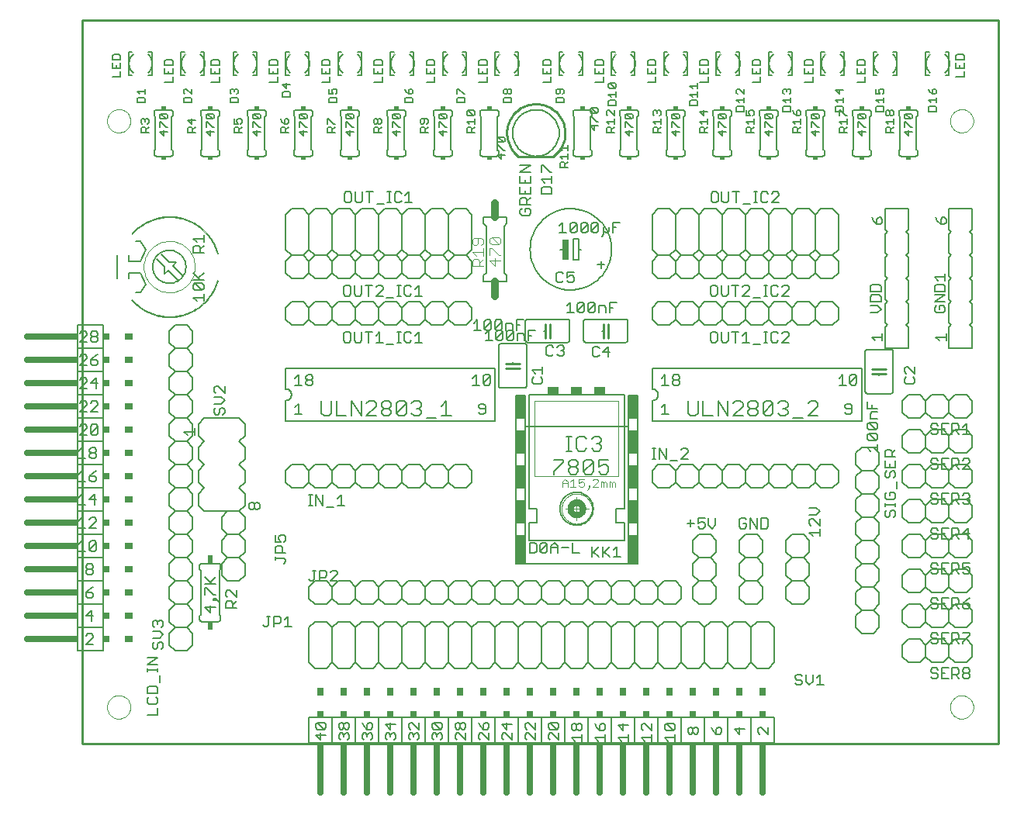
<source format=gbr>
G75*
G70*
%OFA0B0*%
%FSLAX24Y24*%
%IPPOS*%
%LPD*%
%AMOC8*
5,1,8,0,0,1.08239X$1,22.5*
%
%ADD10C,0.0100*%
%ADD11C,0.0000*%
%ADD12C,0.0050*%
%ADD13R,0.0260X0.0300*%
%ADD14C,0.0260*%
%ADD15R,0.0260X0.0260*%
%ADD16R,0.0260X0.0320*%
%ADD17C,0.0010*%
%ADD18C,0.0060*%
%ADD19R,0.0200X0.0150*%
%ADD20C,0.0070*%
%ADD21C,0.0240*%
%ADD22C,0.0020*%
%ADD23C,0.0040*%
%ADD24R,0.0500X0.0350*%
%ADD25C,0.0320*%
%ADD26C,0.0001*%
%ADD27R,0.0400X0.1000*%
%ADD28R,0.0400X0.1250*%
%ADD29R,0.0240X0.0340*%
%ADD30R,0.0250X0.0900*%
%ADD31R,0.0300X0.0260*%
%ADD32R,0.0320X0.0260*%
D10*
X002590Y002338D02*
X002590Y033441D01*
X041960Y033441D01*
X041960Y002338D01*
X041965Y002338D01*
X041960Y002338D02*
X002595Y002338D01*
X020790Y018488D02*
X021090Y018488D01*
X021390Y018488D01*
X021390Y018688D02*
X021090Y018688D01*
X020790Y018688D01*
X022490Y019788D02*
X022490Y020088D01*
X022490Y020388D01*
X022690Y020388D02*
X022690Y020088D01*
X022690Y019788D01*
X024990Y019788D02*
X024990Y020088D01*
X024990Y020388D01*
X025190Y020388D02*
X025190Y020088D01*
X025190Y019788D01*
X022840Y027588D02*
X021340Y027588D01*
X021270Y027645D01*
X021204Y027707D01*
X021142Y027773D01*
X021086Y027844D01*
X021034Y027918D01*
X020989Y027997D01*
X020949Y028078D01*
X020915Y028162D01*
X020887Y028248D01*
X020866Y028336D01*
X020851Y028425D01*
X020842Y028515D01*
X020840Y028606D01*
X020845Y028696D01*
X020856Y028786D01*
X020873Y028874D01*
X020897Y028962D01*
X020927Y029047D01*
X020964Y029130D01*
X021006Y029210D01*
X021054Y029287D01*
X021107Y029360D01*
X021165Y029429D01*
X021229Y029494D01*
X021296Y029554D01*
X021368Y029609D01*
X021444Y029658D01*
X021523Y029702D01*
X021605Y029740D01*
X021690Y029772D01*
X021777Y029798D01*
X021865Y029818D01*
X021955Y029831D01*
X022045Y029837D01*
X022135Y029837D01*
X022225Y029831D01*
X022315Y029818D01*
X022403Y029798D01*
X022490Y029772D01*
X022575Y029740D01*
X022657Y029702D01*
X022736Y029658D01*
X022812Y029609D01*
X022884Y029554D01*
X022951Y029494D01*
X023015Y029429D01*
X023073Y029360D01*
X023126Y029287D01*
X023174Y029210D01*
X023216Y029130D01*
X023253Y029047D01*
X023283Y028962D01*
X023307Y028874D01*
X023324Y028786D01*
X023335Y028696D01*
X023340Y028606D01*
X023338Y028515D01*
X023329Y028425D01*
X023314Y028336D01*
X023293Y028248D01*
X023265Y028162D01*
X023231Y028078D01*
X023191Y027997D01*
X023146Y027918D01*
X023094Y027844D01*
X023038Y027773D01*
X022976Y027707D01*
X022910Y027645D01*
X022840Y027588D01*
X036540Y018438D02*
X036840Y018438D01*
X037140Y018438D01*
X037140Y018238D02*
X036840Y018238D01*
X036540Y018238D01*
D11*
X023190Y012438D02*
X023193Y012497D01*
X023201Y012556D01*
X023214Y012613D01*
X023233Y012670D01*
X023256Y012724D01*
X023285Y012776D01*
X023318Y012825D01*
X023355Y012871D01*
X023396Y012913D01*
X023441Y012951D01*
X023490Y012986D01*
X023541Y013015D01*
X023595Y013040D01*
X023650Y013060D01*
X023708Y013074D01*
X023766Y013084D01*
X023825Y013088D01*
X023884Y013086D01*
X023943Y013080D01*
X024001Y013068D01*
X024058Y013050D01*
X024112Y013028D01*
X024165Y013001D01*
X024215Y012969D01*
X024262Y012933D01*
X024305Y012892D01*
X024344Y012848D01*
X024379Y012801D01*
X024410Y012750D01*
X024436Y012697D01*
X024457Y012642D01*
X024473Y012585D01*
X024484Y012527D01*
X024489Y012468D01*
X024489Y012408D01*
X024484Y012349D01*
X024473Y012291D01*
X024457Y012234D01*
X024436Y012179D01*
X024410Y012126D01*
X024379Y012075D01*
X024344Y012028D01*
X024305Y011984D01*
X024262Y011943D01*
X024215Y011907D01*
X024165Y011875D01*
X024112Y011848D01*
X024058Y011826D01*
X024001Y011808D01*
X023943Y011796D01*
X023884Y011790D01*
X023825Y011788D01*
X023766Y011792D01*
X023708Y011802D01*
X023650Y011816D01*
X023595Y011836D01*
X023541Y011861D01*
X023490Y011890D01*
X023441Y011925D01*
X023396Y011963D01*
X023355Y012005D01*
X023318Y012051D01*
X023285Y012100D01*
X023256Y012152D01*
X023233Y012206D01*
X023214Y012263D01*
X023201Y012320D01*
X023193Y012379D01*
X023190Y012438D01*
X039886Y003913D02*
X039888Y003958D01*
X039894Y004004D01*
X039905Y004048D01*
X039919Y004091D01*
X039937Y004133D01*
X039959Y004173D01*
X039984Y004211D01*
X040013Y004246D01*
X040045Y004278D01*
X040079Y004308D01*
X040117Y004334D01*
X040156Y004357D01*
X040197Y004376D01*
X040240Y004391D01*
X040284Y004403D01*
X040329Y004410D01*
X040375Y004413D01*
X040420Y004412D01*
X040465Y004407D01*
X040510Y004397D01*
X040553Y004384D01*
X040596Y004367D01*
X040636Y004346D01*
X040674Y004321D01*
X040710Y004294D01*
X040744Y004263D01*
X040774Y004229D01*
X040801Y004192D01*
X040825Y004153D01*
X040845Y004112D01*
X040861Y004070D01*
X040873Y004026D01*
X040881Y003981D01*
X040885Y003936D01*
X040885Y003890D01*
X040881Y003845D01*
X040873Y003800D01*
X040861Y003756D01*
X040845Y003714D01*
X040825Y003673D01*
X040801Y003634D01*
X040774Y003597D01*
X040744Y003563D01*
X040710Y003532D01*
X040674Y003505D01*
X040636Y003480D01*
X040596Y003459D01*
X040553Y003442D01*
X040510Y003429D01*
X040465Y003419D01*
X040420Y003414D01*
X040375Y003413D01*
X040329Y003416D01*
X040284Y003423D01*
X040240Y003435D01*
X040197Y003450D01*
X040156Y003469D01*
X040117Y003492D01*
X040079Y003518D01*
X040045Y003548D01*
X040013Y003580D01*
X039984Y003615D01*
X039959Y003653D01*
X039937Y003693D01*
X039919Y003735D01*
X039905Y003778D01*
X039894Y003822D01*
X039888Y003868D01*
X039886Y003913D01*
X039886Y029110D02*
X039888Y029155D01*
X039894Y029201D01*
X039905Y029245D01*
X039919Y029288D01*
X039937Y029330D01*
X039959Y029370D01*
X039984Y029408D01*
X040013Y029443D01*
X040045Y029475D01*
X040079Y029505D01*
X040117Y029531D01*
X040156Y029554D01*
X040197Y029573D01*
X040240Y029588D01*
X040284Y029600D01*
X040329Y029607D01*
X040375Y029610D01*
X040420Y029609D01*
X040465Y029604D01*
X040510Y029594D01*
X040553Y029581D01*
X040596Y029564D01*
X040636Y029543D01*
X040674Y029518D01*
X040710Y029491D01*
X040744Y029460D01*
X040774Y029426D01*
X040801Y029389D01*
X040825Y029350D01*
X040845Y029309D01*
X040861Y029267D01*
X040873Y029223D01*
X040881Y029178D01*
X040885Y029133D01*
X040885Y029087D01*
X040881Y029042D01*
X040873Y028997D01*
X040861Y028953D01*
X040845Y028911D01*
X040825Y028870D01*
X040801Y028831D01*
X040774Y028794D01*
X040744Y028760D01*
X040710Y028729D01*
X040674Y028702D01*
X040636Y028677D01*
X040596Y028656D01*
X040553Y028639D01*
X040510Y028626D01*
X040465Y028616D01*
X040420Y028611D01*
X040375Y028610D01*
X040329Y028613D01*
X040284Y028620D01*
X040240Y028632D01*
X040197Y028647D01*
X040156Y028666D01*
X040117Y028689D01*
X040079Y028715D01*
X040045Y028745D01*
X040013Y028777D01*
X039984Y028812D01*
X039959Y028850D01*
X039937Y028890D01*
X039919Y028932D01*
X039905Y028975D01*
X039894Y029019D01*
X039888Y029065D01*
X039886Y029110D01*
X003665Y029110D02*
X003667Y029155D01*
X003673Y029201D01*
X003684Y029245D01*
X003698Y029288D01*
X003716Y029330D01*
X003738Y029370D01*
X003763Y029408D01*
X003792Y029443D01*
X003824Y029475D01*
X003858Y029505D01*
X003896Y029531D01*
X003935Y029554D01*
X003976Y029573D01*
X004019Y029588D01*
X004063Y029600D01*
X004108Y029607D01*
X004154Y029610D01*
X004199Y029609D01*
X004244Y029604D01*
X004289Y029594D01*
X004332Y029581D01*
X004375Y029564D01*
X004415Y029543D01*
X004453Y029518D01*
X004489Y029491D01*
X004523Y029460D01*
X004553Y029426D01*
X004580Y029389D01*
X004604Y029350D01*
X004624Y029309D01*
X004640Y029267D01*
X004652Y029223D01*
X004660Y029178D01*
X004664Y029133D01*
X004664Y029087D01*
X004660Y029042D01*
X004652Y028997D01*
X004640Y028953D01*
X004624Y028911D01*
X004604Y028870D01*
X004580Y028831D01*
X004553Y028794D01*
X004523Y028760D01*
X004489Y028729D01*
X004453Y028702D01*
X004415Y028677D01*
X004375Y028656D01*
X004332Y028639D01*
X004289Y028626D01*
X004244Y028616D01*
X004199Y028611D01*
X004154Y028610D01*
X004108Y028613D01*
X004063Y028620D01*
X004019Y028632D01*
X003976Y028647D01*
X003935Y028666D01*
X003896Y028689D01*
X003858Y028715D01*
X003824Y028745D01*
X003792Y028777D01*
X003763Y028812D01*
X003738Y028850D01*
X003716Y028890D01*
X003698Y028932D01*
X003684Y028975D01*
X003673Y029019D01*
X003667Y029065D01*
X003665Y029110D01*
X003665Y003913D02*
X003667Y003958D01*
X003673Y004004D01*
X003684Y004048D01*
X003698Y004091D01*
X003716Y004133D01*
X003738Y004173D01*
X003763Y004211D01*
X003792Y004246D01*
X003824Y004278D01*
X003858Y004308D01*
X003896Y004334D01*
X003935Y004357D01*
X003976Y004376D01*
X004019Y004391D01*
X004063Y004403D01*
X004108Y004410D01*
X004154Y004413D01*
X004199Y004412D01*
X004244Y004407D01*
X004289Y004397D01*
X004332Y004384D01*
X004375Y004367D01*
X004415Y004346D01*
X004453Y004321D01*
X004489Y004294D01*
X004523Y004263D01*
X004553Y004229D01*
X004580Y004192D01*
X004604Y004153D01*
X004624Y004112D01*
X004640Y004070D01*
X004652Y004026D01*
X004660Y003981D01*
X004664Y003936D01*
X004664Y003890D01*
X004660Y003845D01*
X004652Y003800D01*
X004640Y003756D01*
X004624Y003714D01*
X004604Y003673D01*
X004580Y003634D01*
X004553Y003597D01*
X004523Y003563D01*
X004489Y003532D01*
X004453Y003505D01*
X004415Y003480D01*
X004375Y003459D01*
X004332Y003442D01*
X004289Y003429D01*
X004244Y003419D01*
X004199Y003414D01*
X004154Y003413D01*
X004108Y003416D01*
X004063Y003423D01*
X004019Y003435D01*
X003976Y003450D01*
X003935Y003469D01*
X003896Y003492D01*
X003858Y003518D01*
X003824Y003548D01*
X003792Y003580D01*
X003763Y003615D01*
X003738Y003653D01*
X003716Y003693D01*
X003698Y003735D01*
X003684Y003778D01*
X003673Y003822D01*
X003667Y003868D01*
X003665Y003913D01*
D12*
X005395Y004119D02*
X005470Y004044D01*
X005770Y004044D01*
X005845Y004119D01*
X005845Y004269D01*
X005770Y004344D01*
X005845Y004504D02*
X005395Y004504D01*
X005395Y004729D01*
X005470Y004804D01*
X005770Y004804D01*
X005845Y004729D01*
X005845Y004504D01*
X005470Y004344D02*
X005395Y004269D01*
X005395Y004119D01*
X005845Y003884D02*
X005845Y003583D01*
X005395Y003583D01*
X005920Y004964D02*
X005920Y005265D01*
X005845Y005425D02*
X005845Y005575D01*
X005845Y005500D02*
X005395Y005500D01*
X005395Y005425D02*
X005395Y005575D01*
X005395Y005732D02*
X005845Y006032D01*
X005395Y006032D01*
X005395Y005732D02*
X005845Y005732D01*
X005765Y006413D02*
X005840Y006488D01*
X005840Y006638D01*
X005915Y006714D01*
X005990Y006714D01*
X006065Y006638D01*
X006065Y006488D01*
X005990Y006413D01*
X005765Y006413D02*
X005690Y006413D01*
X005615Y006488D01*
X005615Y006638D01*
X005690Y006714D01*
X005615Y006874D02*
X005915Y006874D01*
X006065Y007024D01*
X005915Y007174D01*
X005615Y007174D01*
X005690Y007334D02*
X005615Y007409D01*
X005615Y007559D01*
X005690Y007634D01*
X005765Y007634D01*
X005840Y007559D01*
X005915Y007634D01*
X005990Y007634D01*
X006065Y007559D01*
X006065Y007409D01*
X005990Y007334D01*
X005840Y007484D02*
X005840Y007559D01*
X006340Y007588D02*
X006340Y008088D01*
X006590Y008338D01*
X007090Y008338D01*
X007340Y008088D01*
X007340Y007588D01*
X007090Y007338D01*
X007340Y007088D01*
X007340Y006588D01*
X007090Y006338D01*
X006590Y006338D01*
X006340Y006588D01*
X006340Y007088D01*
X006590Y007338D01*
X006340Y007588D01*
X006590Y007338D02*
X007090Y007338D01*
X007640Y007688D02*
X007640Y007838D01*
X007690Y007888D01*
X007690Y009788D01*
X007640Y009838D01*
X007640Y009988D01*
X007642Y010008D01*
X007648Y010026D01*
X007657Y010044D01*
X007669Y010059D01*
X007684Y010071D01*
X007702Y010080D01*
X007720Y010086D01*
X007740Y010088D01*
X008440Y010088D01*
X008460Y010086D01*
X008478Y010080D01*
X008496Y010071D01*
X008511Y010059D01*
X008523Y010044D01*
X008532Y010026D01*
X008538Y010008D01*
X008540Y009988D01*
X008540Y009838D01*
X008490Y009788D01*
X008490Y007888D01*
X008540Y007838D01*
X008540Y007688D01*
X008538Y007668D01*
X008532Y007650D01*
X008523Y007632D01*
X008511Y007617D01*
X008496Y007605D01*
X008478Y007596D01*
X008460Y007590D01*
X008440Y007588D01*
X007740Y007588D01*
X007720Y007590D01*
X007702Y007596D01*
X007684Y007605D01*
X007669Y007617D01*
X007657Y007632D01*
X007648Y007650D01*
X007642Y007668D01*
X007640Y007688D01*
X008090Y007973D02*
X008090Y008274D01*
X007865Y008198D02*
X008090Y007973D01*
X008315Y008198D02*
X007865Y008198D01*
X008240Y008509D02*
X008315Y008509D01*
X008315Y008584D01*
X008240Y008584D01*
X008240Y008509D01*
X008315Y008584D02*
X008465Y008434D01*
X008765Y008388D02*
X008765Y008163D01*
X009215Y008163D01*
X009065Y008163D02*
X009065Y008388D01*
X008990Y008464D01*
X008840Y008464D01*
X008765Y008388D01*
X008840Y008624D02*
X008765Y008699D01*
X008765Y008849D01*
X008840Y008924D01*
X008915Y008924D01*
X009215Y008624D01*
X009215Y008924D01*
X009215Y008464D02*
X009065Y008313D01*
X008315Y008741D02*
X008240Y008741D01*
X007940Y009041D01*
X007865Y009041D01*
X007865Y008741D01*
X007865Y009201D02*
X008315Y009201D01*
X008165Y009201D02*
X007865Y009501D01*
X008090Y009276D02*
X008315Y009501D01*
X008590Y009588D02*
X008840Y009338D01*
X009340Y009338D01*
X009590Y009588D01*
X009590Y010088D01*
X009340Y010338D01*
X009590Y010588D01*
X009590Y011088D01*
X009340Y011338D01*
X009590Y011588D01*
X009590Y012088D01*
X009340Y012338D01*
X007840Y012338D01*
X007590Y012588D01*
X007590Y013088D01*
X007840Y013338D01*
X007590Y013588D01*
X007590Y014088D01*
X007840Y014338D01*
X007590Y014588D01*
X007590Y015088D01*
X007840Y015338D01*
X007590Y015588D01*
X007590Y016088D01*
X007840Y016338D01*
X009340Y016338D01*
X009590Y016088D01*
X009590Y015588D01*
X009340Y015338D01*
X009590Y015088D01*
X009590Y014588D01*
X009340Y014338D01*
X009590Y014088D01*
X009590Y013588D01*
X009340Y013338D01*
X009590Y013088D01*
X009590Y012588D01*
X009340Y012338D01*
X008840Y012338D01*
X008590Y012088D01*
X008590Y011588D01*
X008840Y011338D01*
X009340Y011338D01*
X008840Y011338D02*
X008590Y011088D01*
X008590Y010588D01*
X008840Y010338D01*
X009340Y010338D01*
X008840Y010338D02*
X008590Y010088D01*
X008590Y009588D01*
X007340Y009588D02*
X007340Y010088D01*
X007090Y010338D01*
X007340Y010588D01*
X007340Y011088D01*
X007090Y011338D01*
X006590Y011338D01*
X006340Y011088D01*
X006340Y010588D01*
X006590Y010338D01*
X007090Y010338D01*
X006590Y010338D02*
X006340Y010088D01*
X006340Y009588D01*
X006590Y009338D01*
X007090Y009338D01*
X007340Y009588D01*
X007090Y009338D02*
X007340Y009088D01*
X007340Y008588D01*
X007090Y008338D01*
X006590Y008338D02*
X006340Y008588D01*
X006340Y009088D01*
X006590Y009338D01*
X006590Y011338D02*
X006340Y011588D01*
X006340Y012088D01*
X006590Y012338D01*
X006340Y012588D01*
X006340Y013088D01*
X006590Y013338D01*
X006340Y013588D01*
X006340Y014088D01*
X006590Y014338D01*
X007090Y014338D01*
X007340Y014088D01*
X007340Y013588D01*
X007090Y013338D01*
X007340Y013088D01*
X007340Y012588D01*
X007090Y012338D01*
X007340Y012088D01*
X007340Y011588D01*
X007090Y011338D01*
X007090Y012338D02*
X006590Y012338D01*
X006590Y013338D02*
X007090Y013338D01*
X007090Y014338D02*
X007340Y014588D01*
X007340Y015088D01*
X007090Y015338D01*
X007340Y015588D01*
X007340Y016088D01*
X007090Y016338D01*
X007340Y016588D01*
X007340Y017088D01*
X007090Y017338D01*
X006590Y017338D01*
X006340Y017088D01*
X006340Y016588D01*
X006590Y016338D01*
X007090Y016338D01*
X006590Y016338D02*
X006340Y016088D01*
X006340Y015588D01*
X006590Y015338D01*
X007090Y015338D01*
X007115Y015603D02*
X006965Y015753D01*
X007415Y015753D01*
X007415Y015603D02*
X007415Y015903D01*
X006590Y015338D02*
X006340Y015088D01*
X006340Y014588D01*
X006590Y014338D01*
X008340Y016482D02*
X008415Y016482D01*
X008490Y016557D01*
X008490Y016707D01*
X008565Y016782D01*
X008640Y016782D01*
X008715Y016707D01*
X008715Y016557D01*
X008640Y016482D01*
X008340Y016482D02*
X008265Y016557D01*
X008265Y016707D01*
X008340Y016782D01*
X008265Y016942D02*
X008565Y016942D01*
X008715Y017093D01*
X008565Y017243D01*
X008265Y017243D01*
X008340Y017403D02*
X008265Y017478D01*
X008265Y017628D01*
X008340Y017703D01*
X008415Y017703D01*
X008715Y017403D01*
X008715Y017703D01*
X007340Y017588D02*
X007090Y017338D01*
X007340Y017588D02*
X007340Y018088D01*
X007090Y018338D01*
X007340Y018588D01*
X007340Y019088D01*
X007090Y019338D01*
X007340Y019588D01*
X007340Y020088D01*
X007090Y020338D01*
X006590Y020338D01*
X006340Y020088D01*
X006340Y019588D01*
X006590Y019338D01*
X007090Y019338D01*
X006590Y019338D02*
X006340Y019088D01*
X006340Y018588D01*
X006590Y018338D01*
X007090Y018338D01*
X006590Y018338D02*
X006340Y018088D01*
X006340Y017588D01*
X006590Y017338D01*
X003490Y017338D02*
X003490Y016338D01*
X003490Y015338D01*
X003490Y014338D01*
X003490Y013338D01*
X003490Y012338D01*
X003490Y011338D01*
X002390Y011338D01*
X002390Y010338D01*
X002390Y009338D01*
X002390Y008338D01*
X002390Y007338D01*
X002390Y006338D01*
X003490Y006338D01*
X003490Y007338D01*
X003490Y008338D01*
X002390Y008338D01*
X002755Y008688D02*
X002830Y008613D01*
X002980Y008613D01*
X003055Y008688D01*
X003055Y008763D01*
X002980Y008838D01*
X002755Y008838D01*
X002755Y008688D01*
X002755Y008838D02*
X002905Y008989D01*
X003055Y009064D01*
X003490Y009338D02*
X003490Y008338D01*
X002980Y008064D02*
X002755Y007838D01*
X003055Y007838D01*
X002980Y007613D02*
X002980Y008064D01*
X003490Y007338D02*
X002390Y007338D01*
X002755Y006989D02*
X002830Y007064D01*
X002980Y007064D01*
X003055Y006989D01*
X003055Y006914D01*
X002755Y006613D01*
X003055Y006613D01*
X003490Y009338D02*
X002390Y009338D01*
X002755Y009688D02*
X002755Y009763D01*
X002830Y009838D01*
X002980Y009838D01*
X003055Y009763D01*
X003055Y009688D01*
X002980Y009613D01*
X002830Y009613D01*
X002755Y009688D01*
X002830Y009838D02*
X002755Y009914D01*
X002755Y009989D01*
X002830Y010064D01*
X002980Y010064D01*
X003055Y009989D01*
X003055Y009914D01*
X002980Y009838D01*
X003490Y010338D02*
X002390Y010338D01*
X002444Y010613D02*
X002745Y010613D01*
X002595Y010613D02*
X002595Y011064D01*
X002444Y010914D01*
X002390Y011338D02*
X002390Y012338D01*
X002390Y013338D01*
X003490Y013338D01*
X003205Y013688D02*
X003205Y013763D01*
X003130Y013838D01*
X002905Y013838D01*
X002905Y013688D01*
X002980Y013613D01*
X003130Y013613D01*
X003205Y013688D01*
X002905Y013838D02*
X003055Y013989D01*
X003205Y014064D01*
X003490Y014338D02*
X002390Y014338D01*
X002390Y013338D01*
X002444Y013613D02*
X002745Y013613D01*
X002595Y013613D02*
X002595Y014064D01*
X002444Y013914D01*
X002390Y014338D02*
X002390Y015338D01*
X002390Y016338D01*
X002390Y017338D01*
X002390Y018338D01*
X003490Y018338D01*
X003490Y017338D01*
X002390Y017338D01*
X002494Y017613D02*
X002795Y017914D01*
X002795Y017989D01*
X002720Y018064D01*
X002570Y018064D01*
X002494Y017989D01*
X002390Y018338D02*
X002390Y019338D01*
X002390Y020338D01*
X003490Y020338D01*
X003490Y019338D01*
X003490Y018338D01*
X003180Y018064D02*
X002955Y017838D01*
X003255Y017838D01*
X003180Y017613D02*
X003180Y018064D01*
X003180Y018613D02*
X003255Y018688D01*
X003255Y018763D01*
X003180Y018838D01*
X002955Y018838D01*
X002955Y018688D01*
X003030Y018613D01*
X003180Y018613D01*
X002955Y018838D02*
X003105Y018989D01*
X003255Y019064D01*
X003490Y019338D02*
X002390Y019338D01*
X002494Y019613D02*
X002795Y019914D01*
X002795Y019989D01*
X002720Y020064D01*
X002570Y020064D01*
X002494Y019989D01*
X002494Y019613D02*
X002795Y019613D01*
X002955Y019688D02*
X002955Y019763D01*
X003030Y019838D01*
X003180Y019838D01*
X003255Y019763D01*
X003255Y019688D01*
X003180Y019613D01*
X003030Y019613D01*
X002955Y019688D01*
X003030Y019838D02*
X002955Y019914D01*
X002955Y019989D01*
X003030Y020064D01*
X003180Y020064D01*
X003255Y019989D01*
X003255Y019914D01*
X003180Y019838D01*
X002720Y019064D02*
X002570Y019064D01*
X002494Y018989D01*
X002720Y019064D02*
X002795Y018989D01*
X002795Y018914D01*
X002494Y018613D01*
X002795Y018613D01*
X002795Y017613D02*
X002494Y017613D01*
X002570Y017064D02*
X002494Y016989D01*
X002570Y017064D02*
X002720Y017064D01*
X002795Y016989D01*
X002795Y016914D01*
X002494Y016613D01*
X002795Y016613D01*
X002955Y016613D02*
X003255Y016914D01*
X003255Y016989D01*
X003180Y017064D01*
X003030Y017064D01*
X002955Y016989D01*
X002955Y016613D02*
X003255Y016613D01*
X003490Y016338D02*
X002390Y016338D01*
X002570Y016064D02*
X002494Y015989D01*
X002570Y016064D02*
X002720Y016064D01*
X002795Y015989D01*
X002795Y015914D01*
X002494Y015613D01*
X002795Y015613D01*
X002955Y015688D02*
X003255Y015989D01*
X003255Y015688D01*
X003180Y015613D01*
X003030Y015613D01*
X002955Y015688D01*
X002955Y015989D01*
X003030Y016064D01*
X003180Y016064D01*
X003255Y015989D01*
X003490Y015338D02*
X002390Y015338D01*
X002595Y015064D02*
X002444Y014914D01*
X002595Y015064D02*
X002595Y014613D01*
X002745Y014613D02*
X002444Y014613D01*
X002905Y014688D02*
X002905Y014763D01*
X002980Y014838D01*
X003130Y014838D01*
X003205Y014763D01*
X003205Y014688D01*
X003130Y014613D01*
X002980Y014613D01*
X002905Y014688D01*
X002980Y014838D02*
X002905Y014914D01*
X002905Y014989D01*
X002980Y015064D01*
X003130Y015064D01*
X003205Y014989D01*
X003205Y014914D01*
X003130Y014838D01*
X003130Y013064D02*
X002905Y012838D01*
X003205Y012838D01*
X003130Y012613D02*
X003130Y013064D01*
X002595Y013064D02*
X002595Y012613D01*
X002745Y012613D02*
X002444Y012613D01*
X002390Y012338D02*
X003490Y012338D01*
X003205Y011989D02*
X003130Y012064D01*
X002980Y012064D01*
X002905Y011989D01*
X003205Y011989D02*
X003205Y011914D01*
X002905Y011613D01*
X003205Y011613D01*
X003490Y011338D02*
X003490Y010338D01*
X003490Y009338D01*
X003130Y010613D02*
X002980Y010613D01*
X002905Y010688D01*
X003205Y010989D01*
X003205Y010688D01*
X003130Y010613D01*
X002905Y010688D02*
X002905Y010989D01*
X002980Y011064D01*
X003130Y011064D01*
X003205Y010989D01*
X002745Y011613D02*
X002444Y011613D01*
X002595Y011613D02*
X002595Y012064D01*
X002444Y011914D01*
X002444Y012914D02*
X002595Y013064D01*
X009765Y012628D02*
X009840Y012703D01*
X009915Y012703D01*
X009990Y012628D01*
X009990Y012478D01*
X009915Y012403D01*
X009840Y012403D01*
X009765Y012478D01*
X009765Y012628D01*
X009990Y012628D02*
X010065Y012703D01*
X010140Y012703D01*
X010215Y012628D01*
X010215Y012478D01*
X010140Y012403D01*
X010065Y012403D01*
X009990Y012478D01*
X011340Y013588D02*
X011590Y013338D01*
X012090Y013338D01*
X012340Y013588D01*
X012590Y013338D01*
X013090Y013338D01*
X013340Y013588D01*
X013340Y014088D01*
X013090Y014338D01*
X012590Y014338D01*
X012340Y014088D01*
X012340Y013588D01*
X012340Y014088D02*
X012090Y014338D01*
X011590Y014338D01*
X011340Y014088D01*
X011340Y013588D01*
X012335Y013034D02*
X012485Y013034D01*
X012410Y013034D02*
X012410Y012583D01*
X012335Y012583D02*
X012485Y012583D01*
X012642Y012583D02*
X012642Y013034D01*
X012942Y012583D01*
X012942Y013034D01*
X013102Y012508D02*
X013403Y012508D01*
X013563Y012583D02*
X013863Y012583D01*
X013713Y012583D02*
X013713Y013034D01*
X013563Y012884D01*
X013590Y013338D02*
X013340Y013588D01*
X013590Y013338D02*
X014090Y013338D01*
X014340Y013588D01*
X014590Y013338D01*
X015090Y013338D01*
X015340Y013588D01*
X015590Y013338D01*
X016090Y013338D01*
X016340Y013588D01*
X016340Y014088D01*
X016090Y014338D01*
X015590Y014338D01*
X015340Y014088D01*
X015340Y013588D01*
X015340Y014088D02*
X015090Y014338D01*
X014590Y014338D01*
X014340Y014088D01*
X014340Y013588D01*
X014340Y014088D02*
X014090Y014338D01*
X013590Y014338D01*
X013340Y014088D01*
X011340Y016218D02*
X011340Y017088D01*
X011371Y017090D01*
X011402Y017096D01*
X011432Y017106D01*
X011460Y017119D01*
X011487Y017136D01*
X011511Y017156D01*
X011533Y017179D01*
X011551Y017204D01*
X011566Y017232D01*
X011578Y017261D01*
X011586Y017291D01*
X011590Y017322D01*
X011590Y017354D01*
X011586Y017385D01*
X011578Y017415D01*
X011566Y017444D01*
X011551Y017472D01*
X011533Y017497D01*
X011511Y017520D01*
X011487Y017540D01*
X011460Y017557D01*
X011432Y017570D01*
X011402Y017580D01*
X011371Y017586D01*
X011340Y017588D01*
X011340Y018468D01*
X020340Y018468D01*
X020340Y016218D01*
X011340Y016218D01*
X011735Y016503D02*
X012035Y016503D01*
X011885Y016503D02*
X011885Y016954D01*
X011735Y016804D01*
X011745Y017743D02*
X012045Y017743D01*
X011895Y017743D02*
X011895Y018194D01*
X011745Y018044D01*
X012206Y018044D02*
X012206Y018119D01*
X012281Y018194D01*
X012431Y018194D01*
X012506Y018119D01*
X012506Y018044D01*
X012431Y017968D01*
X012281Y017968D01*
X012206Y018044D01*
X012281Y017968D02*
X012206Y017893D01*
X012206Y017818D01*
X012281Y017743D01*
X012431Y017743D01*
X012506Y017818D01*
X012506Y017893D01*
X012431Y017968D01*
X013910Y019583D02*
X014060Y019583D01*
X014135Y019658D01*
X014135Y019959D01*
X014060Y020034D01*
X013910Y020034D01*
X013835Y019959D01*
X013835Y019658D01*
X013910Y019583D01*
X014296Y019658D02*
X014371Y019583D01*
X014521Y019583D01*
X014596Y019658D01*
X014596Y020034D01*
X014756Y020034D02*
X015056Y020034D01*
X014906Y020034D02*
X014906Y019583D01*
X015216Y019583D02*
X015517Y019583D01*
X015366Y019583D02*
X015366Y020034D01*
X015216Y019884D01*
X015090Y020338D02*
X014590Y020338D01*
X014340Y020588D01*
X014090Y020338D01*
X013590Y020338D01*
X013340Y020588D01*
X013090Y020338D01*
X012590Y020338D01*
X012340Y020588D01*
X012090Y020338D01*
X011590Y020338D01*
X011340Y020588D01*
X011340Y021088D01*
X011590Y021338D01*
X012090Y021338D01*
X012340Y021088D01*
X012590Y021338D01*
X013090Y021338D01*
X013340Y021088D01*
X013340Y020588D01*
X013340Y021088D02*
X013590Y021338D01*
X014090Y021338D01*
X014340Y021088D01*
X014590Y021338D01*
X015090Y021338D01*
X015340Y021088D01*
X015590Y021338D01*
X016090Y021338D01*
X016340Y021088D01*
X016340Y020588D01*
X016090Y020338D01*
X015590Y020338D01*
X015340Y020588D01*
X015090Y020338D01*
X015340Y020588D02*
X015340Y021088D01*
X015216Y021583D02*
X015517Y021884D01*
X015517Y021959D01*
X015441Y022034D01*
X015291Y022034D01*
X015216Y021959D01*
X015056Y022034D02*
X014756Y022034D01*
X014906Y022034D02*
X014906Y021583D01*
X015216Y021583D02*
X015517Y021583D01*
X015677Y021508D02*
X015977Y021508D01*
X016137Y021583D02*
X016287Y021583D01*
X016212Y021583D02*
X016212Y022034D01*
X016137Y022034D02*
X016287Y022034D01*
X016444Y021959D02*
X016444Y021658D01*
X016519Y021583D01*
X016669Y021583D01*
X016744Y021658D01*
X016904Y021583D02*
X017204Y021583D01*
X017054Y021583D02*
X017054Y022034D01*
X016904Y021884D01*
X016744Y021959D02*
X016669Y022034D01*
X016519Y022034D01*
X016444Y021959D01*
X016590Y022338D02*
X016340Y022588D01*
X016090Y022338D01*
X015590Y022338D01*
X015340Y022588D01*
X015090Y022338D01*
X014590Y022338D01*
X014340Y022588D01*
X014090Y022338D01*
X013590Y022338D01*
X013340Y022588D01*
X013090Y022338D01*
X012590Y022338D01*
X012340Y022588D01*
X012090Y022338D01*
X011590Y022338D01*
X011340Y022588D01*
X011340Y023088D01*
X011590Y023338D01*
X012090Y023338D01*
X012340Y023088D01*
X012590Y023338D01*
X013090Y023338D01*
X013340Y023088D01*
X013340Y022588D01*
X013340Y023088D02*
X013590Y023338D01*
X014090Y023338D01*
X014340Y023088D01*
X014590Y023338D01*
X015090Y023338D01*
X015340Y023088D01*
X015590Y023338D01*
X016090Y023338D01*
X016340Y023088D01*
X016340Y022588D01*
X016590Y022338D02*
X017090Y022338D01*
X017340Y022588D01*
X017590Y022338D01*
X018090Y022338D01*
X018340Y022588D01*
X018590Y022338D01*
X019090Y022338D01*
X019340Y022588D01*
X019340Y023088D01*
X019090Y023338D01*
X018590Y023338D01*
X018340Y023088D01*
X018340Y022588D01*
X018340Y023088D02*
X018090Y023338D01*
X017590Y023338D01*
X017340Y023088D01*
X017340Y022588D01*
X017340Y023088D02*
X017090Y023338D01*
X016590Y023338D01*
X016340Y023088D01*
X016090Y023338D02*
X015590Y023338D01*
X015340Y023588D01*
X015340Y025088D01*
X015590Y025338D01*
X016090Y025338D01*
X016340Y025088D01*
X016340Y023588D01*
X016590Y023338D01*
X017090Y023338D01*
X017340Y023588D01*
X017340Y025088D01*
X017590Y025338D01*
X018090Y025338D01*
X018340Y025088D01*
X018590Y025338D01*
X019090Y025338D01*
X019340Y025088D01*
X019340Y023588D01*
X019090Y023338D01*
X018590Y023338D01*
X018340Y023588D01*
X018340Y025088D01*
X017340Y025088D02*
X017090Y025338D01*
X016590Y025338D01*
X016340Y025088D01*
X016239Y025613D02*
X016314Y025688D01*
X016239Y025613D02*
X016089Y025613D01*
X016014Y025688D01*
X016014Y025989D01*
X016089Y026064D01*
X016239Y026064D01*
X016314Y025989D01*
X016474Y025914D02*
X016624Y026064D01*
X016624Y025613D01*
X016474Y025613D02*
X016774Y025613D01*
X015857Y025613D02*
X015707Y025613D01*
X015782Y025613D02*
X015782Y026064D01*
X015707Y026064D02*
X015857Y026064D01*
X015547Y025538D02*
X015246Y025538D01*
X015090Y025338D02*
X015340Y025088D01*
X015090Y025338D02*
X014590Y025338D01*
X014340Y025088D01*
X014340Y023588D01*
X014590Y023338D01*
X015090Y023338D01*
X015340Y023588D01*
X015340Y023088D02*
X015340Y022588D01*
X014596Y022034D02*
X014596Y021658D01*
X014521Y021583D01*
X014371Y021583D01*
X014296Y021658D01*
X014296Y022034D01*
X014135Y021959D02*
X014135Y021658D01*
X014060Y021583D01*
X013910Y021583D01*
X013835Y021658D01*
X013835Y021959D01*
X013910Y022034D01*
X014060Y022034D01*
X014135Y021959D01*
X014340Y022588D02*
X014340Y023088D01*
X014090Y023338D02*
X013590Y023338D01*
X013340Y023588D01*
X013340Y025088D01*
X013590Y025338D01*
X014090Y025338D01*
X014340Y025088D01*
X014401Y025613D02*
X014551Y025613D01*
X014626Y025688D01*
X014626Y026064D01*
X014786Y026064D02*
X015086Y026064D01*
X014936Y026064D02*
X014936Y025613D01*
X014401Y025613D02*
X014326Y025688D01*
X014326Y026064D01*
X014165Y025989D02*
X014090Y026064D01*
X013940Y026064D01*
X013865Y025989D01*
X013865Y025688D01*
X013940Y025613D01*
X014090Y025613D01*
X014165Y025688D01*
X014165Y025989D01*
X013340Y025088D02*
X013090Y025338D01*
X012590Y025338D01*
X012340Y025088D01*
X012340Y023588D01*
X012590Y023338D01*
X013090Y023338D01*
X013340Y023588D01*
X014090Y023338D02*
X014340Y023588D01*
X016090Y023338D02*
X016340Y023588D01*
X017340Y023588D02*
X017590Y023338D01*
X018090Y023338D01*
X018340Y023588D01*
X019840Y022463D02*
X019840Y022213D01*
X020340Y022213D01*
X020840Y022213D01*
X020840Y022463D01*
X020715Y022588D01*
X020715Y024588D01*
X020840Y024713D01*
X020840Y024963D01*
X020340Y024963D01*
X019840Y024963D01*
X019840Y024713D01*
X019965Y024588D01*
X019965Y022588D01*
X019840Y022463D01*
X019090Y021338D02*
X018590Y021338D01*
X018340Y021088D01*
X018340Y020588D01*
X018590Y020338D01*
X019090Y020338D01*
X019340Y020588D01*
X019340Y021088D01*
X019090Y021338D01*
X018340Y021088D02*
X018090Y021338D01*
X017590Y021338D01*
X017340Y021088D01*
X017340Y020588D01*
X017590Y020338D01*
X018090Y020338D01*
X018340Y020588D01*
X017340Y020588D02*
X017090Y020338D01*
X016590Y020338D01*
X016340Y020588D01*
X016287Y020034D02*
X016137Y020034D01*
X016212Y020034D02*
X016212Y019583D01*
X016137Y019583D02*
X016287Y019583D01*
X016444Y019658D02*
X016519Y019583D01*
X016669Y019583D01*
X016744Y019658D01*
X016904Y019583D02*
X017204Y019583D01*
X017054Y019583D02*
X017054Y020034D01*
X016904Y019884D01*
X016744Y019959D02*
X016669Y020034D01*
X016519Y020034D01*
X016444Y019959D01*
X016444Y019658D01*
X015977Y019508D02*
X015677Y019508D01*
X014296Y019658D02*
X014296Y020034D01*
X014340Y020588D02*
X014340Y021088D01*
X012340Y021088D02*
X012340Y020588D01*
X012340Y022588D02*
X012340Y023088D01*
X012090Y023338D02*
X011590Y023338D01*
X011340Y023588D01*
X011340Y025088D01*
X011590Y025338D01*
X012090Y025338D01*
X012340Y025088D01*
X012340Y023588D02*
X012090Y023338D01*
X007815Y023443D02*
X007365Y023443D01*
X007365Y023668D01*
X007440Y023743D01*
X007590Y023743D01*
X007665Y023668D01*
X007665Y023443D01*
X007665Y023593D02*
X007815Y023743D01*
X007815Y023903D02*
X007815Y024203D01*
X007815Y024053D02*
X007365Y024053D01*
X007515Y023903D01*
X006640Y023038D02*
X006340Y023038D01*
X005990Y023388D01*
X005790Y023188D02*
X006140Y022838D01*
X006140Y022538D01*
X006290Y022688D01*
X006690Y022288D01*
X006890Y022488D02*
X006490Y022888D01*
X006640Y023038D01*
X005630Y022838D02*
X005633Y022903D01*
X005642Y022967D01*
X005656Y023030D01*
X005677Y023091D01*
X005702Y023150D01*
X005733Y023207D01*
X005769Y023261D01*
X005810Y023311D01*
X005855Y023357D01*
X005905Y023399D01*
X005957Y023436D01*
X006013Y023468D01*
X006072Y023495D01*
X006133Y023517D01*
X006196Y023533D01*
X006259Y023543D01*
X006324Y023548D01*
X006388Y023546D01*
X006453Y023539D01*
X006516Y023526D01*
X006578Y023507D01*
X006638Y023483D01*
X006695Y023453D01*
X006749Y023418D01*
X006800Y023378D01*
X006848Y023334D01*
X006891Y023286D01*
X006929Y023234D01*
X006963Y023179D01*
X006991Y023121D01*
X007014Y023060D01*
X007032Y022998D01*
X007043Y022935D01*
X007049Y022870D01*
X007049Y022806D01*
X007043Y022741D01*
X007032Y022678D01*
X007014Y022616D01*
X006991Y022555D01*
X006963Y022497D01*
X006929Y022442D01*
X006891Y022390D01*
X006848Y022342D01*
X006800Y022298D01*
X006749Y022258D01*
X006695Y022223D01*
X006638Y022193D01*
X006578Y022169D01*
X006516Y022150D01*
X006453Y022137D01*
X006388Y022130D01*
X006324Y022128D01*
X006259Y022133D01*
X006196Y022143D01*
X006133Y022159D01*
X006072Y022181D01*
X006013Y022208D01*
X005957Y022240D01*
X005905Y022277D01*
X005855Y022319D01*
X005810Y022365D01*
X005769Y022415D01*
X005733Y022469D01*
X005702Y022526D01*
X005677Y022585D01*
X005656Y022646D01*
X005642Y022709D01*
X005633Y022773D01*
X005630Y022838D01*
X005090Y022588D02*
X005340Y022088D01*
X005090Y021738D01*
X004890Y021738D01*
X004590Y022338D02*
X004590Y022588D01*
X005090Y022588D01*
X005090Y023088D02*
X004590Y023088D01*
X004590Y023338D01*
X004090Y023338D02*
X004090Y022338D01*
X005090Y023088D02*
X005340Y023588D01*
X005090Y023938D01*
X004890Y023938D01*
X007365Y022584D02*
X007665Y022284D01*
X007590Y022359D02*
X007815Y022584D01*
X007815Y022284D02*
X007365Y022284D01*
X007440Y022124D02*
X007740Y021824D01*
X007815Y021899D01*
X007815Y022049D01*
X007740Y022124D01*
X007440Y022124D01*
X007365Y022049D01*
X007365Y021899D01*
X007440Y021824D01*
X007740Y021824D01*
X007815Y021664D02*
X007815Y021363D01*
X007815Y021513D02*
X007365Y021513D01*
X007515Y021363D01*
X007790Y027588D02*
X008390Y027588D01*
X008410Y027590D01*
X008428Y027596D01*
X008446Y027605D01*
X008461Y027617D01*
X008473Y027632D01*
X008482Y027650D01*
X008488Y027668D01*
X008490Y027688D01*
X008490Y027838D01*
X008440Y027888D01*
X008440Y029288D01*
X008490Y029338D01*
X008490Y029488D01*
X008488Y029508D01*
X008482Y029526D01*
X008473Y029544D01*
X008461Y029559D01*
X008446Y029571D01*
X008428Y029580D01*
X008410Y029586D01*
X008390Y029588D01*
X007790Y029588D01*
X007770Y029586D01*
X007752Y029580D01*
X007734Y029571D01*
X007719Y029559D01*
X007707Y029544D01*
X007698Y029526D01*
X007692Y029508D01*
X007690Y029488D01*
X007690Y029338D01*
X007740Y029288D01*
X007740Y027888D01*
X007690Y027838D01*
X007690Y027688D01*
X007692Y027668D01*
X007698Y027650D01*
X007707Y027632D01*
X007719Y027617D01*
X007734Y027605D01*
X007752Y027596D01*
X007770Y027590D01*
X007790Y027588D01*
X008085Y028473D02*
X008085Y028700D01*
X008199Y028832D02*
X007972Y029059D01*
X007915Y029059D01*
X007915Y028832D01*
X007915Y028643D02*
X008085Y028473D01*
X008255Y028643D02*
X007915Y028643D01*
X008199Y028832D02*
X008255Y028832D01*
X008199Y029191D02*
X007972Y029191D01*
X007915Y029248D01*
X007915Y029362D01*
X007972Y029418D01*
X008199Y029191D01*
X008255Y029248D01*
X008255Y029362D01*
X008199Y029418D01*
X007972Y029418D01*
X007455Y029142D02*
X007115Y029142D01*
X007285Y028972D01*
X007285Y029199D01*
X007285Y028840D02*
X007342Y028783D01*
X007342Y028613D01*
X007455Y028613D02*
X007115Y028613D01*
X007115Y028783D01*
X007172Y028840D01*
X007285Y028840D01*
X007342Y028727D02*
X007455Y028840D01*
X006490Y029338D02*
X006490Y029488D01*
X006488Y029508D01*
X006482Y029526D01*
X006473Y029544D01*
X006461Y029559D01*
X006446Y029571D01*
X006428Y029580D01*
X006410Y029586D01*
X006390Y029588D01*
X005790Y029588D01*
X005770Y029586D01*
X005752Y029580D01*
X005734Y029571D01*
X005719Y029559D01*
X005707Y029544D01*
X005698Y029526D01*
X005692Y029508D01*
X005690Y029488D01*
X005690Y029338D01*
X005740Y029288D01*
X005740Y027888D01*
X005690Y027838D01*
X005690Y027688D01*
X005692Y027668D01*
X005698Y027650D01*
X005707Y027632D01*
X005719Y027617D01*
X005734Y027605D01*
X005752Y027596D01*
X005770Y027590D01*
X005790Y027588D01*
X006390Y027588D01*
X006410Y027590D01*
X006428Y027596D01*
X006446Y027605D01*
X006461Y027617D01*
X006473Y027632D01*
X006482Y027650D01*
X006488Y027668D01*
X006490Y027688D01*
X006490Y027838D01*
X006440Y027888D01*
X006440Y029288D01*
X006490Y029338D01*
X006255Y029362D02*
X006255Y029248D01*
X006199Y029191D01*
X005972Y029418D01*
X006199Y029418D01*
X006255Y029362D01*
X006199Y029191D02*
X005972Y029191D01*
X005915Y029248D01*
X005915Y029362D01*
X005972Y029418D01*
X005972Y029059D02*
X006199Y028832D01*
X006255Y028832D01*
X006255Y028643D02*
X005915Y028643D01*
X006085Y028473D01*
X006085Y028700D01*
X005915Y028832D02*
X005915Y029059D01*
X005972Y029059D01*
X005455Y029029D02*
X005399Y028972D01*
X005455Y029029D02*
X005455Y029142D01*
X005399Y029199D01*
X005342Y029199D01*
X005285Y029142D01*
X005285Y029086D01*
X005285Y029142D02*
X005228Y029199D01*
X005172Y029199D01*
X005115Y029142D01*
X005115Y029029D01*
X005172Y028972D01*
X005172Y028840D02*
X005285Y028840D01*
X005342Y028783D01*
X005342Y028613D01*
X005455Y028613D02*
X005115Y028613D01*
X005115Y028783D01*
X005172Y028840D01*
X005342Y028727D02*
X005455Y028840D01*
X005440Y031088D02*
X005590Y031088D01*
X005590Y032088D01*
X005440Y032088D01*
X004740Y032088D02*
X004590Y032088D01*
X004590Y031088D01*
X004740Y031088D01*
X006840Y031088D02*
X006990Y031088D01*
X006840Y031088D02*
X006840Y032088D01*
X006990Y032088D01*
X007690Y032088D02*
X007840Y032088D01*
X007840Y031088D01*
X007690Y031088D01*
X009090Y031088D02*
X009240Y031088D01*
X009090Y031088D02*
X009090Y032088D01*
X009240Y032088D01*
X009940Y032088D02*
X010090Y032088D01*
X010090Y031088D01*
X009940Y031088D01*
X011340Y031088D02*
X011490Y031088D01*
X011340Y031088D02*
X011340Y032088D01*
X011490Y032088D01*
X012190Y032088D02*
X012340Y032088D01*
X012340Y031088D01*
X012190Y031088D01*
X013590Y031088D02*
X013740Y031088D01*
X013590Y031088D02*
X013590Y032088D01*
X013740Y032088D01*
X014440Y032088D02*
X014590Y032088D01*
X014590Y031088D01*
X014440Y031088D01*
X015840Y031088D02*
X015990Y031088D01*
X015840Y031088D02*
X015840Y032088D01*
X015990Y032088D01*
X016690Y032088D02*
X016840Y032088D01*
X016840Y031088D01*
X016690Y031088D01*
X018090Y031088D02*
X018240Y031088D01*
X018090Y031088D02*
X018090Y032088D01*
X018240Y032088D01*
X018940Y032088D02*
X019090Y032088D01*
X019090Y031088D01*
X018940Y031088D01*
X020340Y031088D02*
X020490Y031088D01*
X020340Y031088D02*
X020340Y032088D01*
X020490Y032088D01*
X021190Y032088D02*
X021340Y032088D01*
X021340Y031088D01*
X021190Y031088D01*
X023090Y031088D02*
X023240Y031088D01*
X023090Y031088D02*
X023090Y032088D01*
X023240Y032088D01*
X023940Y032088D02*
X024090Y032088D01*
X024090Y031088D01*
X023940Y031088D01*
X025340Y031088D02*
X025490Y031088D01*
X025340Y031088D02*
X025340Y032088D01*
X025490Y032088D01*
X026190Y032088D02*
X026340Y032088D01*
X026340Y031088D01*
X026190Y031088D01*
X027590Y031088D02*
X027740Y031088D01*
X027590Y031088D02*
X027590Y032088D01*
X027740Y032088D01*
X028440Y032088D02*
X028590Y032088D01*
X028590Y031088D01*
X028440Y031088D01*
X029840Y031088D02*
X029990Y031088D01*
X029840Y031088D02*
X029840Y032088D01*
X029990Y032088D01*
X030690Y032088D02*
X030840Y032088D01*
X030840Y031088D01*
X030690Y031088D01*
X032090Y031088D02*
X032240Y031088D01*
X032090Y031088D02*
X032090Y032088D01*
X032240Y032088D01*
X032940Y032088D02*
X033090Y032088D01*
X033090Y031088D01*
X032940Y031088D01*
X034340Y031088D02*
X034490Y031088D01*
X034340Y031088D02*
X034340Y032088D01*
X034490Y032088D01*
X035190Y032088D02*
X035340Y032088D01*
X035340Y031088D01*
X035190Y031088D01*
X036590Y031088D02*
X036740Y031088D01*
X036590Y031088D02*
X036590Y032088D01*
X036740Y032088D01*
X037440Y032088D02*
X037590Y032088D01*
X037590Y031088D01*
X037440Y031088D01*
X038840Y031088D02*
X038990Y031088D01*
X038840Y031088D02*
X038840Y032088D01*
X038990Y032088D01*
X039690Y032088D02*
X039840Y032088D01*
X039840Y031088D01*
X039690Y031088D01*
X038390Y029588D02*
X037790Y029588D01*
X037770Y029586D01*
X037752Y029580D01*
X037734Y029571D01*
X037719Y029559D01*
X037707Y029544D01*
X037698Y029526D01*
X037692Y029508D01*
X037690Y029488D01*
X037690Y029338D01*
X037740Y029288D01*
X037740Y027888D01*
X037690Y027838D01*
X037690Y027688D01*
X037692Y027668D01*
X037698Y027650D01*
X037707Y027632D01*
X037719Y027617D01*
X037734Y027605D01*
X037752Y027596D01*
X037770Y027590D01*
X037790Y027588D01*
X038390Y027588D01*
X038410Y027590D01*
X038428Y027596D01*
X038446Y027605D01*
X038461Y027617D01*
X038473Y027632D01*
X038482Y027650D01*
X038488Y027668D01*
X038490Y027688D01*
X038490Y027838D01*
X038440Y027888D01*
X038440Y029288D01*
X038490Y029338D01*
X038490Y029488D01*
X038488Y029508D01*
X038482Y029526D01*
X038473Y029544D01*
X038461Y029559D01*
X038446Y029571D01*
X038428Y029580D01*
X038410Y029586D01*
X038390Y029588D01*
X038199Y029418D02*
X038255Y029362D01*
X038255Y029248D01*
X038199Y029191D01*
X037972Y029418D01*
X038199Y029418D01*
X038199Y029191D02*
X037972Y029191D01*
X037915Y029248D01*
X037915Y029362D01*
X037972Y029418D01*
X037972Y029059D02*
X038199Y028832D01*
X038255Y028832D01*
X038255Y028643D02*
X037915Y028643D01*
X038085Y028473D01*
X038085Y028700D01*
X037915Y028832D02*
X037915Y029059D01*
X037972Y029059D01*
X037455Y029086D02*
X037115Y029086D01*
X037228Y028972D01*
X037172Y028840D02*
X037285Y028840D01*
X037342Y028783D01*
X037342Y028613D01*
X037455Y028613D02*
X037115Y028613D01*
X037115Y028783D01*
X037172Y028840D01*
X037342Y028727D02*
X037455Y028840D01*
X037455Y028972D02*
X037455Y029199D01*
X037399Y029331D02*
X037342Y029331D01*
X037285Y029388D01*
X037285Y029502D01*
X037342Y029558D01*
X037399Y029558D01*
X037455Y029502D01*
X037455Y029388D01*
X037399Y029331D01*
X037285Y029388D02*
X037228Y029331D01*
X037172Y029331D01*
X037115Y029388D01*
X037115Y029502D01*
X037172Y029558D01*
X037228Y029558D01*
X037285Y029502D01*
X036490Y029488D02*
X036490Y029338D01*
X036440Y029288D01*
X036440Y027888D01*
X036490Y027838D01*
X036490Y027688D01*
X036488Y027668D01*
X036482Y027650D01*
X036473Y027632D01*
X036461Y027617D01*
X036446Y027605D01*
X036428Y027596D01*
X036410Y027590D01*
X036390Y027588D01*
X035790Y027588D01*
X035770Y027590D01*
X035752Y027596D01*
X035734Y027605D01*
X035719Y027617D01*
X035707Y027632D01*
X035698Y027650D01*
X035692Y027668D01*
X035690Y027688D01*
X035690Y027838D01*
X035740Y027888D01*
X035740Y029288D01*
X035690Y029338D01*
X035690Y029488D01*
X035692Y029508D01*
X035698Y029526D01*
X035707Y029544D01*
X035719Y029559D01*
X035734Y029571D01*
X035752Y029580D01*
X035770Y029586D01*
X035790Y029588D01*
X036390Y029588D01*
X036410Y029586D01*
X036428Y029580D01*
X036446Y029571D01*
X036461Y029559D01*
X036473Y029544D01*
X036482Y029526D01*
X036488Y029508D01*
X036490Y029488D01*
X036255Y029362D02*
X036255Y029248D01*
X036199Y029191D01*
X035972Y029418D01*
X036199Y029418D01*
X036255Y029362D01*
X036199Y029191D02*
X035972Y029191D01*
X035915Y029248D01*
X035915Y029362D01*
X035972Y029418D01*
X035972Y029059D02*
X036199Y028832D01*
X036255Y028832D01*
X036255Y028643D02*
X035915Y028643D01*
X036085Y028473D01*
X036085Y028700D01*
X035915Y028832D02*
X035915Y029059D01*
X035972Y029059D01*
X035455Y029086D02*
X035115Y029086D01*
X035228Y028972D01*
X035172Y028840D02*
X035285Y028840D01*
X035342Y028783D01*
X035342Y028613D01*
X035455Y028613D02*
X035115Y028613D01*
X035115Y028783D01*
X035172Y028840D01*
X035342Y028727D02*
X035455Y028840D01*
X035455Y028972D02*
X035455Y029199D01*
X035455Y029331D02*
X035399Y029331D01*
X035172Y029558D01*
X035115Y029558D01*
X035115Y029331D01*
X034490Y029338D02*
X034490Y029488D01*
X034488Y029508D01*
X034482Y029526D01*
X034473Y029544D01*
X034461Y029559D01*
X034446Y029571D01*
X034428Y029580D01*
X034410Y029586D01*
X034390Y029588D01*
X033790Y029588D01*
X033770Y029586D01*
X033752Y029580D01*
X033734Y029571D01*
X033719Y029559D01*
X033707Y029544D01*
X033698Y029526D01*
X033692Y029508D01*
X033690Y029488D01*
X033690Y029338D01*
X033740Y029288D01*
X033740Y027888D01*
X033690Y027838D01*
X033690Y027688D01*
X033692Y027668D01*
X033698Y027650D01*
X033707Y027632D01*
X033719Y027617D01*
X033734Y027605D01*
X033752Y027596D01*
X033770Y027590D01*
X033790Y027588D01*
X034390Y027588D01*
X034410Y027590D01*
X034428Y027596D01*
X034446Y027605D01*
X034461Y027617D01*
X034473Y027632D01*
X034482Y027650D01*
X034488Y027668D01*
X034490Y027688D01*
X034490Y027838D01*
X034440Y027888D01*
X034440Y029288D01*
X034490Y029338D01*
X034255Y029362D02*
X034255Y029248D01*
X034199Y029191D01*
X033972Y029418D01*
X034199Y029418D01*
X034255Y029362D01*
X034199Y029191D02*
X033972Y029191D01*
X033915Y029248D01*
X033915Y029362D01*
X033972Y029418D01*
X033972Y029059D02*
X034199Y028832D01*
X034255Y028832D01*
X034255Y028643D02*
X033915Y028643D01*
X034085Y028473D01*
X034085Y028700D01*
X033915Y028832D02*
X033915Y029059D01*
X033972Y029059D01*
X033455Y029086D02*
X033115Y029086D01*
X033228Y028972D01*
X033172Y028840D02*
X033285Y028840D01*
X033342Y028783D01*
X033342Y028613D01*
X033455Y028613D02*
X033115Y028613D01*
X033115Y028783D01*
X033172Y028840D01*
X033342Y028727D02*
X033455Y028840D01*
X033455Y028972D02*
X033455Y029199D01*
X033399Y029331D02*
X033455Y029388D01*
X033455Y029502D01*
X033399Y029558D01*
X033342Y029558D01*
X033285Y029502D01*
X033285Y029331D01*
X033399Y029331D01*
X033285Y029331D02*
X033172Y029445D01*
X033115Y029558D01*
X032490Y029488D02*
X032490Y029338D01*
X032440Y029288D01*
X032440Y027888D01*
X032490Y027838D01*
X032490Y027688D01*
X032488Y027668D01*
X032482Y027650D01*
X032473Y027632D01*
X032461Y027617D01*
X032446Y027605D01*
X032428Y027596D01*
X032410Y027590D01*
X032390Y027588D01*
X031790Y027588D01*
X031770Y027590D01*
X031752Y027596D01*
X031734Y027605D01*
X031719Y027617D01*
X031707Y027632D01*
X031698Y027650D01*
X031692Y027668D01*
X031690Y027688D01*
X031690Y027838D01*
X031740Y027888D01*
X031740Y029288D01*
X031690Y029338D01*
X031690Y029488D01*
X031692Y029508D01*
X031698Y029526D01*
X031707Y029544D01*
X031719Y029559D01*
X031734Y029571D01*
X031752Y029580D01*
X031770Y029586D01*
X031790Y029588D01*
X032390Y029588D01*
X032410Y029586D01*
X032428Y029580D01*
X032446Y029571D01*
X032461Y029559D01*
X032473Y029544D01*
X032482Y029526D01*
X032488Y029508D01*
X032490Y029488D01*
X032255Y029362D02*
X032255Y029248D01*
X032199Y029191D01*
X031972Y029418D01*
X032199Y029418D01*
X032255Y029362D01*
X032199Y029191D02*
X031972Y029191D01*
X031915Y029248D01*
X031915Y029362D01*
X031972Y029418D01*
X031972Y029059D02*
X032199Y028832D01*
X032255Y028832D01*
X032255Y028643D02*
X031915Y028643D01*
X032085Y028473D01*
X032085Y028700D01*
X031915Y028832D02*
X031915Y029059D01*
X031972Y029059D01*
X031455Y029086D02*
X031115Y029086D01*
X031228Y028972D01*
X031172Y028840D02*
X031285Y028840D01*
X031342Y028783D01*
X031342Y028613D01*
X031455Y028613D02*
X031115Y028613D01*
X031115Y028783D01*
X031172Y028840D01*
X031342Y028727D02*
X031455Y028840D01*
X031455Y028972D02*
X031455Y029199D01*
X031399Y029331D02*
X031455Y029388D01*
X031455Y029502D01*
X031399Y029558D01*
X031285Y029558D01*
X031228Y029502D01*
X031228Y029445D01*
X031285Y029331D01*
X031115Y029331D01*
X031115Y029558D01*
X030490Y029488D02*
X030490Y029338D01*
X030440Y029288D01*
X030440Y027888D01*
X030490Y027838D01*
X030490Y027688D01*
X030488Y027668D01*
X030482Y027650D01*
X030473Y027632D01*
X030461Y027617D01*
X030446Y027605D01*
X030428Y027596D01*
X030410Y027590D01*
X030390Y027588D01*
X029790Y027588D01*
X029770Y027590D01*
X029752Y027596D01*
X029734Y027605D01*
X029719Y027617D01*
X029707Y027632D01*
X029698Y027650D01*
X029692Y027668D01*
X029690Y027688D01*
X029690Y027838D01*
X029740Y027888D01*
X029740Y029288D01*
X029690Y029338D01*
X029690Y029488D01*
X029692Y029508D01*
X029698Y029526D01*
X029707Y029544D01*
X029719Y029559D01*
X029734Y029571D01*
X029752Y029580D01*
X029770Y029586D01*
X029790Y029588D01*
X030390Y029588D01*
X030410Y029586D01*
X030428Y029580D01*
X030446Y029571D01*
X030461Y029559D01*
X030473Y029544D01*
X030482Y029526D01*
X030488Y029508D01*
X030490Y029488D01*
X030255Y029362D02*
X030255Y029248D01*
X030199Y029191D01*
X029972Y029418D01*
X030199Y029418D01*
X030255Y029362D01*
X030199Y029191D02*
X029972Y029191D01*
X029915Y029248D01*
X029915Y029362D01*
X029972Y029418D01*
X029972Y029059D02*
X030199Y028832D01*
X030255Y028832D01*
X030255Y028643D02*
X029915Y028643D01*
X030085Y028473D01*
X030085Y028700D01*
X029915Y028832D02*
X029915Y029059D01*
X029972Y029059D01*
X029455Y029086D02*
X029115Y029086D01*
X029228Y028972D01*
X029172Y028840D02*
X029285Y028840D01*
X029342Y028783D01*
X029342Y028613D01*
X029455Y028613D02*
X029115Y028613D01*
X029115Y028783D01*
X029172Y028840D01*
X029342Y028727D02*
X029455Y028840D01*
X029455Y028972D02*
X029455Y029199D01*
X029285Y029331D02*
X029285Y029558D01*
X029455Y029502D02*
X029115Y029502D01*
X029285Y029331D01*
X028490Y029338D02*
X028490Y029488D01*
X028488Y029508D01*
X028482Y029526D01*
X028473Y029544D01*
X028461Y029559D01*
X028446Y029571D01*
X028428Y029580D01*
X028410Y029586D01*
X028390Y029588D01*
X027790Y029588D01*
X027770Y029586D01*
X027752Y029580D01*
X027734Y029571D01*
X027719Y029559D01*
X027707Y029544D01*
X027698Y029526D01*
X027692Y029508D01*
X027690Y029488D01*
X027690Y029338D01*
X027740Y029288D01*
X027740Y027888D01*
X027690Y027838D01*
X027690Y027688D01*
X027692Y027668D01*
X027698Y027650D01*
X027707Y027632D01*
X027719Y027617D01*
X027734Y027605D01*
X027752Y027596D01*
X027770Y027590D01*
X027790Y027588D01*
X028390Y027588D01*
X028410Y027590D01*
X028428Y027596D01*
X028446Y027605D01*
X028461Y027617D01*
X028473Y027632D01*
X028482Y027650D01*
X028488Y027668D01*
X028490Y027688D01*
X028490Y027838D01*
X028440Y027888D01*
X028440Y029288D01*
X028490Y029338D01*
X028255Y029362D02*
X028255Y029248D01*
X028199Y029191D01*
X027972Y029418D01*
X028199Y029418D01*
X028255Y029362D01*
X028199Y029191D02*
X027972Y029191D01*
X027915Y029248D01*
X027915Y029362D01*
X027972Y029418D01*
X027972Y029059D02*
X028199Y028832D01*
X028255Y028832D01*
X028255Y028643D02*
X027915Y028643D01*
X028085Y028473D01*
X028085Y028700D01*
X027915Y028832D02*
X027915Y029059D01*
X027972Y029059D01*
X027455Y029086D02*
X027115Y029086D01*
X027228Y028972D01*
X027172Y028840D02*
X027285Y028840D01*
X027342Y028783D01*
X027342Y028613D01*
X027455Y028613D02*
X027115Y028613D01*
X027115Y028783D01*
X027172Y028840D01*
X027342Y028727D02*
X027455Y028840D01*
X027455Y028972D02*
X027455Y029199D01*
X027399Y029331D02*
X027455Y029388D01*
X027455Y029502D01*
X027399Y029558D01*
X027342Y029558D01*
X027285Y029502D01*
X027285Y029445D01*
X027285Y029502D02*
X027228Y029558D01*
X027172Y029558D01*
X027115Y029502D01*
X027115Y029388D01*
X027172Y029331D01*
X026490Y029338D02*
X026490Y029488D01*
X026488Y029508D01*
X026482Y029526D01*
X026473Y029544D01*
X026461Y029559D01*
X026446Y029571D01*
X026428Y029580D01*
X026410Y029586D01*
X026390Y029588D01*
X025790Y029588D01*
X025770Y029586D01*
X025752Y029580D01*
X025734Y029571D01*
X025719Y029559D01*
X025707Y029544D01*
X025698Y029526D01*
X025692Y029508D01*
X025690Y029488D01*
X025690Y029338D01*
X025740Y029288D01*
X025740Y027888D01*
X025690Y027838D01*
X025690Y027688D01*
X025692Y027668D01*
X025698Y027650D01*
X025707Y027632D01*
X025719Y027617D01*
X025734Y027605D01*
X025752Y027596D01*
X025770Y027590D01*
X025790Y027588D01*
X026390Y027588D01*
X026410Y027590D01*
X026428Y027596D01*
X026446Y027605D01*
X026461Y027617D01*
X026473Y027632D01*
X026482Y027650D01*
X026488Y027668D01*
X026490Y027688D01*
X026490Y027838D01*
X026440Y027888D01*
X026440Y029288D01*
X026490Y029338D01*
X026255Y029362D02*
X026255Y029248D01*
X026199Y029191D01*
X025972Y029418D01*
X026199Y029418D01*
X026255Y029362D01*
X026199Y029191D02*
X025972Y029191D01*
X025915Y029248D01*
X025915Y029362D01*
X025972Y029418D01*
X025972Y029059D02*
X026199Y028832D01*
X026255Y028832D01*
X026255Y028643D02*
X025915Y028643D01*
X026085Y028473D01*
X026085Y028700D01*
X025915Y028832D02*
X025915Y029059D01*
X025972Y029059D01*
X025455Y029086D02*
X025115Y029086D01*
X025228Y028972D01*
X025172Y028840D02*
X025285Y028840D01*
X025342Y028783D01*
X025342Y028613D01*
X025455Y028613D02*
X025115Y028613D01*
X025115Y028783D01*
X025172Y028840D01*
X025342Y028727D02*
X025455Y028840D01*
X025455Y028972D02*
X025455Y029199D01*
X025455Y029331D02*
X025228Y029558D01*
X025172Y029558D01*
X025115Y029502D01*
X025115Y029388D01*
X025172Y029331D01*
X025455Y029331D02*
X025455Y029558D01*
X024755Y029612D02*
X024755Y029498D01*
X024699Y029441D01*
X024472Y029668D01*
X024699Y029668D01*
X024755Y029612D01*
X024699Y029441D02*
X024472Y029441D01*
X024415Y029498D01*
X024415Y029612D01*
X024472Y029668D01*
X024390Y029588D02*
X023790Y029588D01*
X023770Y029586D01*
X023752Y029580D01*
X023734Y029571D01*
X023719Y029559D01*
X023707Y029544D01*
X023698Y029526D01*
X023692Y029508D01*
X023690Y029488D01*
X023690Y029338D01*
X023740Y029288D01*
X023740Y027888D01*
X023690Y027838D01*
X023690Y027688D01*
X023692Y027668D01*
X023698Y027650D01*
X023707Y027632D01*
X023719Y027617D01*
X023734Y027605D01*
X023752Y027596D01*
X023770Y027590D01*
X023790Y027588D01*
X024390Y027588D01*
X024410Y027590D01*
X024428Y027596D01*
X024446Y027605D01*
X024461Y027617D01*
X024473Y027632D01*
X024482Y027650D01*
X024488Y027668D01*
X024490Y027688D01*
X024490Y027838D01*
X024440Y027888D01*
X024440Y029288D01*
X024490Y029338D01*
X024490Y029488D01*
X024488Y029508D01*
X024482Y029526D01*
X024473Y029544D01*
X024461Y029559D01*
X024446Y029571D01*
X024428Y029580D01*
X024410Y029586D01*
X024390Y029588D01*
X024415Y029309D02*
X024472Y029309D01*
X024699Y029082D01*
X024755Y029082D01*
X024755Y028893D02*
X024415Y028893D01*
X024585Y028723D01*
X024585Y028950D01*
X024415Y029082D02*
X024415Y029309D01*
X023455Y028058D02*
X023455Y027831D01*
X023455Y027945D02*
X023115Y027945D01*
X023228Y027831D01*
X023455Y027699D02*
X023455Y027472D01*
X023455Y027586D02*
X023115Y027586D01*
X023228Y027472D01*
X023172Y027340D02*
X023285Y027340D01*
X023342Y027283D01*
X023342Y027113D01*
X023455Y027113D02*
X023115Y027113D01*
X023115Y027283D01*
X023172Y027340D01*
X023342Y027227D02*
X023455Y027340D01*
X022775Y026903D02*
X022700Y026903D01*
X022400Y027203D01*
X022325Y027203D01*
X022325Y026903D01*
X022325Y026593D02*
X022775Y026593D01*
X022775Y026743D02*
X022775Y026442D01*
X022700Y026282D02*
X022775Y026207D01*
X022775Y025982D01*
X022325Y025982D01*
X022325Y026207D01*
X022400Y026282D01*
X022700Y026282D01*
X022475Y026442D02*
X022325Y026593D01*
X021855Y026733D02*
X021855Y026432D01*
X021405Y026432D01*
X021405Y026733D01*
X021405Y026893D02*
X021855Y027193D01*
X021405Y027193D01*
X021405Y026893D02*
X021855Y026893D01*
X021630Y026583D02*
X021630Y026432D01*
X021405Y026272D02*
X021405Y025972D01*
X021855Y025972D01*
X021855Y026272D01*
X021630Y026122D02*
X021630Y025972D01*
X021630Y025812D02*
X021705Y025737D01*
X021705Y025512D01*
X021705Y025662D02*
X021855Y025812D01*
X021630Y025812D02*
X021480Y025812D01*
X021405Y025737D01*
X021405Y025512D01*
X021855Y025512D01*
X021780Y025352D02*
X021630Y025352D01*
X021630Y025201D01*
X021480Y025051D02*
X021405Y025126D01*
X021405Y025276D01*
X021480Y025352D01*
X021780Y025352D02*
X021855Y025276D01*
X021855Y025126D01*
X021780Y025051D01*
X021480Y025051D01*
X023093Y024604D02*
X023243Y024754D01*
X023243Y024303D01*
X023093Y024303D02*
X023393Y024303D01*
X023553Y024378D02*
X023854Y024679D01*
X023854Y024378D01*
X023778Y024303D01*
X023628Y024303D01*
X023553Y024378D01*
X023553Y024679D01*
X023628Y024754D01*
X023778Y024754D01*
X023854Y024679D01*
X024014Y024679D02*
X024014Y024378D01*
X024314Y024679D01*
X024314Y024378D01*
X024239Y024303D01*
X024089Y024303D01*
X024014Y024378D01*
X024014Y024679D02*
X024089Y024754D01*
X024239Y024754D01*
X024314Y024679D01*
X024474Y024679D02*
X024474Y024378D01*
X024774Y024679D01*
X024774Y024378D01*
X024699Y024303D01*
X024549Y024303D01*
X024474Y024378D01*
X024474Y024679D02*
X024549Y024754D01*
X024699Y024754D01*
X024774Y024679D01*
X025009Y024528D02*
X025009Y024378D01*
X025009Y024228D01*
X024934Y024153D01*
X025084Y024303D02*
X025159Y024303D01*
X025235Y024378D01*
X025235Y024528D01*
X025395Y024528D02*
X025545Y024528D01*
X025395Y024303D02*
X025395Y024754D01*
X025695Y024754D01*
X025084Y024303D02*
X025009Y024378D01*
X024040Y023588D02*
X023940Y023588D01*
X023940Y023138D01*
X023690Y023138D01*
X023690Y024038D01*
X023940Y024038D01*
X023940Y023588D01*
X021840Y023588D02*
X021847Y023747D01*
X021869Y023905D01*
X021905Y024060D01*
X021955Y024211D01*
X022018Y024358D01*
X022095Y024497D01*
X022184Y024629D01*
X022284Y024753D01*
X022396Y024867D01*
X022517Y024970D01*
X022647Y025062D01*
X022785Y025142D01*
X022930Y025209D01*
X023080Y025262D01*
X023234Y025301D01*
X023391Y025327D01*
X023550Y025338D01*
X023709Y025334D01*
X023868Y025316D01*
X024024Y025283D01*
X024176Y025237D01*
X024324Y025177D01*
X024465Y025104D01*
X024599Y025018D01*
X024725Y024920D01*
X024841Y024811D01*
X024947Y024692D01*
X025042Y024564D01*
X025125Y024428D01*
X025195Y024285D01*
X025252Y024136D01*
X025295Y023983D01*
X025324Y023826D01*
X025338Y023668D01*
X025338Y023508D01*
X025324Y023350D01*
X025295Y023193D01*
X025252Y023040D01*
X025195Y022891D01*
X025125Y022748D01*
X025042Y022612D01*
X024947Y022484D01*
X024841Y022365D01*
X024725Y022256D01*
X024599Y022158D01*
X024465Y022072D01*
X024324Y021999D01*
X024176Y021939D01*
X024024Y021893D01*
X023868Y021860D01*
X023709Y021842D01*
X023550Y021838D01*
X023391Y021849D01*
X023234Y021875D01*
X023080Y021914D01*
X022930Y021967D01*
X022785Y022034D01*
X022647Y022114D01*
X022517Y022206D01*
X022396Y022309D01*
X022284Y022423D01*
X022184Y022547D01*
X022095Y022679D01*
X022018Y022818D01*
X021955Y022965D01*
X021905Y023116D01*
X021869Y023271D01*
X021847Y023429D01*
X021840Y023588D01*
X023140Y023588D02*
X023340Y023588D01*
X023425Y022614D02*
X023425Y022388D01*
X023575Y022464D01*
X023650Y022464D01*
X023725Y022388D01*
X023725Y022238D01*
X023650Y022163D01*
X023500Y022163D01*
X023425Y022238D01*
X023265Y022238D02*
X023190Y022163D01*
X023040Y022163D01*
X022964Y022238D01*
X022964Y022539D01*
X023040Y022614D01*
X023190Y022614D01*
X023265Y022539D01*
X023425Y022614D02*
X023725Y022614D01*
X024740Y022938D02*
X025040Y022938D01*
X024890Y022788D02*
X024890Y023088D01*
X024559Y021314D02*
X024409Y021314D01*
X024334Y021239D01*
X024334Y020938D01*
X024634Y021239D01*
X024634Y020938D01*
X024559Y020863D01*
X024409Y020863D01*
X024334Y020938D01*
X024174Y020938D02*
X024099Y020863D01*
X023949Y020863D01*
X023874Y020938D01*
X024174Y021239D01*
X024174Y020938D01*
X023874Y020938D02*
X023874Y021239D01*
X023949Y021314D01*
X024099Y021314D01*
X024174Y021239D01*
X024559Y021314D02*
X024634Y021239D01*
X024794Y021164D02*
X025020Y021164D01*
X025095Y021088D01*
X025095Y020863D01*
X025255Y020863D02*
X025255Y021314D01*
X025555Y021314D01*
X025405Y021088D02*
X025255Y021088D01*
X024794Y021164D02*
X024794Y020863D01*
X024240Y020588D02*
X025940Y020588D01*
X025960Y020586D01*
X025978Y020580D01*
X025996Y020571D01*
X026011Y020559D01*
X026023Y020544D01*
X026032Y020526D01*
X026038Y020508D01*
X026040Y020488D01*
X026040Y019688D01*
X026038Y019668D01*
X026032Y019650D01*
X026023Y019632D01*
X026011Y019617D01*
X025996Y019605D01*
X025978Y019596D01*
X025960Y019590D01*
X025940Y019588D01*
X024240Y019588D01*
X024220Y019590D01*
X024202Y019596D01*
X024184Y019605D01*
X024169Y019617D01*
X024157Y019632D01*
X024148Y019650D01*
X024142Y019668D01*
X024140Y019688D01*
X024140Y020488D01*
X024142Y020508D01*
X024148Y020526D01*
X024157Y020544D01*
X024169Y020559D01*
X024184Y020571D01*
X024202Y020580D01*
X024220Y020586D01*
X024240Y020588D01*
X023714Y020863D02*
X023413Y020863D01*
X023563Y020863D02*
X023563Y021314D01*
X023413Y021164D01*
X023440Y020588D02*
X021740Y020588D01*
X021720Y020586D01*
X021702Y020580D01*
X021684Y020571D01*
X021669Y020559D01*
X021657Y020544D01*
X021648Y020526D01*
X021642Y020508D01*
X021640Y020488D01*
X021640Y019688D01*
X021595Y019663D02*
X021595Y019888D01*
X021520Y019964D01*
X021294Y019964D01*
X021294Y019663D01*
X021134Y019738D02*
X021059Y019663D01*
X020909Y019663D01*
X020834Y019738D01*
X021134Y020039D01*
X021134Y019738D01*
X020834Y019738D02*
X020834Y020039D01*
X020909Y020114D01*
X021059Y020114D01*
X021134Y020039D01*
X021095Y020113D02*
X021095Y020338D01*
X021020Y020414D01*
X020794Y020414D01*
X020794Y020113D01*
X020674Y020039D02*
X020374Y019738D01*
X020449Y019663D01*
X020599Y019663D01*
X020674Y019738D01*
X020674Y020039D01*
X020599Y020114D01*
X020449Y020114D01*
X020374Y020039D01*
X020374Y019738D01*
X020214Y019663D02*
X019913Y019663D01*
X020063Y019663D02*
X020063Y020114D01*
X019913Y019964D01*
X019949Y020113D02*
X019874Y020188D01*
X020174Y020489D01*
X020174Y020188D01*
X020099Y020113D01*
X019949Y020113D01*
X019874Y020188D02*
X019874Y020489D01*
X019949Y020564D01*
X020099Y020564D01*
X020174Y020489D01*
X020334Y020489D02*
X020409Y020564D01*
X020559Y020564D01*
X020634Y020489D01*
X020334Y020188D01*
X020409Y020113D01*
X020559Y020113D01*
X020634Y020188D01*
X020634Y020489D01*
X020334Y020489D02*
X020334Y020188D01*
X019714Y020113D02*
X019413Y020113D01*
X019563Y020113D02*
X019563Y020564D01*
X019413Y020414D01*
X020490Y019438D02*
X020490Y017738D01*
X020492Y017718D01*
X020498Y017700D01*
X020507Y017682D01*
X020519Y017667D01*
X020534Y017655D01*
X020552Y017646D01*
X020570Y017640D01*
X020590Y017638D01*
X021590Y017638D01*
X021610Y017640D01*
X021628Y017646D01*
X021646Y017655D01*
X021661Y017667D01*
X021673Y017682D01*
X021682Y017700D01*
X021688Y017718D01*
X021690Y017738D01*
X021690Y019438D01*
X021688Y019458D01*
X021682Y019476D01*
X021673Y019494D01*
X021661Y019509D01*
X021646Y019521D01*
X021628Y019530D01*
X021610Y019536D01*
X021590Y019538D01*
X020590Y019538D01*
X020570Y019536D01*
X020552Y019530D01*
X020534Y019521D01*
X020519Y019509D01*
X020507Y019494D01*
X020498Y019476D01*
X020492Y019458D01*
X020490Y019438D01*
X021090Y018738D02*
X021090Y018688D01*
X021090Y018488D02*
X021090Y018438D01*
X021915Y018403D02*
X022065Y018253D01*
X021990Y018093D02*
X021915Y018018D01*
X021915Y017868D01*
X021990Y017793D01*
X022290Y017793D01*
X022365Y017868D01*
X022365Y018018D01*
X022290Y018093D01*
X022365Y018253D02*
X022365Y018553D01*
X022365Y018403D02*
X021915Y018403D01*
X022544Y019088D02*
X022620Y019013D01*
X022770Y019013D01*
X022845Y019088D01*
X023005Y019088D02*
X023080Y019013D01*
X023230Y019013D01*
X023305Y019088D01*
X023305Y019163D01*
X023230Y019238D01*
X023155Y019238D01*
X023230Y019238D02*
X023305Y019314D01*
X023305Y019389D01*
X023230Y019464D01*
X023080Y019464D01*
X023005Y019389D01*
X022845Y019389D02*
X022770Y019464D01*
X022620Y019464D01*
X022544Y019389D01*
X022544Y019088D01*
X021740Y019588D02*
X023440Y019588D01*
X023460Y019590D01*
X023478Y019596D01*
X023496Y019605D01*
X023511Y019617D01*
X023523Y019632D01*
X023532Y019650D01*
X023538Y019668D01*
X023540Y019688D01*
X023540Y020488D01*
X023538Y020508D01*
X023532Y020526D01*
X023523Y020544D01*
X023511Y020559D01*
X023496Y020571D01*
X023478Y020580D01*
X023460Y020586D01*
X023440Y020588D01*
X022740Y020088D02*
X022690Y020088D01*
X022490Y020088D02*
X022440Y020088D01*
X022055Y020114D02*
X021755Y020114D01*
X021755Y019663D01*
X021740Y019588D02*
X021720Y019590D01*
X021702Y019596D01*
X021684Y019605D01*
X021669Y019617D01*
X021657Y019632D01*
X021648Y019650D01*
X021642Y019668D01*
X021640Y019688D01*
X021755Y019888D02*
X021905Y019888D01*
X021405Y020338D02*
X021255Y020338D01*
X021255Y020113D02*
X021255Y020564D01*
X021555Y020564D01*
X020051Y018204D02*
X020126Y018129D01*
X019826Y017828D01*
X019901Y017753D01*
X020051Y017753D01*
X020126Y017828D01*
X020126Y018129D01*
X020051Y018204D02*
X019901Y018204D01*
X019826Y018129D01*
X019826Y017828D01*
X019665Y017753D02*
X019365Y017753D01*
X019515Y017753D02*
X019515Y018204D01*
X019365Y018054D01*
X019690Y016954D02*
X019615Y016879D01*
X019615Y016804D01*
X019690Y016728D01*
X019915Y016728D01*
X019915Y016578D02*
X019915Y016879D01*
X019840Y016954D01*
X019690Y016954D01*
X019615Y016578D02*
X019690Y016503D01*
X019840Y016503D01*
X019915Y016578D01*
X021220Y017308D02*
X021620Y017308D01*
X021620Y015958D01*
X021620Y010058D01*
X021220Y010058D01*
X021220Y017308D01*
X021790Y017338D02*
X021790Y012438D01*
X022140Y012438D01*
X022140Y011838D01*
X021790Y011838D01*
X021790Y011088D01*
X025890Y011088D01*
X025890Y011838D01*
X025540Y011838D01*
X025540Y012438D01*
X025890Y012438D01*
X025890Y017338D01*
X021790Y017338D01*
X021620Y015958D02*
X026070Y015958D01*
X026070Y010058D01*
X021620Y010058D01*
X021813Y010533D02*
X022038Y010533D01*
X022114Y010608D01*
X022114Y010909D01*
X022038Y010984D01*
X021813Y010984D01*
X021813Y010533D01*
X022274Y010608D02*
X022274Y010909D01*
X022349Y010984D01*
X022499Y010984D01*
X022574Y010909D01*
X022274Y010608D01*
X022349Y010533D01*
X022499Y010533D01*
X022574Y010608D01*
X022574Y010909D01*
X022734Y010834D02*
X022734Y010533D01*
X022734Y010758D02*
X023034Y010758D01*
X023034Y010834D02*
X023034Y010533D01*
X023194Y010758D02*
X023495Y010758D01*
X023655Y010533D02*
X023955Y010533D01*
X023655Y010533D02*
X023655Y010984D01*
X023034Y010834D02*
X022884Y010984D01*
X022734Y010834D01*
X022590Y009338D02*
X023090Y009338D01*
X023340Y009088D01*
X023340Y008588D01*
X023090Y008338D01*
X022590Y008338D01*
X022340Y008588D01*
X022090Y008338D01*
X021590Y008338D01*
X021340Y008588D01*
X021090Y008338D01*
X020590Y008338D01*
X020340Y008588D01*
X020090Y008338D01*
X019590Y008338D01*
X019340Y008588D01*
X019090Y008338D01*
X018590Y008338D01*
X018340Y008588D01*
X018090Y008338D01*
X017590Y008338D01*
X017340Y008588D01*
X017090Y008338D01*
X016590Y008338D01*
X016340Y008588D01*
X016090Y008338D01*
X015590Y008338D01*
X015340Y008588D01*
X015090Y008338D01*
X014590Y008338D01*
X014340Y008588D01*
X014090Y008338D01*
X013590Y008338D01*
X013340Y008588D01*
X013090Y008338D01*
X012590Y008338D01*
X012340Y008588D01*
X012340Y009088D01*
X012590Y009338D01*
X013090Y009338D01*
X013340Y009088D01*
X013590Y009338D01*
X014090Y009338D01*
X014340Y009088D01*
X014340Y008588D01*
X014340Y009088D02*
X014590Y009338D01*
X015090Y009338D01*
X015340Y009088D01*
X015590Y009338D01*
X016090Y009338D01*
X016340Y009088D01*
X016590Y009338D01*
X017090Y009338D01*
X017340Y009088D01*
X017340Y008588D01*
X017340Y009088D02*
X017590Y009338D01*
X018090Y009338D01*
X018340Y009088D01*
X018590Y009338D01*
X019090Y009338D01*
X019340Y009088D01*
X019590Y009338D01*
X020090Y009338D01*
X020340Y009088D01*
X020340Y008588D01*
X020340Y009088D02*
X020590Y009338D01*
X021090Y009338D01*
X021340Y009088D01*
X021590Y009338D01*
X022090Y009338D01*
X022340Y009088D01*
X022590Y009338D01*
X022340Y009088D02*
X022340Y008588D01*
X023340Y008588D02*
X023590Y008338D01*
X024090Y008338D01*
X024340Y008588D01*
X024590Y008338D01*
X025090Y008338D01*
X025340Y008588D01*
X025590Y008338D01*
X026090Y008338D01*
X026340Y008588D01*
X026340Y009088D01*
X026090Y009338D01*
X025590Y009338D01*
X025340Y009088D01*
X025340Y008588D01*
X025340Y009088D02*
X025090Y009338D01*
X024590Y009338D01*
X024340Y009088D01*
X024340Y008588D01*
X024340Y009088D02*
X024090Y009338D01*
X023590Y009338D01*
X023340Y009088D01*
X024494Y010363D02*
X024494Y010814D01*
X024569Y010588D02*
X024794Y010363D01*
X024954Y010363D02*
X024954Y010814D01*
X024794Y010814D02*
X024494Y010513D01*
X024954Y010513D02*
X025255Y010814D01*
X025415Y010664D02*
X025565Y010814D01*
X025565Y010363D01*
X025415Y010363D02*
X025715Y010363D01*
X026070Y010058D02*
X026470Y010058D01*
X026470Y017308D01*
X026070Y017308D01*
X026070Y015958D01*
X027090Y016218D02*
X027090Y017088D01*
X027121Y017090D01*
X027152Y017096D01*
X027182Y017106D01*
X027210Y017119D01*
X027237Y017136D01*
X027261Y017156D01*
X027283Y017179D01*
X027301Y017204D01*
X027316Y017232D01*
X027328Y017261D01*
X027336Y017291D01*
X027340Y017322D01*
X027340Y017354D01*
X027336Y017385D01*
X027328Y017415D01*
X027316Y017444D01*
X027301Y017472D01*
X027283Y017497D01*
X027261Y017520D01*
X027237Y017540D01*
X027210Y017557D01*
X027182Y017570D01*
X027152Y017580D01*
X027121Y017586D01*
X027090Y017588D01*
X027090Y018468D01*
X036090Y018468D01*
X036090Y016218D01*
X027090Y016218D01*
X027485Y016503D02*
X027785Y016503D01*
X027635Y016503D02*
X027635Y016954D01*
X027485Y016804D01*
X027495Y017743D02*
X027795Y017743D01*
X027645Y017743D02*
X027645Y018194D01*
X027495Y018044D01*
X027956Y018044D02*
X027956Y018119D01*
X028031Y018194D01*
X028181Y018194D01*
X028256Y018119D01*
X028256Y018044D01*
X028181Y017968D01*
X028031Y017968D01*
X027956Y018044D01*
X028031Y017968D02*
X027956Y017893D01*
X027956Y017818D01*
X028031Y017743D01*
X028181Y017743D01*
X028256Y017818D01*
X028256Y017893D01*
X028181Y017968D01*
X029660Y019583D02*
X029810Y019583D01*
X029885Y019658D01*
X029885Y019959D01*
X029810Y020034D01*
X029660Y020034D01*
X029585Y019959D01*
X029585Y019658D01*
X029660Y019583D01*
X030046Y019658D02*
X030121Y019583D01*
X030271Y019583D01*
X030346Y019658D01*
X030346Y020034D01*
X030506Y020034D02*
X030806Y020034D01*
X030656Y020034D02*
X030656Y019583D01*
X030966Y019583D02*
X031267Y019583D01*
X031116Y019583D02*
X031116Y020034D01*
X030966Y019884D01*
X030840Y020338D02*
X030340Y020338D01*
X030090Y020588D01*
X029840Y020338D01*
X029340Y020338D01*
X029090Y020588D01*
X028840Y020338D01*
X028340Y020338D01*
X028090Y020588D01*
X027840Y020338D01*
X027340Y020338D01*
X027090Y020588D01*
X027090Y021088D01*
X027340Y021338D01*
X027840Y021338D01*
X028090Y021088D01*
X028340Y021338D01*
X028840Y021338D01*
X029090Y021088D01*
X029090Y020588D01*
X029090Y021088D02*
X029340Y021338D01*
X029840Y021338D01*
X030090Y021088D01*
X030340Y021338D01*
X030840Y021338D01*
X031090Y021088D01*
X031340Y021338D01*
X031840Y021338D01*
X032090Y021088D01*
X032090Y020588D01*
X031840Y020338D01*
X031340Y020338D01*
X031090Y020588D01*
X030840Y020338D01*
X031090Y020588D02*
X031090Y021088D01*
X030966Y021583D02*
X031267Y021884D01*
X031267Y021959D01*
X031191Y022034D01*
X031041Y022034D01*
X030966Y021959D01*
X030806Y022034D02*
X030506Y022034D01*
X030656Y022034D02*
X030656Y021583D01*
X030966Y021583D02*
X031267Y021583D01*
X031427Y021508D02*
X031727Y021508D01*
X031887Y021583D02*
X032037Y021583D01*
X031962Y021583D02*
X031962Y022034D01*
X031887Y022034D02*
X032037Y022034D01*
X032194Y021959D02*
X032194Y021658D01*
X032269Y021583D01*
X032419Y021583D01*
X032494Y021658D01*
X032654Y021583D02*
X032954Y021884D01*
X032954Y021959D01*
X032879Y022034D01*
X032729Y022034D01*
X032654Y021959D01*
X032494Y021959D02*
X032419Y022034D01*
X032269Y022034D01*
X032194Y021959D01*
X032340Y022338D02*
X032090Y022588D01*
X031840Y022338D01*
X031340Y022338D01*
X031090Y022588D01*
X030840Y022338D01*
X030340Y022338D01*
X030090Y022588D01*
X029840Y022338D01*
X029340Y022338D01*
X029090Y022588D01*
X028840Y022338D01*
X028340Y022338D01*
X028090Y022588D01*
X027840Y022338D01*
X027340Y022338D01*
X027090Y022588D01*
X027090Y023088D01*
X027340Y023338D01*
X027840Y023338D01*
X028090Y023088D01*
X028340Y023338D01*
X028840Y023338D01*
X029090Y023088D01*
X029090Y022588D01*
X029090Y023088D02*
X029340Y023338D01*
X029840Y023338D01*
X030090Y023088D01*
X030340Y023338D01*
X030840Y023338D01*
X031090Y023088D01*
X031340Y023338D01*
X031840Y023338D01*
X032090Y023088D01*
X032090Y022588D01*
X032340Y022338D02*
X032840Y022338D01*
X033090Y022588D01*
X033340Y022338D01*
X033840Y022338D01*
X034090Y022588D01*
X034340Y022338D01*
X034840Y022338D01*
X035090Y022588D01*
X035090Y023088D01*
X034840Y023338D01*
X034340Y023338D01*
X034090Y023088D01*
X034090Y022588D01*
X034090Y023088D02*
X033840Y023338D01*
X033340Y023338D01*
X033090Y023088D01*
X033090Y022588D01*
X033090Y023088D02*
X032840Y023338D01*
X032340Y023338D01*
X032090Y023088D01*
X031840Y023338D02*
X031340Y023338D01*
X031090Y023588D01*
X031090Y025088D01*
X031340Y025338D01*
X031840Y025338D01*
X032090Y025088D01*
X032090Y023588D01*
X032340Y023338D01*
X032840Y023338D01*
X033090Y023588D01*
X033090Y025088D01*
X033340Y025338D01*
X033840Y025338D01*
X034090Y025088D01*
X034340Y025338D01*
X034840Y025338D01*
X035090Y025088D01*
X035090Y023588D01*
X034840Y023338D01*
X034340Y023338D01*
X034090Y023588D01*
X034090Y025088D01*
X033090Y025088D02*
X032840Y025338D01*
X032340Y025338D01*
X032090Y025088D01*
X031297Y025538D02*
X030996Y025538D01*
X030840Y025338D02*
X031090Y025088D01*
X030840Y025338D02*
X030340Y025338D01*
X030090Y025088D01*
X030090Y023588D01*
X030340Y023338D01*
X030840Y023338D01*
X031090Y023588D01*
X031090Y023088D02*
X031090Y022588D01*
X030346Y022034D02*
X030346Y021658D01*
X030271Y021583D01*
X030121Y021583D01*
X030046Y021658D01*
X030046Y022034D01*
X029885Y021959D02*
X029885Y021658D01*
X029810Y021583D01*
X029660Y021583D01*
X029585Y021658D01*
X029585Y021959D01*
X029660Y022034D01*
X029810Y022034D01*
X029885Y021959D01*
X030090Y022588D02*
X030090Y023088D01*
X029840Y023338D02*
X029340Y023338D01*
X029090Y023588D01*
X029090Y025088D01*
X029340Y025338D01*
X029840Y025338D01*
X030090Y025088D01*
X030151Y025613D02*
X030301Y025613D01*
X030376Y025688D01*
X030376Y026064D01*
X030536Y026064D02*
X030836Y026064D01*
X030686Y026064D02*
X030686Y025613D01*
X030151Y025613D02*
X030076Y025688D01*
X030076Y026064D01*
X029915Y025989D02*
X029915Y025688D01*
X029840Y025613D01*
X029690Y025613D01*
X029615Y025688D01*
X029615Y025989D01*
X029690Y026064D01*
X029840Y026064D01*
X029915Y025989D01*
X029090Y025088D02*
X028840Y025338D01*
X028340Y025338D01*
X028090Y025088D01*
X028090Y023588D01*
X028340Y023338D01*
X028840Y023338D01*
X029090Y023588D01*
X029840Y023338D02*
X030090Y023588D01*
X031840Y023338D02*
X032090Y023588D01*
X033090Y023588D02*
X033340Y023338D01*
X033840Y023338D01*
X034090Y023588D01*
X032954Y021583D02*
X032654Y021583D01*
X032840Y021338D02*
X032340Y021338D01*
X032090Y021088D01*
X032090Y020588D02*
X032340Y020338D01*
X032840Y020338D01*
X033090Y020588D01*
X033340Y020338D01*
X033840Y020338D01*
X034090Y020588D01*
X034340Y020338D01*
X034840Y020338D01*
X035090Y020588D01*
X035090Y021088D01*
X034840Y021338D01*
X034340Y021338D01*
X034090Y021088D01*
X034090Y020588D01*
X034090Y021088D02*
X033840Y021338D01*
X033340Y021338D01*
X033090Y021088D01*
X033090Y020588D01*
X032879Y020034D02*
X032729Y020034D01*
X032654Y019959D01*
X032494Y019959D02*
X032419Y020034D01*
X032269Y020034D01*
X032194Y019959D01*
X032194Y019658D01*
X032269Y019583D01*
X032419Y019583D01*
X032494Y019658D01*
X032654Y019583D02*
X032954Y019884D01*
X032954Y019959D01*
X032879Y020034D01*
X032954Y019583D02*
X032654Y019583D01*
X032037Y019583D02*
X031887Y019583D01*
X031962Y019583D02*
X031962Y020034D01*
X031887Y020034D02*
X032037Y020034D01*
X031727Y019508D02*
X031427Y019508D01*
X030046Y019658D02*
X030046Y020034D01*
X030090Y020588D02*
X030090Y021088D01*
X028090Y021088D02*
X028090Y020588D01*
X028090Y022588D02*
X028090Y023088D01*
X027840Y023338D02*
X027340Y023338D01*
X027090Y023588D01*
X027090Y025088D01*
X027340Y025338D01*
X027840Y025338D01*
X028090Y025088D01*
X028090Y023588D02*
X027840Y023338D01*
X025240Y020088D02*
X025190Y020088D01*
X024990Y020088D02*
X024940Y020088D01*
X024740Y019414D02*
X024590Y019414D01*
X024515Y019339D01*
X024515Y019038D01*
X024590Y018963D01*
X024740Y018963D01*
X024815Y019038D01*
X024976Y019188D02*
X025201Y019414D01*
X025201Y018963D01*
X025276Y019188D02*
X024976Y019188D01*
X024815Y019339D02*
X024740Y019414D01*
X027085Y015034D02*
X027235Y015034D01*
X027160Y015034D02*
X027160Y014583D01*
X027085Y014583D02*
X027235Y014583D01*
X027392Y014583D02*
X027392Y015034D01*
X027692Y014583D01*
X027692Y015034D01*
X027852Y014508D02*
X028153Y014508D01*
X028313Y014583D02*
X028613Y014884D01*
X028613Y014959D01*
X028538Y015034D01*
X028388Y015034D01*
X028313Y014959D01*
X028313Y014583D02*
X028613Y014583D01*
X028840Y014338D02*
X028340Y014338D01*
X028090Y014088D01*
X028090Y013588D01*
X028340Y013338D01*
X028840Y013338D01*
X029090Y013588D01*
X029090Y014088D01*
X028840Y014338D01*
X029090Y014088D02*
X029340Y014338D01*
X029840Y014338D01*
X030090Y014088D01*
X030340Y014338D01*
X030840Y014338D01*
X031090Y014088D01*
X031340Y014338D01*
X031840Y014338D01*
X032090Y014088D01*
X032090Y013588D01*
X031840Y013338D01*
X031340Y013338D01*
X031090Y013588D01*
X030840Y013338D01*
X030340Y013338D01*
X030090Y013588D01*
X029840Y013338D01*
X029340Y013338D01*
X029090Y013588D01*
X028090Y013588D02*
X027840Y013338D01*
X027340Y013338D01*
X027090Y013588D01*
X027090Y014088D01*
X027340Y014338D01*
X027840Y014338D01*
X028090Y014088D01*
X030090Y014088D02*
X030090Y013588D01*
X031090Y013588D02*
X031090Y014088D01*
X032090Y014088D02*
X032340Y014338D01*
X032840Y014338D01*
X033090Y014088D01*
X033340Y014338D01*
X033840Y014338D01*
X034090Y014088D01*
X034340Y014338D01*
X034840Y014338D01*
X035090Y014088D01*
X035090Y013588D01*
X034840Y013338D01*
X034340Y013338D01*
X034090Y013588D01*
X033840Y013338D01*
X033340Y013338D01*
X033090Y013588D01*
X032840Y013338D01*
X032340Y013338D01*
X032090Y013588D01*
X033090Y013588D02*
X033090Y014088D01*
X034090Y014088D02*
X034090Y013588D01*
X034135Y012483D02*
X033835Y012483D01*
X034135Y012483D02*
X034285Y012333D01*
X034135Y012183D01*
X033835Y012183D01*
X033910Y012023D02*
X033835Y011948D01*
X033835Y011798D01*
X033910Y011722D01*
X033910Y012023D02*
X033985Y012023D01*
X034285Y011722D01*
X034285Y012023D01*
X034285Y011562D02*
X034285Y011262D01*
X034285Y011412D02*
X033835Y011412D01*
X033985Y011262D01*
X033840Y011088D02*
X033590Y011338D01*
X033090Y011338D01*
X032840Y011088D01*
X032840Y010588D01*
X033090Y010338D01*
X032840Y010088D01*
X032840Y009588D01*
X033090Y009338D01*
X032840Y009088D01*
X032840Y008588D01*
X033090Y008338D01*
X033590Y008338D01*
X033840Y008588D01*
X033840Y009088D01*
X033590Y009338D01*
X033090Y009338D01*
X033590Y009338D02*
X033840Y009588D01*
X033840Y010088D01*
X033590Y010338D01*
X033090Y010338D01*
X033590Y010338D02*
X033840Y010588D01*
X033840Y011088D01*
X032056Y011658D02*
X032056Y011959D01*
X031981Y012034D01*
X031756Y012034D01*
X031756Y011583D01*
X031981Y011583D01*
X032056Y011658D01*
X031596Y011583D02*
X031596Y012034D01*
X031296Y012034D02*
X031596Y011583D01*
X031590Y011338D02*
X031090Y011338D01*
X030840Y011088D01*
X030840Y010588D01*
X031090Y010338D01*
X030840Y010088D01*
X030840Y009588D01*
X031090Y009338D01*
X030840Y009088D01*
X030840Y008588D01*
X031090Y008338D01*
X031590Y008338D01*
X031840Y008588D01*
X031840Y009088D01*
X031590Y009338D01*
X031090Y009338D01*
X031590Y009338D02*
X031840Y009588D01*
X031840Y010088D01*
X031590Y010338D01*
X031090Y010338D01*
X031590Y010338D02*
X031840Y010588D01*
X031840Y011088D01*
X031590Y011338D01*
X031296Y011583D02*
X031296Y012034D01*
X031135Y011959D02*
X031060Y012034D01*
X030910Y012034D01*
X030835Y011959D01*
X030835Y011658D01*
X030910Y011583D01*
X031060Y011583D01*
X031135Y011658D01*
X031135Y011808D01*
X030985Y011808D01*
X029806Y011733D02*
X029806Y012034D01*
X029506Y012034D02*
X029506Y011733D01*
X029656Y011583D01*
X029806Y011733D01*
X029590Y011338D02*
X029840Y011088D01*
X029840Y010588D01*
X029590Y010338D01*
X029840Y010088D01*
X029840Y009588D01*
X029590Y009338D01*
X029840Y009088D01*
X029840Y008588D01*
X029590Y008338D01*
X029090Y008338D01*
X028840Y008588D01*
X028840Y009088D01*
X029090Y009338D01*
X028840Y009588D01*
X028840Y010088D01*
X029090Y010338D01*
X028840Y010588D01*
X028840Y011088D01*
X029090Y011338D01*
X029590Y011338D01*
X029271Y011583D02*
X029121Y011583D01*
X029046Y011658D01*
X029046Y011808D02*
X029196Y011884D01*
X029271Y011884D01*
X029346Y011808D01*
X029346Y011658D01*
X029271Y011583D01*
X029046Y011808D02*
X029046Y012034D01*
X029346Y012034D01*
X028885Y011808D02*
X028585Y011808D01*
X028735Y011959D02*
X028735Y011658D01*
X029090Y010338D02*
X029590Y010338D01*
X029590Y009338D02*
X029090Y009338D01*
X028340Y009088D02*
X028340Y008588D01*
X028090Y008338D01*
X027590Y008338D01*
X027340Y008588D01*
X027090Y008338D01*
X026590Y008338D01*
X026340Y008588D01*
X026340Y009088D02*
X026590Y009338D01*
X027090Y009338D01*
X027340Y009088D01*
X027590Y009338D01*
X028090Y009338D01*
X028340Y009088D01*
X027340Y009088D02*
X027340Y008588D01*
X027090Y007588D02*
X026590Y007588D01*
X026340Y007338D01*
X026340Y005838D01*
X026090Y005588D01*
X025590Y005588D01*
X025340Y005838D01*
X025340Y007338D01*
X025590Y007588D01*
X026090Y007588D01*
X026340Y007338D01*
X027090Y007588D02*
X027340Y007338D01*
X027340Y005838D01*
X027090Y005588D01*
X026590Y005588D01*
X026340Y005838D01*
X025340Y005838D02*
X025090Y005588D01*
X024590Y005588D01*
X024340Y005838D01*
X024340Y007338D01*
X024590Y007588D01*
X025090Y007588D01*
X025340Y007338D01*
X024340Y007338D02*
X024090Y007588D01*
X023590Y007588D01*
X023340Y007338D01*
X023340Y005838D01*
X023090Y005588D01*
X022590Y005588D01*
X022340Y005838D01*
X022340Y007338D01*
X022590Y007588D01*
X023090Y007588D01*
X023340Y007338D01*
X022340Y007338D02*
X022090Y007588D01*
X021590Y007588D01*
X021340Y007338D01*
X021340Y005838D01*
X021090Y005588D01*
X020590Y005588D01*
X020340Y005838D01*
X020340Y007338D01*
X020590Y007588D01*
X021090Y007588D01*
X021340Y007338D01*
X020340Y007338D02*
X020090Y007588D01*
X019590Y007588D01*
X019340Y007338D01*
X019340Y005838D01*
X019090Y005588D01*
X018590Y005588D01*
X018340Y005838D01*
X018340Y007338D01*
X018590Y007588D01*
X019090Y007588D01*
X019340Y007338D01*
X018340Y007338D02*
X018090Y007588D01*
X017590Y007588D01*
X017340Y007338D01*
X017340Y005838D01*
X017590Y005588D01*
X018090Y005588D01*
X018340Y005838D01*
X017340Y005838D02*
X017090Y005588D01*
X016590Y005588D01*
X016340Y005838D01*
X016340Y007338D01*
X016590Y007588D01*
X017090Y007588D01*
X017340Y007338D01*
X016340Y007338D02*
X016090Y007588D01*
X015590Y007588D01*
X015340Y007338D01*
X015340Y005838D01*
X015590Y005588D01*
X016090Y005588D01*
X016340Y005838D01*
X015340Y005838D02*
X015090Y005588D01*
X014590Y005588D01*
X014340Y005838D01*
X014340Y007338D01*
X014590Y007588D01*
X015090Y007588D01*
X015340Y007338D01*
X014340Y007338D02*
X014090Y007588D01*
X013590Y007588D01*
X013340Y007338D01*
X013340Y005838D01*
X013590Y005588D01*
X014090Y005588D01*
X014340Y005838D01*
X013340Y005838D02*
X013090Y005588D01*
X012590Y005588D01*
X012340Y005838D01*
X012340Y007338D01*
X012590Y007588D01*
X013090Y007588D01*
X013340Y007338D01*
X013340Y008588D02*
X013340Y009088D01*
X013256Y009333D02*
X013556Y009634D01*
X013556Y009709D01*
X013481Y009784D01*
X013331Y009784D01*
X013256Y009709D01*
X013096Y009709D02*
X013096Y009558D01*
X013021Y009483D01*
X012796Y009483D01*
X012796Y009333D02*
X012796Y009784D01*
X013021Y009784D01*
X013096Y009709D01*
X013256Y009333D02*
X013556Y009333D01*
X012560Y009408D02*
X012560Y009784D01*
X012485Y009784D02*
X012635Y009784D01*
X012560Y009408D02*
X012485Y009333D01*
X012410Y009333D01*
X012335Y009408D01*
X011345Y010158D02*
X011345Y010233D01*
X011270Y010308D01*
X010895Y010308D01*
X010895Y010233D02*
X010895Y010384D01*
X010895Y010544D02*
X010895Y010769D01*
X010970Y010844D01*
X011120Y010844D01*
X011195Y010769D01*
X011195Y010544D01*
X011345Y010544D02*
X010895Y010544D01*
X010895Y011004D02*
X011120Y011004D01*
X011045Y011154D01*
X011045Y011229D01*
X011120Y011304D01*
X011270Y011304D01*
X011345Y011229D01*
X011345Y011079D01*
X011270Y011004D01*
X010895Y011004D02*
X010895Y011304D01*
X011345Y010158D02*
X011270Y010083D01*
X011436Y007814D02*
X011436Y007363D01*
X011286Y007363D02*
X011586Y007363D01*
X011286Y007664D02*
X011436Y007814D01*
X011126Y007739D02*
X011126Y007588D01*
X011051Y007513D01*
X010826Y007513D01*
X010826Y007363D02*
X010826Y007814D01*
X011051Y007814D01*
X011126Y007739D01*
X010665Y007814D02*
X010515Y007814D01*
X010590Y007814D02*
X010590Y007438D01*
X010515Y007363D01*
X010440Y007363D01*
X010365Y007438D01*
X012340Y003488D02*
X012340Y002388D01*
X013340Y002388D01*
X014340Y002388D01*
X015340Y002388D01*
X016340Y002388D01*
X017340Y002388D01*
X018340Y002388D01*
X019340Y002388D01*
X020340Y002388D01*
X021340Y002388D01*
X022340Y002388D01*
X023340Y002388D01*
X024340Y002388D01*
X025340Y002388D01*
X026340Y002388D01*
X027340Y002388D01*
X028340Y002388D01*
X029340Y002388D01*
X030340Y002388D01*
X031340Y002388D01*
X032340Y002388D01*
X032340Y003488D01*
X031340Y003488D01*
X030340Y003488D01*
X030340Y002388D01*
X029990Y002753D02*
X030065Y002828D01*
X030065Y002978D01*
X029990Y003053D01*
X029915Y003053D01*
X029840Y002978D01*
X029840Y002753D01*
X029990Y002753D01*
X029840Y002753D02*
X029690Y002903D01*
X029615Y003053D01*
X029340Y003488D02*
X029340Y002388D01*
X028990Y002753D02*
X028915Y002753D01*
X028840Y002828D01*
X028840Y002978D01*
X028915Y003053D01*
X028990Y003053D01*
X029065Y002978D01*
X029065Y002828D01*
X028990Y002753D01*
X028840Y002828D02*
X028765Y002753D01*
X028690Y002753D01*
X028615Y002828D01*
X028615Y002978D01*
X028690Y003053D01*
X028765Y003053D01*
X028840Y002978D01*
X028340Y003488D02*
X028340Y002388D01*
X028065Y002443D02*
X028065Y002743D01*
X028065Y002593D02*
X027615Y002593D01*
X027765Y002443D01*
X027340Y002388D02*
X027340Y003488D01*
X028340Y003488D01*
X029340Y003488D01*
X030340Y003488D01*
X030615Y002978D02*
X030840Y002753D01*
X030840Y003053D01*
X031065Y002978D02*
X030615Y002978D01*
X031340Y003488D02*
X031340Y002388D01*
X031690Y002753D02*
X031615Y002828D01*
X031615Y002978D01*
X031690Y003053D01*
X031765Y003053D01*
X032065Y002753D01*
X032065Y003053D01*
X033309Y004863D02*
X033234Y004938D01*
X033309Y004863D02*
X033459Y004863D01*
X033534Y004938D01*
X033534Y005013D01*
X033459Y005088D01*
X033309Y005088D01*
X033234Y005164D01*
X033234Y005239D01*
X033309Y005314D01*
X033459Y005314D01*
X033534Y005239D01*
X033694Y005314D02*
X033694Y005013D01*
X033845Y004863D01*
X033995Y005013D01*
X033995Y005314D01*
X034155Y005164D02*
X034305Y005314D01*
X034305Y004863D01*
X034155Y004863D02*
X034455Y004863D01*
X032340Y005838D02*
X032340Y007338D01*
X032090Y007588D01*
X031590Y007588D01*
X031340Y007338D01*
X031340Y005838D01*
X031590Y005588D01*
X032090Y005588D01*
X032340Y005838D01*
X031340Y005838D02*
X031090Y005588D01*
X030590Y005588D01*
X030340Y005838D01*
X030340Y007338D01*
X030590Y007588D01*
X031090Y007588D01*
X031340Y007338D01*
X030340Y007338D02*
X030090Y007588D01*
X029590Y007588D01*
X029340Y007338D01*
X029340Y005838D01*
X029090Y005588D01*
X028590Y005588D01*
X028340Y005838D01*
X028340Y007338D01*
X028590Y007588D01*
X029090Y007588D01*
X029340Y007338D01*
X028340Y007338D02*
X028090Y007588D01*
X027590Y007588D01*
X027340Y007338D01*
X027340Y005838D02*
X027590Y005588D01*
X028090Y005588D01*
X028340Y005838D01*
X029340Y005838D02*
X029590Y005588D01*
X030090Y005588D01*
X030340Y005838D01*
X027990Y003203D02*
X027690Y003203D01*
X027990Y002903D01*
X028065Y002978D01*
X028065Y003128D01*
X027990Y003203D01*
X027690Y003203D02*
X027615Y003128D01*
X027615Y002978D01*
X027690Y002903D01*
X027990Y002903D01*
X027340Y003488D02*
X026340Y003488D01*
X025340Y003488D01*
X025340Y002388D01*
X025065Y002443D02*
X025065Y002743D01*
X025065Y002593D02*
X024615Y002593D01*
X024765Y002443D01*
X024340Y002388D02*
X024340Y003488D01*
X025340Y003488D01*
X024990Y003203D02*
X024915Y003203D01*
X024840Y003128D01*
X024840Y002903D01*
X024990Y002903D01*
X025065Y002978D01*
X025065Y003128D01*
X024990Y003203D01*
X024690Y003053D02*
X024840Y002903D01*
X024690Y003053D02*
X024615Y003203D01*
X024340Y003488D02*
X023340Y003488D01*
X023340Y002388D01*
X023065Y002493D02*
X022765Y002793D01*
X022690Y002793D01*
X022615Y002718D01*
X022615Y002568D01*
X022690Y002493D01*
X022340Y002388D02*
X022340Y003488D01*
X023340Y003488D01*
X023065Y003178D02*
X023065Y003028D01*
X022990Y002953D01*
X022690Y003253D01*
X022990Y003253D01*
X023065Y003178D01*
X022990Y002953D02*
X022690Y002953D01*
X022615Y003028D01*
X022615Y003178D01*
X022690Y003253D01*
X022340Y003488D02*
X021340Y003488D01*
X020340Y003488D01*
X020340Y002388D01*
X020065Y002493D02*
X019765Y002793D01*
X019690Y002793D01*
X019615Y002718D01*
X019615Y002568D01*
X019690Y002493D01*
X019340Y002388D02*
X019340Y003488D01*
X020340Y003488D01*
X020065Y003178D02*
X019990Y003253D01*
X019915Y003253D01*
X019840Y003178D01*
X019840Y002953D01*
X019990Y002953D01*
X020065Y003028D01*
X020065Y003178D01*
X019840Y002953D02*
X019690Y003103D01*
X019615Y003253D01*
X019340Y003488D02*
X018340Y003488D01*
X018340Y002388D01*
X018065Y002568D02*
X017990Y002493D01*
X018065Y002568D02*
X018065Y002718D01*
X017990Y002793D01*
X017915Y002793D01*
X017840Y002718D01*
X017840Y002643D01*
X017840Y002718D02*
X017765Y002793D01*
X017690Y002793D01*
X017615Y002718D01*
X017615Y002568D01*
X017690Y002493D01*
X017340Y002388D02*
X017340Y003488D01*
X018340Y003488D01*
X018065Y003178D02*
X017990Y003253D01*
X017690Y003253D01*
X017990Y002953D01*
X018065Y003028D01*
X018065Y003178D01*
X017990Y002953D02*
X017690Y002953D01*
X017615Y003028D01*
X017615Y003178D01*
X017690Y003253D01*
X017340Y003488D02*
X016340Y003488D01*
X015340Y003488D01*
X015340Y002388D01*
X015065Y002568D02*
X014990Y002493D01*
X015065Y002568D02*
X015065Y002718D01*
X014990Y002793D01*
X014915Y002793D01*
X014840Y002718D01*
X014840Y002643D01*
X014840Y002718D02*
X014765Y002793D01*
X014690Y002793D01*
X014615Y002718D01*
X014615Y002568D01*
X014690Y002493D01*
X014340Y002388D02*
X014340Y003488D01*
X015340Y003488D01*
X015065Y003178D02*
X014990Y003253D01*
X014915Y003253D01*
X014840Y003178D01*
X014840Y002953D01*
X014990Y002953D01*
X015065Y003028D01*
X015065Y003178D01*
X014840Y002953D02*
X014690Y003103D01*
X014615Y003253D01*
X014340Y003488D02*
X013340Y003488D01*
X013340Y002388D01*
X013615Y002568D02*
X013615Y002718D01*
X013690Y002793D01*
X013765Y002793D01*
X013840Y002718D01*
X013915Y002793D01*
X013990Y002793D01*
X014065Y002718D01*
X014065Y002568D01*
X013990Y002493D01*
X013840Y002643D02*
X013840Y002718D01*
X013765Y002953D02*
X013690Y002953D01*
X013615Y003028D01*
X013615Y003178D01*
X013690Y003253D01*
X013765Y003253D01*
X013840Y003178D01*
X013840Y003028D01*
X013765Y002953D01*
X013840Y003028D02*
X013915Y002953D01*
X013990Y002953D01*
X014065Y003028D01*
X014065Y003178D01*
X013990Y003253D01*
X013915Y003253D01*
X013840Y003178D01*
X013340Y003488D02*
X012340Y003488D01*
X012615Y003178D02*
X012690Y003253D01*
X012990Y002953D01*
X013065Y003028D01*
X013065Y003178D01*
X012990Y003253D01*
X012690Y003253D01*
X012615Y003178D02*
X012615Y003028D01*
X012690Y002953D01*
X012990Y002953D01*
X012840Y002793D02*
X012840Y002493D01*
X012615Y002718D01*
X013065Y002718D01*
X013615Y002568D02*
X013690Y002493D01*
X015615Y002568D02*
X015615Y002718D01*
X015690Y002793D01*
X015765Y002793D01*
X015840Y002718D01*
X015915Y002793D01*
X015990Y002793D01*
X016065Y002718D01*
X016065Y002568D01*
X015990Y002493D01*
X015840Y002643D02*
X015840Y002718D01*
X015840Y002953D02*
X015840Y003253D01*
X015615Y003178D02*
X015840Y002953D01*
X016065Y003178D02*
X015615Y003178D01*
X015615Y002568D02*
X015690Y002493D01*
X016340Y002388D02*
X016340Y003488D01*
X016615Y003178D02*
X016615Y003028D01*
X016690Y002953D01*
X016690Y002793D02*
X016765Y002793D01*
X016840Y002718D01*
X016915Y002793D01*
X016990Y002793D01*
X017065Y002718D01*
X017065Y002568D01*
X016990Y002493D01*
X016840Y002643D02*
X016840Y002718D01*
X016690Y002793D02*
X016615Y002718D01*
X016615Y002568D01*
X016690Y002493D01*
X017065Y002953D02*
X016765Y003253D01*
X016690Y003253D01*
X016615Y003178D01*
X017065Y003253D02*
X017065Y002953D01*
X018615Y003028D02*
X018615Y003178D01*
X018690Y003253D01*
X018765Y003253D01*
X018840Y003178D01*
X018840Y003028D01*
X018765Y002953D01*
X018690Y002953D01*
X018615Y003028D01*
X018840Y003028D02*
X018915Y002953D01*
X018990Y002953D01*
X019065Y003028D01*
X019065Y003178D01*
X018990Y003253D01*
X018915Y003253D01*
X018840Y003178D01*
X018765Y002793D02*
X018690Y002793D01*
X018615Y002718D01*
X018615Y002568D01*
X018690Y002493D01*
X018765Y002793D02*
X019065Y002493D01*
X019065Y002793D01*
X020065Y002793D02*
X020065Y002493D01*
X020615Y002568D02*
X020690Y002493D01*
X020615Y002568D02*
X020615Y002718D01*
X020690Y002793D01*
X020765Y002793D01*
X021065Y002493D01*
X021065Y002793D01*
X020840Y002953D02*
X020840Y003253D01*
X020615Y003178D02*
X020840Y002953D01*
X021065Y003178D02*
X020615Y003178D01*
X021340Y003488D02*
X021340Y002388D01*
X021615Y002568D02*
X021690Y002493D01*
X021615Y002568D02*
X021615Y002718D01*
X021690Y002793D01*
X021765Y002793D01*
X022065Y002493D01*
X022065Y002793D01*
X022065Y002953D02*
X021765Y003253D01*
X021690Y003253D01*
X021615Y003178D01*
X021615Y003028D01*
X021690Y002953D01*
X022065Y002953D02*
X022065Y003253D01*
X023065Y002793D02*
X023065Y002493D01*
X023615Y002593D02*
X024065Y002593D01*
X024065Y002443D02*
X024065Y002743D01*
X023990Y002903D02*
X023915Y002903D01*
X023840Y002978D01*
X023840Y003128D01*
X023915Y003203D01*
X023990Y003203D01*
X024065Y003128D01*
X024065Y002978D01*
X023990Y002903D01*
X023840Y002978D02*
X023765Y002903D01*
X023690Y002903D01*
X023615Y002978D01*
X023615Y003128D01*
X023690Y003203D01*
X023765Y003203D01*
X023840Y003128D01*
X023615Y002593D02*
X023765Y002443D01*
X025615Y002593D02*
X026065Y002593D01*
X026065Y002443D02*
X026065Y002743D01*
X025840Y002903D02*
X025840Y003203D01*
X026065Y003128D02*
X025615Y003128D01*
X025840Y002903D01*
X025615Y002593D02*
X025765Y002443D01*
X026340Y002388D02*
X026340Y003488D01*
X026690Y003203D02*
X026615Y003128D01*
X026615Y002978D01*
X026690Y002903D01*
X026690Y003203D02*
X026765Y003203D01*
X027065Y002903D01*
X027065Y003203D01*
X027065Y002743D02*
X027065Y002443D01*
X027065Y002593D02*
X026615Y002593D01*
X026765Y002443D01*
X024090Y005588D02*
X023590Y005588D01*
X023340Y005838D01*
X024090Y005588D02*
X024340Y005838D01*
X022340Y005838D02*
X022090Y005588D01*
X021590Y005588D01*
X021340Y005838D01*
X020340Y005838D02*
X020090Y005588D01*
X019590Y005588D01*
X019340Y005838D01*
X019340Y008588D02*
X019340Y009088D01*
X018340Y009088D02*
X018340Y008588D01*
X016340Y008588D02*
X016340Y009088D01*
X015340Y009088D02*
X015340Y008588D01*
X016590Y013338D02*
X016340Y013588D01*
X016590Y013338D02*
X017090Y013338D01*
X017340Y013588D01*
X017590Y013338D01*
X018090Y013338D01*
X018340Y013588D01*
X018590Y013338D01*
X019090Y013338D01*
X019340Y013588D01*
X019340Y014088D01*
X019090Y014338D01*
X018590Y014338D01*
X018340Y014088D01*
X018340Y013588D01*
X018340Y014088D02*
X018090Y014338D01*
X017590Y014338D01*
X017340Y014088D01*
X017340Y013588D01*
X017340Y014088D02*
X017090Y014338D01*
X016590Y014338D01*
X016340Y014088D01*
X021340Y009088D02*
X021340Y008588D01*
X025029Y010588D02*
X025255Y010363D01*
X023480Y012438D02*
X023482Y012477D01*
X023488Y012515D01*
X023498Y012552D01*
X023512Y012588D01*
X023530Y012623D01*
X023551Y012655D01*
X023575Y012686D01*
X023602Y012713D01*
X023633Y012737D01*
X023665Y012758D01*
X023700Y012776D01*
X023736Y012790D01*
X023773Y012800D01*
X023811Y012806D01*
X023850Y012808D01*
X023889Y012806D01*
X023927Y012800D01*
X023964Y012790D01*
X024000Y012776D01*
X024035Y012758D01*
X024067Y012737D01*
X024098Y012713D01*
X024125Y012686D01*
X024149Y012655D01*
X024170Y012623D01*
X024188Y012588D01*
X024202Y012552D01*
X024212Y012515D01*
X024218Y012477D01*
X024220Y012438D01*
X024218Y012399D01*
X024212Y012361D01*
X024202Y012324D01*
X024188Y012288D01*
X024170Y012253D01*
X024149Y012221D01*
X024125Y012190D01*
X024098Y012163D01*
X024067Y012139D01*
X024035Y012118D01*
X024000Y012100D01*
X023964Y012086D01*
X023927Y012076D01*
X023889Y012070D01*
X023850Y012068D01*
X023811Y012070D01*
X023773Y012076D01*
X023736Y012086D01*
X023700Y012100D01*
X023665Y012118D01*
X023633Y012139D01*
X023602Y012163D01*
X023575Y012190D01*
X023551Y012221D01*
X023530Y012253D01*
X023512Y012288D01*
X023498Y012324D01*
X023488Y012361D01*
X023482Y012399D01*
X023480Y012438D01*
X023130Y012438D02*
X023133Y012503D01*
X023142Y012567D01*
X023156Y012630D01*
X023177Y012691D01*
X023202Y012750D01*
X023233Y012807D01*
X023269Y012861D01*
X023310Y012911D01*
X023355Y012957D01*
X023405Y012999D01*
X023457Y013036D01*
X023513Y013068D01*
X023572Y013095D01*
X023633Y013117D01*
X023696Y013133D01*
X023759Y013143D01*
X023824Y013148D01*
X023888Y013146D01*
X023953Y013139D01*
X024016Y013126D01*
X024078Y013107D01*
X024138Y013083D01*
X024195Y013053D01*
X024249Y013018D01*
X024300Y012978D01*
X024348Y012934D01*
X024391Y012886D01*
X024429Y012834D01*
X024463Y012779D01*
X024491Y012721D01*
X024514Y012660D01*
X024532Y012598D01*
X024543Y012535D01*
X024549Y012470D01*
X024549Y012406D01*
X024543Y012341D01*
X024532Y012278D01*
X024514Y012216D01*
X024491Y012155D01*
X024463Y012097D01*
X024429Y012042D01*
X024391Y011990D01*
X024348Y011942D01*
X024300Y011898D01*
X024249Y011858D01*
X024195Y011823D01*
X024138Y011793D01*
X024078Y011769D01*
X024016Y011750D01*
X023953Y011737D01*
X023888Y011730D01*
X023824Y011728D01*
X023759Y011733D01*
X023696Y011743D01*
X023633Y011759D01*
X023572Y011781D01*
X023513Y011808D01*
X023457Y011840D01*
X023405Y011877D01*
X023355Y011919D01*
X023310Y011965D01*
X023269Y012015D01*
X023233Y012069D01*
X023202Y012126D01*
X023177Y012185D01*
X023156Y012246D01*
X023142Y012309D01*
X023133Y012373D01*
X023130Y012438D01*
X017340Y021088D02*
X017090Y021338D01*
X016590Y021338D01*
X016340Y021088D01*
X016390Y027588D02*
X015790Y027588D01*
X015770Y027590D01*
X015752Y027596D01*
X015734Y027605D01*
X015719Y027617D01*
X015707Y027632D01*
X015698Y027650D01*
X015692Y027668D01*
X015690Y027688D01*
X015690Y027838D01*
X015740Y027888D01*
X015740Y029288D01*
X015690Y029338D01*
X015690Y029488D01*
X015692Y029508D01*
X015698Y029526D01*
X015707Y029544D01*
X015719Y029559D01*
X015734Y029571D01*
X015752Y029580D01*
X015770Y029586D01*
X015790Y029588D01*
X016390Y029588D01*
X016410Y029586D01*
X016428Y029580D01*
X016446Y029571D01*
X016461Y029559D01*
X016473Y029544D01*
X016482Y029526D01*
X016488Y029508D01*
X016490Y029488D01*
X016490Y029338D01*
X016440Y029288D01*
X016440Y027888D01*
X016490Y027838D01*
X016490Y027688D01*
X016488Y027668D01*
X016482Y027650D01*
X016473Y027632D01*
X016461Y027617D01*
X016446Y027605D01*
X016428Y027596D01*
X016410Y027590D01*
X016390Y027588D01*
X016085Y028473D02*
X016085Y028700D01*
X016199Y028832D02*
X016255Y028832D01*
X016199Y028832D02*
X015972Y029059D01*
X015915Y029059D01*
X015915Y028832D01*
X015915Y028643D02*
X016085Y028473D01*
X016255Y028643D02*
X015915Y028643D01*
X015455Y028613D02*
X015115Y028613D01*
X015115Y028783D01*
X015172Y028840D01*
X015285Y028840D01*
X015342Y028783D01*
X015342Y028613D01*
X015342Y028727D02*
X015455Y028840D01*
X015399Y028972D02*
X015455Y029029D01*
X015455Y029142D01*
X015399Y029199D01*
X015342Y029199D01*
X015285Y029142D01*
X015285Y029029D01*
X015228Y028972D01*
X015172Y028972D01*
X015115Y029029D01*
X015115Y029142D01*
X015172Y029199D01*
X015228Y029199D01*
X015285Y029142D01*
X015285Y029029D02*
X015342Y028972D01*
X015399Y028972D01*
X015915Y029248D02*
X015915Y029362D01*
X015972Y029418D01*
X016199Y029191D01*
X016255Y029248D01*
X016255Y029362D01*
X016199Y029418D01*
X015972Y029418D01*
X015915Y029248D02*
X015972Y029191D01*
X016199Y029191D01*
X017115Y029142D02*
X017115Y029029D01*
X017172Y028972D01*
X017228Y028972D01*
X017285Y029029D01*
X017285Y029199D01*
X017172Y029199D02*
X017115Y029142D01*
X017172Y029199D02*
X017399Y029199D01*
X017455Y029142D01*
X017455Y029029D01*
X017399Y028972D01*
X017455Y028840D02*
X017342Y028727D01*
X017342Y028783D02*
X017342Y028613D01*
X017455Y028613D02*
X017115Y028613D01*
X017115Y028783D01*
X017172Y028840D01*
X017285Y028840D01*
X017342Y028783D01*
X017915Y028832D02*
X017915Y029059D01*
X017972Y029059D01*
X018199Y028832D01*
X018255Y028832D01*
X018255Y028643D02*
X017915Y028643D01*
X018085Y028473D01*
X018085Y028700D01*
X017972Y029191D02*
X017915Y029248D01*
X017915Y029362D01*
X017972Y029418D01*
X018199Y029191D01*
X018255Y029248D01*
X018255Y029362D01*
X018199Y029418D01*
X017972Y029418D01*
X017790Y029588D02*
X017770Y029586D01*
X017752Y029580D01*
X017734Y029571D01*
X017719Y029559D01*
X017707Y029544D01*
X017698Y029526D01*
X017692Y029508D01*
X017690Y029488D01*
X017690Y029338D01*
X017740Y029288D01*
X017740Y027888D01*
X017690Y027838D01*
X017690Y027688D01*
X017692Y027668D01*
X017698Y027650D01*
X017707Y027632D01*
X017719Y027617D01*
X017734Y027605D01*
X017752Y027596D01*
X017770Y027590D01*
X017790Y027588D01*
X018390Y027588D01*
X018410Y027590D01*
X018428Y027596D01*
X018446Y027605D01*
X018461Y027617D01*
X018473Y027632D01*
X018482Y027650D01*
X018488Y027668D01*
X018490Y027688D01*
X018490Y027838D01*
X018440Y027888D01*
X018440Y029288D01*
X018490Y029338D01*
X018490Y029488D01*
X018488Y029508D01*
X018482Y029526D01*
X018473Y029544D01*
X018461Y029559D01*
X018446Y029571D01*
X018428Y029580D01*
X018410Y029586D01*
X018390Y029588D01*
X017790Y029588D01*
X017972Y029191D02*
X018199Y029191D01*
X019115Y029086D02*
X019228Y028972D01*
X019172Y028840D02*
X019285Y028840D01*
X019342Y028783D01*
X019342Y028613D01*
X019455Y028613D02*
X019115Y028613D01*
X019115Y028783D01*
X019172Y028840D01*
X019342Y028727D02*
X019455Y028840D01*
X019455Y028972D02*
X019455Y029199D01*
X019455Y029086D02*
X019115Y029086D01*
X019172Y029331D02*
X019115Y029388D01*
X019115Y029502D01*
X019172Y029558D01*
X019399Y029331D01*
X019455Y029388D01*
X019455Y029502D01*
X019399Y029558D01*
X019172Y029558D01*
X019172Y029331D02*
X019399Y029331D01*
X019690Y029338D02*
X019690Y029488D01*
X019692Y029508D01*
X019698Y029526D01*
X019707Y029544D01*
X019719Y029559D01*
X019734Y029571D01*
X019752Y029580D01*
X019770Y029586D01*
X019790Y029588D01*
X020390Y029588D01*
X020410Y029586D01*
X020428Y029580D01*
X020446Y029571D01*
X020461Y029559D01*
X020473Y029544D01*
X020482Y029526D01*
X020488Y029508D01*
X020490Y029488D01*
X020490Y029338D01*
X020440Y029288D01*
X020440Y027888D01*
X020490Y027838D01*
X020490Y027688D01*
X020415Y027643D02*
X020585Y027473D01*
X020585Y027700D01*
X020699Y027832D02*
X020755Y027832D01*
X020699Y027832D02*
X020472Y028059D01*
X020415Y028059D01*
X020415Y027832D01*
X020490Y027688D02*
X020488Y027668D01*
X020482Y027650D01*
X020473Y027632D01*
X020461Y027617D01*
X020446Y027605D01*
X020428Y027596D01*
X020410Y027590D01*
X020390Y027588D01*
X019790Y027588D01*
X019770Y027590D01*
X019752Y027596D01*
X019734Y027605D01*
X019719Y027617D01*
X019707Y027632D01*
X019698Y027650D01*
X019692Y027668D01*
X019690Y027688D01*
X019690Y027838D01*
X019740Y027888D01*
X019740Y029288D01*
X019690Y029338D01*
X020472Y028418D02*
X020699Y028191D01*
X020755Y028248D01*
X020755Y028362D01*
X020699Y028418D01*
X020472Y028418D01*
X020415Y028362D01*
X020415Y028248D01*
X020472Y028191D01*
X020699Y028191D01*
X020755Y027643D02*
X020415Y027643D01*
X021090Y028588D02*
X021094Y028679D01*
X021107Y028769D01*
X021127Y028858D01*
X021156Y028944D01*
X021192Y029028D01*
X021236Y029108D01*
X021286Y029183D01*
X021344Y029254D01*
X021407Y029319D01*
X021477Y029378D01*
X021551Y029430D01*
X021630Y029476D01*
X021713Y029514D01*
X021798Y029545D01*
X021887Y029567D01*
X021976Y029582D01*
X022067Y029588D01*
X022158Y029586D01*
X022249Y029575D01*
X022338Y029557D01*
X022425Y029530D01*
X022509Y029496D01*
X022590Y029454D01*
X022667Y029405D01*
X022739Y029349D01*
X022805Y029287D01*
X022866Y029219D01*
X022920Y029146D01*
X022967Y029068D01*
X023007Y028986D01*
X023040Y028901D01*
X023064Y028814D01*
X023081Y028724D01*
X023089Y028634D01*
X023089Y028542D01*
X023081Y028452D01*
X023064Y028362D01*
X023040Y028275D01*
X023007Y028190D01*
X022967Y028108D01*
X022920Y028030D01*
X022866Y027957D01*
X022805Y027889D01*
X022739Y027827D01*
X022667Y027771D01*
X022590Y027722D01*
X022509Y027680D01*
X022425Y027646D01*
X022338Y027619D01*
X022249Y027601D01*
X022158Y027590D01*
X022067Y027588D01*
X021976Y027594D01*
X021887Y027609D01*
X021798Y027631D01*
X021713Y027662D01*
X021630Y027700D01*
X021551Y027746D01*
X021477Y027798D01*
X021407Y027857D01*
X021344Y027922D01*
X021286Y027993D01*
X021236Y028068D01*
X021192Y028148D01*
X021156Y028232D01*
X021127Y028318D01*
X021107Y028407D01*
X021094Y028497D01*
X021090Y028588D01*
X014490Y027838D02*
X014440Y027888D01*
X014440Y029288D01*
X014490Y029338D01*
X014490Y029488D01*
X014488Y029508D01*
X014482Y029526D01*
X014473Y029544D01*
X014461Y029559D01*
X014446Y029571D01*
X014428Y029580D01*
X014410Y029586D01*
X014390Y029588D01*
X013790Y029588D01*
X013770Y029586D01*
X013752Y029580D01*
X013734Y029571D01*
X013719Y029559D01*
X013707Y029544D01*
X013698Y029526D01*
X013692Y029508D01*
X013690Y029488D01*
X013690Y029338D01*
X013740Y029288D01*
X013740Y027888D01*
X013690Y027838D01*
X013690Y027688D01*
X013692Y027668D01*
X013698Y027650D01*
X013707Y027632D01*
X013719Y027617D01*
X013734Y027605D01*
X013752Y027596D01*
X013770Y027590D01*
X013790Y027588D01*
X014390Y027588D01*
X014410Y027590D01*
X014428Y027596D01*
X014446Y027605D01*
X014461Y027617D01*
X014473Y027632D01*
X014482Y027650D01*
X014488Y027668D01*
X014490Y027688D01*
X014490Y027838D01*
X014085Y028473D02*
X014085Y028700D01*
X014199Y028832D02*
X013972Y029059D01*
X013915Y029059D01*
X013915Y028832D01*
X013915Y028643D02*
X014085Y028473D01*
X014255Y028643D02*
X013915Y028643D01*
X014199Y028832D02*
X014255Y028832D01*
X014199Y029191D02*
X013972Y029191D01*
X013915Y029248D01*
X013915Y029362D01*
X013972Y029418D01*
X014199Y029191D01*
X014255Y029248D01*
X014255Y029362D01*
X014199Y029418D01*
X013972Y029418D01*
X013455Y028972D02*
X013399Y028972D01*
X013172Y029199D01*
X013115Y029199D01*
X013115Y028972D01*
X013172Y028840D02*
X013285Y028840D01*
X013342Y028783D01*
X013342Y028613D01*
X013455Y028613D02*
X013115Y028613D01*
X013115Y028783D01*
X013172Y028840D01*
X013342Y028727D02*
X013455Y028840D01*
X012490Y029338D02*
X012490Y029488D01*
X012488Y029508D01*
X012482Y029526D01*
X012473Y029544D01*
X012461Y029559D01*
X012446Y029571D01*
X012428Y029580D01*
X012410Y029586D01*
X012390Y029588D01*
X011790Y029588D01*
X011770Y029586D01*
X011752Y029580D01*
X011734Y029571D01*
X011719Y029559D01*
X011707Y029544D01*
X011698Y029526D01*
X011692Y029508D01*
X011690Y029488D01*
X011690Y029338D01*
X011740Y029288D01*
X011740Y027888D01*
X011690Y027838D01*
X011690Y027688D01*
X011692Y027668D01*
X011698Y027650D01*
X011707Y027632D01*
X011719Y027617D01*
X011734Y027605D01*
X011752Y027596D01*
X011770Y027590D01*
X011790Y027588D01*
X012390Y027588D01*
X012410Y027590D01*
X012428Y027596D01*
X012446Y027605D01*
X012461Y027617D01*
X012473Y027632D01*
X012482Y027650D01*
X012488Y027668D01*
X012490Y027688D01*
X012490Y027838D01*
X012440Y027888D01*
X012440Y029288D01*
X012490Y029338D01*
X012255Y029362D02*
X012255Y029248D01*
X012199Y029191D01*
X011972Y029418D01*
X012199Y029418D01*
X012255Y029362D01*
X012199Y029191D02*
X011972Y029191D01*
X011915Y029248D01*
X011915Y029362D01*
X011972Y029418D01*
X011972Y029059D02*
X012199Y028832D01*
X012255Y028832D01*
X012255Y028643D02*
X011915Y028643D01*
X012085Y028473D01*
X012085Y028700D01*
X011915Y028832D02*
X011915Y029059D01*
X011972Y029059D01*
X011455Y029029D02*
X011399Y028972D01*
X011285Y028972D01*
X011285Y029142D01*
X011342Y029199D01*
X011399Y029199D01*
X011455Y029142D01*
X011455Y029029D01*
X011285Y028972D02*
X011172Y029086D01*
X011115Y029199D01*
X011172Y028840D02*
X011115Y028783D01*
X011115Y028613D01*
X011455Y028613D01*
X011342Y028613D02*
X011342Y028783D01*
X011285Y028840D01*
X011172Y028840D01*
X011342Y028727D02*
X011455Y028840D01*
X010490Y029338D02*
X010490Y029488D01*
X010488Y029508D01*
X010482Y029526D01*
X010473Y029544D01*
X010461Y029559D01*
X010446Y029571D01*
X010428Y029580D01*
X010410Y029586D01*
X010390Y029588D01*
X009790Y029588D01*
X009770Y029586D01*
X009752Y029580D01*
X009734Y029571D01*
X009719Y029559D01*
X009707Y029544D01*
X009698Y029526D01*
X009692Y029508D01*
X009690Y029488D01*
X009690Y029338D01*
X009740Y029288D01*
X009740Y027888D01*
X009690Y027838D01*
X009690Y027688D01*
X009692Y027668D01*
X009698Y027650D01*
X009707Y027632D01*
X009719Y027617D01*
X009734Y027605D01*
X009752Y027596D01*
X009770Y027590D01*
X009790Y027588D01*
X010390Y027588D01*
X010410Y027590D01*
X010428Y027596D01*
X010446Y027605D01*
X010461Y027617D01*
X010473Y027632D01*
X010482Y027650D01*
X010488Y027668D01*
X010490Y027688D01*
X010490Y027838D01*
X010440Y027888D01*
X010440Y029288D01*
X010490Y029338D01*
X010255Y029362D02*
X010255Y029248D01*
X010199Y029191D01*
X009972Y029418D01*
X010199Y029418D01*
X010255Y029362D01*
X010199Y029191D02*
X009972Y029191D01*
X009915Y029248D01*
X009915Y029362D01*
X009972Y029418D01*
X009972Y029059D02*
X010199Y028832D01*
X010255Y028832D01*
X010255Y028643D02*
X009915Y028643D01*
X010085Y028473D01*
X010085Y028700D01*
X009915Y028832D02*
X009915Y029059D01*
X009972Y029059D01*
X009455Y029029D02*
X009399Y028972D01*
X009455Y029029D02*
X009455Y029142D01*
X009399Y029199D01*
X009285Y029199D01*
X009228Y029142D01*
X009228Y029086D01*
X009285Y028972D01*
X009115Y028972D01*
X009115Y029199D01*
X009172Y028840D02*
X009285Y028840D01*
X009342Y028783D01*
X009342Y028613D01*
X009455Y028613D02*
X009115Y028613D01*
X009115Y028783D01*
X009172Y028840D01*
X009342Y028727D02*
X009455Y028840D01*
X031457Y026064D02*
X031607Y026064D01*
X031532Y026064D02*
X031532Y025613D01*
X031457Y025613D02*
X031607Y025613D01*
X031764Y025688D02*
X031764Y025989D01*
X031839Y026064D01*
X031989Y026064D01*
X032064Y025989D01*
X032224Y025989D02*
X032299Y026064D01*
X032449Y026064D01*
X032524Y025989D01*
X032524Y025914D01*
X032224Y025613D01*
X032524Y025613D01*
X032064Y025688D02*
X031989Y025613D01*
X031839Y025613D01*
X031764Y025688D01*
X036515Y024964D02*
X036590Y024813D01*
X036740Y024663D01*
X036740Y024888D01*
X036815Y024964D01*
X036890Y024964D01*
X036965Y024888D01*
X036965Y024738D01*
X036890Y024663D01*
X036740Y024663D01*
X037090Y024438D02*
X037190Y024338D01*
X037090Y024238D01*
X037090Y023438D01*
X037190Y023338D01*
X037090Y023238D01*
X037090Y022438D01*
X037190Y022338D01*
X037090Y022238D01*
X037090Y021438D01*
X037190Y021338D01*
X037090Y021238D01*
X037090Y020438D01*
X037190Y020338D01*
X037090Y020238D01*
X037090Y019338D01*
X038090Y019338D01*
X038090Y020238D01*
X037990Y020338D01*
X038090Y020438D01*
X038090Y021238D01*
X037990Y021338D01*
X038090Y021438D01*
X038090Y022238D01*
X037990Y022338D01*
X038090Y022438D01*
X038090Y023238D01*
X037990Y023338D01*
X038090Y023438D01*
X038090Y024238D01*
X037990Y024338D01*
X038090Y024438D01*
X038090Y025338D01*
X037090Y025338D01*
X037090Y024438D01*
X039265Y024964D02*
X039340Y024813D01*
X039490Y024663D01*
X039490Y024888D01*
X039565Y024964D01*
X039640Y024964D01*
X039715Y024888D01*
X039715Y024738D01*
X039640Y024663D01*
X039490Y024663D01*
X039840Y024438D02*
X039940Y024338D01*
X039840Y024238D01*
X039840Y023438D01*
X039940Y023338D01*
X039840Y023238D01*
X039840Y022438D01*
X039940Y022338D01*
X039840Y022238D01*
X039840Y021438D01*
X039940Y021338D01*
X039840Y021238D01*
X039840Y020438D01*
X039940Y020338D01*
X039840Y020238D01*
X039840Y019338D01*
X040840Y019338D01*
X040840Y020238D01*
X040740Y020338D01*
X040840Y020438D01*
X040840Y021238D01*
X040740Y021338D01*
X040840Y021438D01*
X040840Y022238D01*
X040740Y022338D01*
X040840Y022438D01*
X040840Y023238D01*
X040740Y023338D01*
X040840Y023438D01*
X040840Y024238D01*
X040740Y024338D01*
X040840Y024438D01*
X040840Y025338D01*
X039840Y025338D01*
X039840Y024438D01*
X039665Y022545D02*
X039665Y022244D01*
X039665Y022394D02*
X039215Y022394D01*
X039365Y022244D01*
X039290Y022084D02*
X039215Y022009D01*
X039215Y021784D01*
X039665Y021784D01*
X039665Y022009D01*
X039590Y022084D01*
X039290Y022084D01*
X039215Y021624D02*
X039665Y021624D01*
X039215Y021324D01*
X039665Y021324D01*
X039590Y021164D02*
X039440Y021164D01*
X039440Y021013D01*
X039290Y020863D02*
X039590Y020863D01*
X039665Y020938D01*
X039665Y021088D01*
X039590Y021164D01*
X039290Y021164D02*
X039215Y021088D01*
X039215Y020938D01*
X039290Y020863D01*
X039715Y019964D02*
X039715Y019663D01*
X039715Y019813D02*
X039265Y019813D01*
X039415Y019663D01*
X038365Y018553D02*
X038365Y018253D01*
X038065Y018553D01*
X037990Y018553D01*
X037915Y018478D01*
X037915Y018328D01*
X037990Y018253D01*
X037990Y018093D02*
X037915Y018018D01*
X037915Y017868D01*
X037990Y017793D01*
X038290Y017793D01*
X038365Y017868D01*
X038365Y018018D01*
X038290Y018093D01*
X038090Y017338D02*
X038590Y017338D01*
X038840Y017088D01*
X039090Y017338D01*
X039590Y017338D01*
X039840Y017088D01*
X040090Y017338D01*
X040590Y017338D01*
X040840Y017088D01*
X040840Y016588D01*
X040590Y016338D01*
X040090Y016338D01*
X039840Y016588D01*
X039590Y016338D01*
X039090Y016338D01*
X038840Y016588D01*
X038590Y016338D01*
X038090Y016338D01*
X037840Y016588D01*
X037840Y017088D01*
X038090Y017338D01*
X037440Y017488D02*
X037440Y019188D01*
X037438Y019208D01*
X037432Y019226D01*
X037423Y019244D01*
X037411Y019259D01*
X037396Y019271D01*
X037378Y019280D01*
X037360Y019286D01*
X037340Y019288D01*
X036340Y019288D01*
X036320Y019286D01*
X036302Y019280D01*
X036284Y019271D01*
X036269Y019259D01*
X036257Y019244D01*
X036248Y019226D01*
X036242Y019208D01*
X036240Y019188D01*
X036240Y017488D01*
X036242Y017468D01*
X036248Y017450D01*
X036257Y017432D01*
X036269Y017417D01*
X036284Y017405D01*
X036302Y017396D01*
X036320Y017390D01*
X036340Y017388D01*
X037340Y017388D01*
X037360Y017390D01*
X037378Y017396D01*
X037396Y017405D01*
X037411Y017417D01*
X037423Y017432D01*
X037432Y017450D01*
X037438Y017468D01*
X037440Y017488D01*
X036840Y018188D02*
X036840Y018238D01*
X036840Y018438D02*
X036840Y018488D01*
X035876Y018129D02*
X035576Y017828D01*
X035651Y017753D01*
X035801Y017753D01*
X035876Y017828D01*
X035876Y018129D01*
X035801Y018204D01*
X035651Y018204D01*
X035576Y018129D01*
X035576Y017828D01*
X035415Y017753D02*
X035115Y017753D01*
X035265Y017753D02*
X035265Y018204D01*
X035115Y018054D01*
X035440Y016954D02*
X035365Y016879D01*
X035365Y016804D01*
X035440Y016728D01*
X035665Y016728D01*
X035665Y016578D02*
X035665Y016879D01*
X035590Y016954D01*
X035440Y016954D01*
X035365Y016578D02*
X035440Y016503D01*
X035590Y016503D01*
X035665Y016578D01*
X036315Y016753D02*
X036315Y017053D01*
X036540Y016903D02*
X036540Y016753D01*
X036540Y016593D02*
X036765Y016593D01*
X036765Y016753D02*
X036315Y016753D01*
X036540Y016593D02*
X036465Y016518D01*
X036465Y016292D01*
X036765Y016292D01*
X036690Y016132D02*
X036390Y016132D01*
X036690Y015832D01*
X036765Y015907D01*
X036765Y016057D01*
X036690Y016132D01*
X036690Y015832D02*
X036390Y015832D01*
X036315Y015907D01*
X036315Y016057D01*
X036390Y016132D01*
X036390Y015672D02*
X036690Y015372D01*
X036765Y015447D01*
X036765Y015597D01*
X036690Y015672D01*
X036390Y015672D01*
X036315Y015597D01*
X036315Y015447D01*
X036390Y015372D01*
X036690Y015372D01*
X036765Y015212D02*
X036765Y014911D01*
X036840Y014838D02*
X036590Y015088D01*
X036090Y015088D01*
X035840Y014838D01*
X035840Y014338D01*
X036090Y014088D01*
X035840Y013838D01*
X035840Y013338D01*
X036090Y013088D01*
X036590Y013088D01*
X036840Y013338D01*
X036840Y013838D01*
X036590Y014088D01*
X036090Y014088D01*
X036590Y014088D02*
X036840Y014338D01*
X036840Y014838D01*
X036765Y015061D02*
X036315Y015061D01*
X036465Y014911D01*
X037085Y014908D02*
X037085Y014683D01*
X037535Y014683D01*
X037385Y014683D02*
X037385Y014908D01*
X037310Y014983D01*
X037160Y014983D01*
X037085Y014908D01*
X037385Y014833D02*
X037535Y014983D01*
X037840Y015088D02*
X038090Y014838D01*
X038590Y014838D01*
X038840Y015088D01*
X038840Y015588D01*
X038590Y015838D01*
X038090Y015838D01*
X037840Y015588D01*
X037840Y015088D01*
X037535Y014523D02*
X037535Y014222D01*
X037085Y014222D01*
X037085Y014523D01*
X037310Y014372D02*
X037310Y014222D01*
X037385Y014062D02*
X037460Y014062D01*
X037535Y013987D01*
X037535Y013837D01*
X037460Y013762D01*
X037310Y013837D02*
X037310Y013987D01*
X037385Y014062D01*
X037160Y014062D02*
X037085Y013987D01*
X037085Y013837D01*
X037160Y013762D01*
X037235Y013762D01*
X037310Y013837D01*
X037610Y013602D02*
X037610Y013302D01*
X037460Y013141D02*
X037310Y013141D01*
X037310Y012991D01*
X037160Y012841D02*
X037460Y012841D01*
X037535Y012916D01*
X037535Y013066D01*
X037460Y013141D01*
X037160Y013141D02*
X037085Y013066D01*
X037085Y012916D01*
X037160Y012841D01*
X037085Y012684D02*
X037085Y012534D01*
X037085Y012609D02*
X037535Y012609D01*
X037535Y012534D02*
X037535Y012684D01*
X037460Y012374D02*
X037535Y012299D01*
X037535Y012149D01*
X037460Y012074D01*
X037310Y012149D02*
X037310Y012299D01*
X037385Y012374D01*
X037460Y012374D01*
X037310Y012149D02*
X037235Y012074D01*
X037160Y012074D01*
X037085Y012149D01*
X037085Y012299D01*
X037160Y012374D01*
X036840Y012338D02*
X036590Y012088D01*
X036840Y011838D01*
X036840Y011338D01*
X036590Y011088D01*
X036840Y010838D01*
X036840Y010338D01*
X036590Y010088D01*
X036090Y010088D01*
X035840Y010338D01*
X035840Y010838D01*
X036090Y011088D01*
X035840Y011338D01*
X035840Y011838D01*
X036090Y012088D01*
X035840Y012338D01*
X035840Y012838D01*
X036090Y013088D01*
X036590Y013088D02*
X036840Y012838D01*
X036840Y012338D01*
X036590Y012088D02*
X036090Y012088D01*
X036090Y011088D02*
X036590Y011088D01*
X036590Y010088D02*
X036840Y009838D01*
X036840Y009338D01*
X036590Y009088D01*
X036840Y008838D01*
X036840Y008338D01*
X036590Y008088D01*
X036840Y007838D01*
X036840Y007338D01*
X036590Y007088D01*
X036090Y007088D01*
X035840Y007338D01*
X035840Y007838D01*
X036090Y008088D01*
X035840Y008338D01*
X035840Y008838D01*
X036090Y009088D01*
X035840Y009338D01*
X035840Y009838D01*
X036090Y010088D01*
X036090Y009088D02*
X036590Y009088D01*
X036590Y008088D02*
X036090Y008088D01*
X037840Y008088D02*
X037840Y007588D01*
X038090Y007338D01*
X038590Y007338D01*
X038840Y007588D01*
X038840Y008088D01*
X038590Y008338D01*
X038090Y008338D01*
X037840Y008088D01*
X038090Y008838D02*
X037840Y009088D01*
X037840Y009588D01*
X038090Y009838D01*
X038590Y009838D01*
X038840Y009588D01*
X039090Y009838D01*
X039590Y009838D01*
X039840Y009588D01*
X040090Y009838D01*
X040590Y009838D01*
X040840Y009588D01*
X040840Y009088D01*
X040590Y008838D01*
X040090Y008838D01*
X039840Y009088D01*
X039590Y008838D01*
X039090Y008838D01*
X038840Y009088D01*
X038590Y008838D01*
X038090Y008838D01*
X038840Y009088D02*
X038840Y009588D01*
X039054Y009718D02*
X039129Y009643D01*
X039279Y009643D01*
X039354Y009718D01*
X039354Y009793D01*
X039279Y009868D01*
X039129Y009868D01*
X039054Y009944D01*
X039054Y010019D01*
X039129Y010094D01*
X039279Y010094D01*
X039354Y010019D01*
X039514Y010094D02*
X039514Y009643D01*
X039814Y009643D01*
X039840Y009588D02*
X039840Y009088D01*
X039974Y009643D02*
X039974Y010094D01*
X040200Y010094D01*
X040275Y010019D01*
X040275Y009868D01*
X040200Y009793D01*
X039974Y009793D01*
X040125Y009793D02*
X040275Y009643D01*
X040435Y009718D02*
X040510Y009643D01*
X040660Y009643D01*
X040735Y009718D01*
X040735Y009868D01*
X040660Y009944D01*
X040585Y009944D01*
X040435Y009868D01*
X040435Y010094D01*
X040735Y010094D01*
X040590Y010338D02*
X040840Y010588D01*
X040840Y011088D01*
X040590Y011338D01*
X040090Y011338D01*
X039840Y011088D01*
X039590Y011338D01*
X039090Y011338D01*
X038840Y011088D01*
X038590Y011338D01*
X038090Y011338D01*
X037840Y011088D01*
X037840Y010588D01*
X038090Y010338D01*
X038590Y010338D01*
X038840Y010588D01*
X038840Y011088D01*
X039054Y011218D02*
X039129Y011143D01*
X039279Y011143D01*
X039354Y011218D01*
X039354Y011293D01*
X039279Y011368D01*
X039129Y011368D01*
X039054Y011444D01*
X039054Y011519D01*
X039129Y011594D01*
X039279Y011594D01*
X039354Y011519D01*
X039514Y011594D02*
X039514Y011143D01*
X039814Y011143D01*
X039840Y011088D02*
X039840Y010588D01*
X039590Y010338D01*
X039090Y010338D01*
X038840Y010588D01*
X039514Y010094D02*
X039814Y010094D01*
X039664Y009868D02*
X039514Y009868D01*
X040090Y010338D02*
X039840Y010588D01*
X040090Y010338D02*
X040590Y010338D01*
X040660Y011143D02*
X040660Y011594D01*
X040435Y011368D01*
X040735Y011368D01*
X040275Y011368D02*
X040200Y011293D01*
X039974Y011293D01*
X039974Y011143D02*
X039974Y011594D01*
X040200Y011594D01*
X040275Y011519D01*
X040275Y011368D01*
X040125Y011293D02*
X040275Y011143D01*
X039814Y011594D02*
X039514Y011594D01*
X039514Y011368D02*
X039664Y011368D01*
X039590Y011838D02*
X039090Y011838D01*
X038840Y012088D01*
X038590Y011838D01*
X038090Y011838D01*
X037840Y012088D01*
X037840Y012588D01*
X038090Y012838D01*
X038590Y012838D01*
X038840Y012588D01*
X039090Y012838D01*
X039590Y012838D01*
X039840Y012588D01*
X040090Y012838D01*
X040590Y012838D01*
X040840Y012588D01*
X040840Y012088D01*
X040590Y011838D01*
X040090Y011838D01*
X039840Y012088D01*
X039590Y011838D01*
X039840Y012088D02*
X039840Y012588D01*
X039814Y012643D02*
X039514Y012643D01*
X039514Y013094D01*
X039814Y013094D01*
X039974Y013094D02*
X039974Y012643D01*
X039974Y012793D02*
X040200Y012793D01*
X040275Y012868D01*
X040275Y013019D01*
X040200Y013094D01*
X039974Y013094D01*
X040090Y013338D02*
X039840Y013588D01*
X039590Y013338D01*
X039090Y013338D01*
X038840Y013588D01*
X038590Y013338D01*
X038090Y013338D01*
X037840Y013588D01*
X037840Y014088D01*
X038090Y014338D01*
X038590Y014338D01*
X038840Y014088D01*
X039090Y014338D01*
X039590Y014338D01*
X039840Y014088D01*
X040090Y014338D01*
X040590Y014338D01*
X040840Y014088D01*
X040840Y013588D01*
X040590Y013338D01*
X040090Y013338D01*
X039840Y013588D02*
X039840Y014088D01*
X039814Y014143D02*
X039514Y014143D01*
X039514Y014594D01*
X039814Y014594D01*
X039974Y014594D02*
X040200Y014594D01*
X040275Y014519D01*
X040275Y014368D01*
X040200Y014293D01*
X039974Y014293D01*
X039974Y014143D02*
X039974Y014594D01*
X040090Y014838D02*
X039840Y015088D01*
X039590Y014838D01*
X039090Y014838D01*
X038840Y015088D01*
X039129Y014594D02*
X039054Y014519D01*
X039054Y014444D01*
X039129Y014368D01*
X039279Y014368D01*
X039354Y014293D01*
X039354Y014218D01*
X039279Y014143D01*
X039129Y014143D01*
X039054Y014218D01*
X038840Y014088D02*
X038840Y013588D01*
X039129Y013094D02*
X039054Y013019D01*
X039054Y012944D01*
X039129Y012868D01*
X039279Y012868D01*
X039354Y012793D01*
X039354Y012718D01*
X039279Y012643D01*
X039129Y012643D01*
X039054Y012718D01*
X038840Y012588D02*
X038840Y012088D01*
X039514Y012868D02*
X039664Y012868D01*
X039354Y013019D02*
X039279Y013094D01*
X039129Y013094D01*
X040125Y012793D02*
X040275Y012643D01*
X040435Y012718D02*
X040510Y012643D01*
X040660Y012643D01*
X040735Y012718D01*
X040735Y012793D01*
X040660Y012868D01*
X040585Y012868D01*
X040660Y012868D02*
X040735Y012944D01*
X040735Y013019D01*
X040660Y013094D01*
X040510Y013094D01*
X040435Y013019D01*
X040435Y014143D02*
X040735Y014444D01*
X040735Y014519D01*
X040660Y014594D01*
X040510Y014594D01*
X040435Y014519D01*
X040590Y014838D02*
X040840Y015088D01*
X040840Y015588D01*
X040590Y015838D01*
X040090Y015838D01*
X039840Y015588D01*
X039590Y015838D01*
X039090Y015838D01*
X038840Y015588D01*
X039054Y015718D02*
X039129Y015643D01*
X039279Y015643D01*
X039354Y015718D01*
X039354Y015793D01*
X039279Y015868D01*
X039129Y015868D01*
X039054Y015944D01*
X039054Y016019D01*
X039129Y016094D01*
X039279Y016094D01*
X039354Y016019D01*
X039514Y016094D02*
X039514Y015643D01*
X039814Y015643D01*
X039840Y015588D02*
X039840Y015088D01*
X040090Y014838D02*
X040590Y014838D01*
X040125Y014293D02*
X040275Y014143D01*
X040435Y014143D02*
X040735Y014143D01*
X039664Y014368D02*
X039514Y014368D01*
X039354Y014519D02*
X039279Y014594D01*
X039129Y014594D01*
X039514Y015868D02*
X039664Y015868D01*
X039814Y016094D02*
X039514Y016094D01*
X039974Y016094D02*
X039974Y015643D01*
X039974Y015793D02*
X040200Y015793D01*
X040275Y015868D01*
X040275Y016019D01*
X040200Y016094D01*
X039974Y016094D01*
X040125Y015793D02*
X040275Y015643D01*
X040435Y015643D02*
X040735Y015643D01*
X040585Y015643D02*
X040585Y016094D01*
X040435Y015944D01*
X039840Y016588D02*
X039840Y017088D01*
X038840Y017088D02*
X038840Y016588D01*
X036965Y019663D02*
X036965Y019964D01*
X036965Y019813D02*
X036515Y019813D01*
X036665Y019663D01*
X036765Y020863D02*
X036915Y021013D01*
X036765Y021164D01*
X036465Y021164D01*
X036465Y021324D02*
X036465Y021549D01*
X036540Y021624D01*
X036840Y021624D01*
X036915Y021549D01*
X036915Y021324D01*
X036465Y021324D01*
X036465Y020863D02*
X036765Y020863D01*
X036915Y021784D02*
X036465Y021784D01*
X036465Y022009D01*
X036540Y022084D01*
X036840Y022084D01*
X036915Y022009D01*
X036915Y021784D01*
X033090Y021088D02*
X032840Y021338D01*
X039129Y008594D02*
X039054Y008519D01*
X039054Y008444D01*
X039129Y008368D01*
X039279Y008368D01*
X039354Y008293D01*
X039354Y008218D01*
X039279Y008143D01*
X039129Y008143D01*
X039054Y008218D01*
X039090Y008338D02*
X039590Y008338D01*
X039840Y008088D01*
X040090Y008338D01*
X040590Y008338D01*
X040840Y008088D01*
X040840Y007588D01*
X040590Y007338D01*
X040090Y007338D01*
X039840Y007588D01*
X039590Y007338D01*
X039090Y007338D01*
X038840Y007588D01*
X039129Y007094D02*
X039054Y007019D01*
X039054Y006944D01*
X039129Y006868D01*
X039279Y006868D01*
X039354Y006793D01*
X039354Y006718D01*
X039279Y006643D01*
X039129Y006643D01*
X039054Y006718D01*
X039090Y006838D02*
X039590Y006838D01*
X039840Y006588D01*
X040090Y006838D01*
X040590Y006838D01*
X040840Y006588D01*
X040840Y006088D01*
X040590Y005838D01*
X040090Y005838D01*
X039840Y006088D01*
X039590Y005838D01*
X039090Y005838D01*
X038840Y006088D01*
X038590Y005838D01*
X038090Y005838D01*
X037840Y006088D01*
X037840Y006588D01*
X038090Y006838D01*
X038590Y006838D01*
X038840Y006588D01*
X039090Y006838D01*
X039129Y007094D02*
X039279Y007094D01*
X039354Y007019D01*
X039514Y007094D02*
X039514Y006643D01*
X039814Y006643D01*
X039840Y006588D02*
X039840Y006088D01*
X039814Y005594D02*
X039514Y005594D01*
X039514Y005143D01*
X039814Y005143D01*
X039974Y005143D02*
X039974Y005594D01*
X040200Y005594D01*
X040275Y005519D01*
X040275Y005368D01*
X040200Y005293D01*
X039974Y005293D01*
X040125Y005293D02*
X040275Y005143D01*
X040435Y005218D02*
X040435Y005293D01*
X040510Y005368D01*
X040660Y005368D01*
X040735Y005293D01*
X040735Y005218D01*
X040660Y005143D01*
X040510Y005143D01*
X040435Y005218D01*
X040510Y005368D02*
X040435Y005444D01*
X040435Y005519D01*
X040510Y005594D01*
X040660Y005594D01*
X040735Y005519D01*
X040735Y005444D01*
X040660Y005368D01*
X039664Y005368D02*
X039514Y005368D01*
X039354Y005293D02*
X039354Y005218D01*
X039279Y005143D01*
X039129Y005143D01*
X039054Y005218D01*
X039129Y005368D02*
X039279Y005368D01*
X039354Y005293D01*
X039354Y005519D02*
X039279Y005594D01*
X039129Y005594D01*
X039054Y005519D01*
X039054Y005444D01*
X039129Y005368D01*
X038840Y006088D02*
X038840Y006588D01*
X039514Y006868D02*
X039664Y006868D01*
X039814Y007094D02*
X039514Y007094D01*
X039974Y007094D02*
X039974Y006643D01*
X039974Y006793D02*
X040200Y006793D01*
X040275Y006868D01*
X040275Y007019D01*
X040200Y007094D01*
X039974Y007094D01*
X040125Y006793D02*
X040275Y006643D01*
X040435Y006643D02*
X040435Y006718D01*
X040735Y007019D01*
X040735Y007094D01*
X040435Y007094D01*
X039840Y007588D02*
X039840Y008088D01*
X039814Y008143D02*
X039514Y008143D01*
X039514Y008594D01*
X039814Y008594D01*
X039974Y008594D02*
X039974Y008143D01*
X039974Y008293D02*
X040200Y008293D01*
X040275Y008368D01*
X040275Y008519D01*
X040200Y008594D01*
X039974Y008594D01*
X040125Y008293D02*
X040275Y008143D01*
X040435Y008218D02*
X040435Y008368D01*
X040660Y008368D01*
X040735Y008293D01*
X040735Y008218D01*
X040660Y008143D01*
X040510Y008143D01*
X040435Y008218D01*
X040435Y008368D02*
X040585Y008519D01*
X040735Y008594D01*
X039664Y008368D02*
X039514Y008368D01*
X039354Y008519D02*
X039279Y008594D01*
X039129Y008594D01*
X039090Y008338D02*
X038840Y008088D01*
D13*
X031840Y002238D03*
X030840Y002238D03*
X029840Y002238D03*
X028840Y002238D03*
X027840Y002238D03*
X026840Y002238D03*
X025840Y002238D03*
X024840Y002238D03*
X023840Y002238D03*
X022840Y002238D03*
X021840Y002238D03*
X020840Y002238D03*
X019840Y002238D03*
X018840Y002238D03*
X017840Y002238D03*
X016840Y002238D03*
X015840Y002238D03*
X014840Y002238D03*
X013840Y002238D03*
X012840Y002238D03*
D14*
X012840Y002088D02*
X012840Y000238D01*
X013840Y000238D02*
X013840Y002088D01*
X014840Y002088D02*
X014840Y000238D01*
X015840Y000238D02*
X015840Y002088D01*
X016840Y002088D02*
X016840Y000238D01*
X017840Y000238D02*
X017840Y002088D01*
X018840Y002088D02*
X018840Y000238D01*
X019840Y000238D02*
X019840Y002088D01*
X020840Y002088D02*
X020840Y000238D01*
X021840Y000238D02*
X021840Y002088D01*
X022840Y002088D02*
X022840Y000238D01*
X023840Y000238D02*
X023840Y002088D01*
X024840Y002088D02*
X024840Y000238D01*
X025840Y000238D02*
X025840Y002088D01*
X026840Y002088D02*
X026840Y000238D01*
X027840Y000238D02*
X027840Y002088D01*
X028840Y002088D02*
X028840Y000238D01*
X029840Y000238D02*
X029840Y002088D01*
X030840Y002088D02*
X030840Y000238D01*
X031840Y000238D02*
X031840Y002088D01*
X002090Y006838D02*
X000240Y006838D01*
X000240Y007838D02*
X002090Y007838D01*
X002090Y008838D02*
X000240Y008838D01*
X000240Y009838D02*
X002090Y009838D01*
X002090Y010838D02*
X000240Y010838D01*
X000240Y011838D02*
X002090Y011838D01*
X002090Y012838D02*
X000240Y012838D01*
X000240Y013838D02*
X002090Y013838D01*
X002090Y014838D02*
X000240Y014838D01*
X000240Y015838D02*
X002090Y015838D01*
X002090Y016838D02*
X000240Y016838D01*
X000240Y017838D02*
X002090Y017838D01*
X002090Y018838D02*
X000240Y018838D01*
X000240Y019838D02*
X002090Y019838D01*
D15*
X003620Y019838D03*
X003620Y018838D03*
X003620Y017838D03*
X003620Y016838D03*
X003620Y015838D03*
X003620Y014838D03*
X003620Y013838D03*
X003620Y012838D03*
X003620Y011838D03*
X003620Y010838D03*
X003620Y009838D03*
X003620Y008838D03*
X003620Y007838D03*
X003620Y006838D03*
X012840Y003618D03*
X013840Y003618D03*
X014840Y003618D03*
X015840Y003618D03*
X016840Y003618D03*
X017840Y003618D03*
X018840Y003618D03*
X019840Y003618D03*
X020840Y003618D03*
X021840Y003618D03*
X022840Y003618D03*
X023840Y003618D03*
X024840Y003618D03*
X025840Y003618D03*
X026840Y003618D03*
X027840Y003618D03*
X028840Y003618D03*
X029840Y003618D03*
X030840Y003618D03*
X031840Y003618D03*
D16*
X031840Y004588D03*
X030840Y004588D03*
X029840Y004588D03*
X028840Y004588D03*
X027840Y004588D03*
X026840Y004588D03*
X025840Y004588D03*
X024840Y004588D03*
X023840Y004588D03*
X022840Y004588D03*
X021840Y004588D03*
X020840Y004588D03*
X019840Y004588D03*
X018840Y004588D03*
X017840Y004588D03*
X016840Y004588D03*
X015840Y004588D03*
X014840Y004588D03*
X013840Y004588D03*
X012840Y004588D03*
D17*
X006344Y020669D02*
X006344Y020709D01*
X006345Y020708D02*
X006437Y020710D01*
X006529Y020716D01*
X006620Y020726D01*
X006711Y020741D01*
X006801Y020759D01*
X006890Y020780D01*
X006979Y020806D01*
X007066Y020835D01*
X007152Y020869D01*
X007236Y020906D01*
X007318Y020946D01*
X007399Y020990D01*
X007478Y021037D01*
X007555Y021088D01*
X007629Y021142D01*
X007701Y021199D01*
X007770Y021260D01*
X007837Y021323D01*
X007901Y021389D01*
X007962Y021458D01*
X008020Y021529D01*
X008075Y021603D01*
X008127Y021679D01*
X008175Y021757D01*
X008220Y021837D01*
X008262Y021919D01*
X008300Y022003D01*
X008334Y022088D01*
X008364Y022175D01*
X008391Y022263D01*
X008429Y022253D01*
X008429Y022252D01*
X008403Y022166D01*
X008373Y022080D01*
X008340Y021996D01*
X008303Y021913D01*
X008263Y021832D01*
X008219Y021752D01*
X008172Y021675D01*
X008122Y021599D01*
X008068Y021526D01*
X008012Y021455D01*
X007953Y021386D01*
X007891Y021320D01*
X007826Y021257D01*
X007759Y021196D01*
X007689Y021138D01*
X007617Y021083D01*
X007542Y021032D01*
X007466Y020983D01*
X007387Y020937D01*
X007307Y020895D01*
X007225Y020857D01*
X007142Y020821D01*
X007057Y020790D01*
X006970Y020762D01*
X006883Y020737D01*
X006795Y020716D01*
X006706Y020699D01*
X006616Y020686D01*
X006526Y020676D01*
X006436Y020670D01*
X006345Y020668D01*
X006345Y020677D01*
X006435Y020679D01*
X006525Y020685D01*
X006615Y020695D01*
X006704Y020708D01*
X006793Y020725D01*
X006881Y020746D01*
X006968Y020770D01*
X007054Y020798D01*
X007138Y020830D01*
X007221Y020865D01*
X007303Y020903D01*
X007383Y020945D01*
X007461Y020991D01*
X007537Y021039D01*
X007611Y021091D01*
X007683Y021145D01*
X007753Y021203D01*
X007820Y021263D01*
X007884Y021326D01*
X007946Y021392D01*
X008005Y021461D01*
X008061Y021531D01*
X008114Y021604D01*
X008164Y021680D01*
X008211Y021757D01*
X008255Y021836D01*
X008295Y021917D01*
X008332Y021999D01*
X008365Y022083D01*
X008395Y022168D01*
X008421Y022255D01*
X008412Y022257D01*
X008385Y022168D01*
X008354Y022081D01*
X008320Y021994D01*
X008282Y021910D01*
X008240Y021827D01*
X008194Y021746D01*
X008145Y021667D01*
X008093Y021590D01*
X008038Y021515D01*
X007979Y021443D01*
X007917Y021374D01*
X007853Y021307D01*
X007785Y021243D01*
X007715Y021183D01*
X007642Y021125D01*
X007567Y021070D01*
X007490Y021019D01*
X007410Y020971D01*
X007328Y020926D01*
X007245Y020886D01*
X007160Y020848D01*
X007073Y020815D01*
X006985Y020785D01*
X006896Y020759D01*
X006806Y020737D01*
X006715Y020719D01*
X006623Y020705D01*
X006531Y020694D01*
X006438Y020688D01*
X006345Y020686D01*
X006345Y020695D01*
X006437Y020697D01*
X006530Y020703D01*
X006622Y020714D01*
X006713Y020728D01*
X006804Y020746D01*
X006894Y020768D01*
X006983Y020794D01*
X007070Y020823D01*
X007157Y020857D01*
X007241Y020894D01*
X007324Y020934D01*
X007406Y020979D01*
X007485Y021026D01*
X007562Y021078D01*
X007637Y021132D01*
X007709Y021189D01*
X007779Y021250D01*
X007846Y021314D01*
X007911Y021380D01*
X007972Y021449D01*
X008031Y021521D01*
X008086Y021595D01*
X008138Y021672D01*
X008186Y021750D01*
X008232Y021831D01*
X008273Y021914D01*
X008311Y021998D01*
X008346Y022084D01*
X008377Y022171D01*
X008403Y022260D01*
X008395Y022262D01*
X008368Y022174D01*
X008337Y022087D01*
X008303Y022001D01*
X008265Y021918D01*
X008224Y021835D01*
X008179Y021755D01*
X008130Y021677D01*
X008078Y021600D01*
X008023Y021527D01*
X007965Y021455D01*
X007904Y021386D01*
X007840Y021320D01*
X007773Y021257D01*
X007703Y021196D01*
X007631Y021139D01*
X007557Y021085D01*
X007480Y021034D01*
X007401Y020987D01*
X007320Y020942D01*
X007237Y020902D01*
X007153Y020865D01*
X007067Y020832D01*
X006980Y020802D01*
X006891Y020776D01*
X006802Y020755D01*
X006712Y020737D01*
X006621Y020723D01*
X006529Y020712D01*
X006437Y020706D01*
X006345Y020704D01*
X008430Y023418D02*
X008392Y023407D01*
X008392Y023408D02*
X008366Y023496D01*
X008336Y023583D01*
X008301Y023668D01*
X008264Y023752D01*
X008222Y023835D01*
X008178Y023915D01*
X008129Y023994D01*
X008078Y024070D01*
X008023Y024144D01*
X007965Y024216D01*
X007904Y024284D01*
X007839Y024351D01*
X007773Y024414D01*
X007703Y024475D01*
X007631Y024532D01*
X007557Y024586D01*
X007480Y024637D01*
X007401Y024685D01*
X007320Y024729D01*
X007237Y024770D01*
X007153Y024807D01*
X007067Y024840D01*
X006980Y024870D01*
X006892Y024895D01*
X006802Y024917D01*
X006712Y024935D01*
X006621Y024949D01*
X006529Y024960D01*
X006437Y024966D01*
X006345Y024968D01*
X006345Y025007D01*
X006345Y025008D01*
X006436Y025006D01*
X006527Y025000D01*
X006617Y024990D01*
X006707Y024977D01*
X006796Y024960D01*
X006884Y024939D01*
X006972Y024914D01*
X007058Y024886D01*
X007143Y024854D01*
X007227Y024819D01*
X007309Y024780D01*
X007389Y024737D01*
X007468Y024692D01*
X007544Y024643D01*
X007619Y024591D01*
X007691Y024536D01*
X007761Y024478D01*
X007828Y024417D01*
X007893Y024353D01*
X007955Y024287D01*
X008015Y024218D01*
X008071Y024147D01*
X008124Y024073D01*
X008174Y023998D01*
X008221Y023920D01*
X008265Y023840D01*
X008305Y023759D01*
X008342Y023676D01*
X008375Y023591D01*
X008405Y023505D01*
X008431Y023418D01*
X008422Y023416D01*
X008396Y023502D01*
X008367Y023588D01*
X008334Y023672D01*
X008297Y023755D01*
X008257Y023836D01*
X008213Y023915D01*
X008167Y023993D01*
X008117Y024068D01*
X008064Y024141D01*
X008008Y024212D01*
X007949Y024281D01*
X007887Y024347D01*
X007822Y024410D01*
X007755Y024471D01*
X007686Y024529D01*
X007614Y024584D01*
X007539Y024636D01*
X007463Y024684D01*
X007385Y024730D01*
X007305Y024772D01*
X007223Y024810D01*
X007140Y024846D01*
X007055Y024877D01*
X006969Y024905D01*
X006882Y024930D01*
X006794Y024951D01*
X006705Y024968D01*
X006616Y024981D01*
X006526Y024991D01*
X006435Y024997D01*
X006345Y024999D01*
X006345Y024990D01*
X006438Y024988D01*
X006531Y024982D01*
X006623Y024971D01*
X006715Y024957D01*
X006807Y024939D01*
X006897Y024917D01*
X006987Y024891D01*
X007075Y024861D01*
X007161Y024827D01*
X007247Y024790D01*
X007330Y024749D01*
X007412Y024704D01*
X007492Y024656D01*
X007569Y024604D01*
X007644Y024550D01*
X007717Y024492D01*
X007787Y024430D01*
X007855Y024366D01*
X007920Y024299D01*
X007981Y024230D01*
X008040Y024157D01*
X008096Y024083D01*
X008148Y024006D01*
X008197Y023926D01*
X008242Y023845D01*
X008284Y023762D01*
X008322Y023677D01*
X008356Y023590D01*
X008387Y023503D01*
X008414Y023413D01*
X008405Y023411D01*
X008378Y023500D01*
X008348Y023587D01*
X008313Y023673D01*
X008275Y023758D01*
X008234Y023841D01*
X008189Y023922D01*
X008140Y024001D01*
X008088Y024078D01*
X008033Y024152D01*
X007975Y024224D01*
X007913Y024293D01*
X007849Y024360D01*
X007781Y024424D01*
X007712Y024485D01*
X007639Y024542D01*
X007564Y024597D01*
X007487Y024648D01*
X007408Y024696D01*
X007326Y024741D01*
X007243Y024781D01*
X007158Y024819D01*
X007072Y024852D01*
X006984Y024882D01*
X006895Y024908D01*
X006805Y024930D01*
X006714Y024948D01*
X006622Y024962D01*
X006530Y024973D01*
X006438Y024979D01*
X006345Y024981D01*
X006345Y024972D01*
X006437Y024970D01*
X006529Y024964D01*
X006621Y024953D01*
X006712Y024939D01*
X006803Y024921D01*
X006893Y024899D01*
X006981Y024873D01*
X007069Y024844D01*
X007155Y024810D01*
X007239Y024773D01*
X007322Y024733D01*
X007403Y024688D01*
X007482Y024641D01*
X007559Y024590D01*
X007634Y024535D01*
X007706Y024478D01*
X007775Y024417D01*
X007842Y024354D01*
X007906Y024287D01*
X007968Y024218D01*
X008026Y024146D01*
X008081Y024072D01*
X008133Y023996D01*
X008181Y023917D01*
X008226Y023837D01*
X008267Y023754D01*
X008305Y023670D01*
X008339Y023584D01*
X008370Y023497D01*
X008396Y023409D01*
X004700Y021418D02*
X004730Y021444D01*
X004730Y021443D02*
X004791Y021376D01*
X004855Y021311D01*
X004921Y021249D01*
X004991Y021190D01*
X005062Y021134D01*
X005136Y021081D01*
X005212Y021031D01*
X005291Y020984D01*
X005371Y020941D01*
X005453Y020902D01*
X005536Y020865D01*
X005621Y020833D01*
X005708Y020804D01*
X005795Y020779D01*
X005883Y020757D01*
X005973Y020740D01*
X006063Y020726D01*
X006153Y020716D01*
X006244Y020710D01*
X006335Y020708D01*
X006336Y020669D01*
X006335Y020668D01*
X006242Y020670D01*
X006150Y020676D01*
X006058Y020686D01*
X005966Y020700D01*
X005875Y020718D01*
X005785Y020740D01*
X005696Y020766D01*
X005608Y020795D01*
X005521Y020828D01*
X005436Y020865D01*
X005353Y020906D01*
X005271Y020950D01*
X005191Y020997D01*
X005114Y021048D01*
X005038Y021102D01*
X004965Y021159D01*
X004895Y021219D01*
X004827Y021282D01*
X004762Y021349D01*
X004700Y021417D01*
X004707Y021423D01*
X004768Y021355D01*
X004833Y021289D01*
X004901Y021226D01*
X004971Y021166D01*
X005044Y021109D01*
X005119Y021055D01*
X005196Y021005D01*
X005275Y020957D01*
X005357Y020914D01*
X005440Y020873D01*
X005525Y020837D01*
X005611Y020804D01*
X005698Y020774D01*
X005787Y020749D01*
X005877Y020727D01*
X005967Y020709D01*
X006059Y020695D01*
X006151Y020685D01*
X006243Y020679D01*
X006335Y020677D01*
X006335Y020686D01*
X006243Y020688D01*
X006151Y020694D01*
X006060Y020704D01*
X005969Y020718D01*
X005879Y020736D01*
X005789Y020758D01*
X005701Y020783D01*
X005614Y020812D01*
X005528Y020845D01*
X005444Y020882D01*
X005361Y020922D01*
X005280Y020965D01*
X005201Y021012D01*
X005124Y021063D01*
X005049Y021116D01*
X004977Y021173D01*
X004907Y021233D01*
X004840Y021295D01*
X004775Y021361D01*
X004713Y021429D01*
X004720Y021435D01*
X004782Y021367D01*
X004846Y021302D01*
X004913Y021239D01*
X004982Y021180D01*
X005054Y021123D01*
X005129Y021070D01*
X005206Y021020D01*
X005284Y020973D01*
X005365Y020930D01*
X005447Y020890D01*
X005531Y020853D01*
X005617Y020821D01*
X005704Y020792D01*
X005792Y020766D01*
X005881Y020745D01*
X005971Y020727D01*
X006061Y020713D01*
X006152Y020703D01*
X006243Y020697D01*
X006335Y020695D01*
X006335Y020704D01*
X006244Y020706D01*
X006153Y020712D01*
X006062Y020722D01*
X005972Y020736D01*
X005883Y020754D01*
X005794Y020775D01*
X005706Y020800D01*
X005620Y020829D01*
X005535Y020862D01*
X005451Y020898D01*
X005369Y020938D01*
X005289Y020981D01*
X005210Y021028D01*
X005134Y021077D01*
X005060Y021131D01*
X004988Y021187D01*
X004919Y021246D01*
X004852Y021308D01*
X004788Y021373D01*
X004727Y021441D01*
X006336Y025007D02*
X006336Y024967D01*
X006335Y024968D02*
X006245Y024966D01*
X006155Y024960D01*
X006066Y024950D01*
X005977Y024937D01*
X005888Y024920D01*
X005801Y024899D01*
X005714Y024874D01*
X005629Y024846D01*
X005545Y024814D01*
X005462Y024779D01*
X005381Y024740D01*
X005301Y024698D01*
X005224Y024652D01*
X005148Y024603D01*
X005075Y024551D01*
X005003Y024496D01*
X004934Y024438D01*
X004868Y024378D01*
X004804Y024314D01*
X004743Y024248D01*
X004714Y024274D01*
X004713Y024274D01*
X004775Y024342D01*
X004840Y024406D01*
X004908Y024468D01*
X004978Y024527D01*
X005051Y024583D01*
X005126Y024636D01*
X005203Y024686D01*
X005282Y024732D01*
X005363Y024775D01*
X005445Y024815D01*
X005530Y024851D01*
X005616Y024884D01*
X005703Y024912D01*
X005791Y024937D01*
X005880Y024959D01*
X005970Y024976D01*
X006061Y024990D01*
X006152Y025000D01*
X006243Y025006D01*
X006335Y025008D01*
X006335Y024999D01*
X006244Y024997D01*
X006153Y024991D01*
X006062Y024981D01*
X005972Y024967D01*
X005882Y024950D01*
X005793Y024929D01*
X005705Y024904D01*
X005619Y024875D01*
X005533Y024843D01*
X005449Y024807D01*
X005367Y024767D01*
X005286Y024725D01*
X005207Y024678D01*
X005131Y024629D01*
X005056Y024576D01*
X004984Y024520D01*
X004914Y024462D01*
X004847Y024400D01*
X004782Y024335D01*
X004720Y024268D01*
X004727Y024262D01*
X004788Y024329D01*
X004853Y024393D01*
X004920Y024455D01*
X004989Y024513D01*
X005061Y024569D01*
X005136Y024621D01*
X005212Y024671D01*
X005291Y024717D01*
X005371Y024759D01*
X005453Y024799D01*
X005537Y024834D01*
X005622Y024867D01*
X005708Y024895D01*
X005795Y024920D01*
X005884Y024941D01*
X005973Y024958D01*
X006063Y024972D01*
X006153Y024982D01*
X006244Y024988D01*
X006335Y024990D01*
X006335Y024981D01*
X006245Y024979D01*
X006154Y024973D01*
X006064Y024963D01*
X005975Y024950D01*
X005886Y024932D01*
X005798Y024911D01*
X005711Y024886D01*
X005625Y024858D01*
X005540Y024826D01*
X005457Y024790D01*
X005375Y024751D01*
X005295Y024709D01*
X005217Y024663D01*
X005141Y024614D01*
X005067Y024562D01*
X004995Y024506D01*
X004926Y024448D01*
X004859Y024387D01*
X004795Y024323D01*
X004734Y024256D01*
X004740Y024250D01*
X004801Y024317D01*
X004865Y024380D01*
X004932Y024441D01*
X005001Y024499D01*
X005072Y024555D01*
X005146Y024607D01*
X005222Y024655D01*
X005299Y024701D01*
X005379Y024743D01*
X005460Y024782D01*
X005543Y024818D01*
X005628Y024850D01*
X005713Y024878D01*
X005800Y024903D01*
X005888Y024923D01*
X005976Y024941D01*
X006065Y024954D01*
X006155Y024964D01*
X006245Y024970D01*
X006335Y024972D01*
X006821Y031584D02*
X006861Y031584D01*
X006860Y031583D02*
X006862Y031541D01*
X006868Y031500D01*
X006878Y031459D01*
X006891Y031419D01*
X006907Y031380D01*
X006927Y031343D01*
X006950Y031308D01*
X006976Y031275D01*
X007005Y031244D01*
X007036Y031216D01*
X007012Y031186D01*
X007011Y031185D01*
X006977Y031215D01*
X006946Y031249D01*
X006918Y031284D01*
X006893Y031323D01*
X006871Y031363D01*
X006853Y031405D01*
X006839Y031448D01*
X006829Y031492D01*
X006822Y031538D01*
X006820Y031583D01*
X006829Y031583D01*
X006831Y031538D01*
X006838Y031494D01*
X006848Y031450D01*
X006862Y031408D01*
X006879Y031367D01*
X006901Y031327D01*
X006925Y031290D01*
X006953Y031255D01*
X006983Y031222D01*
X007017Y031192D01*
X007022Y031199D01*
X006990Y031228D01*
X006960Y031260D01*
X006932Y031295D01*
X006908Y031332D01*
X006888Y031371D01*
X006870Y031411D01*
X006857Y031453D01*
X006847Y031496D01*
X006840Y031539D01*
X006838Y031583D01*
X006847Y031583D01*
X006849Y031540D01*
X006855Y031497D01*
X006865Y031455D01*
X006879Y031414D01*
X006896Y031375D01*
X006916Y031336D01*
X006940Y031300D01*
X006966Y031266D01*
X006996Y031235D01*
X007028Y031206D01*
X007034Y031213D01*
X007002Y031241D01*
X006973Y031272D01*
X006947Y031306D01*
X006924Y031341D01*
X006904Y031378D01*
X006887Y031417D01*
X006874Y031458D01*
X006864Y031499D01*
X006858Y031541D01*
X006856Y031583D01*
X007012Y031990D02*
X007037Y031959D01*
X007036Y031960D02*
X007005Y031932D01*
X006976Y031901D01*
X006950Y031868D01*
X006927Y031833D01*
X006907Y031796D01*
X006891Y031757D01*
X006878Y031717D01*
X006868Y031677D01*
X006862Y031635D01*
X006860Y031593D01*
X006821Y031592D01*
X006820Y031593D01*
X006822Y031639D01*
X006829Y031684D01*
X006839Y031728D01*
X006853Y031771D01*
X006871Y031813D01*
X006893Y031853D01*
X006918Y031892D01*
X006946Y031927D01*
X006977Y031961D01*
X007011Y031991D01*
X007017Y031984D01*
X006983Y031954D01*
X006953Y031921D01*
X006925Y031886D01*
X006901Y031849D01*
X006879Y031809D01*
X006862Y031768D01*
X006848Y031726D01*
X006838Y031682D01*
X006831Y031638D01*
X006829Y031593D01*
X006838Y031593D01*
X006840Y031637D01*
X006847Y031680D01*
X006857Y031723D01*
X006870Y031765D01*
X006888Y031805D01*
X006908Y031844D01*
X006932Y031881D01*
X006960Y031916D01*
X006990Y031948D01*
X007023Y031977D01*
X007028Y031970D01*
X006996Y031941D01*
X006966Y031910D01*
X006940Y031876D01*
X006916Y031840D01*
X006896Y031802D01*
X006879Y031762D01*
X006865Y031721D01*
X006855Y031679D01*
X006849Y031636D01*
X006847Y031593D01*
X006856Y031593D01*
X006858Y031635D01*
X006864Y031677D01*
X006874Y031718D01*
X006887Y031759D01*
X006904Y031798D01*
X006924Y031835D01*
X006947Y031870D01*
X006973Y031904D01*
X007002Y031935D01*
X007034Y031963D01*
X007859Y031593D02*
X007819Y031593D01*
X007820Y031593D02*
X007818Y031635D01*
X007812Y031677D01*
X007802Y031717D01*
X007789Y031757D01*
X007773Y031796D01*
X007753Y031833D01*
X007730Y031868D01*
X007704Y031901D01*
X007675Y031932D01*
X007644Y031960D01*
X007668Y031990D01*
X007669Y031991D01*
X007703Y031961D01*
X007734Y031927D01*
X007762Y031892D01*
X007787Y031853D01*
X007809Y031813D01*
X007827Y031771D01*
X007841Y031728D01*
X007851Y031684D01*
X007858Y031639D01*
X007860Y031593D01*
X007851Y031593D01*
X007849Y031638D01*
X007842Y031682D01*
X007832Y031726D01*
X007818Y031768D01*
X007801Y031809D01*
X007779Y031849D01*
X007755Y031886D01*
X007727Y031921D01*
X007697Y031954D01*
X007663Y031984D01*
X007657Y031977D01*
X007690Y031948D01*
X007720Y031916D01*
X007748Y031881D01*
X007772Y031844D01*
X007792Y031805D01*
X007810Y031765D01*
X007823Y031723D01*
X007833Y031680D01*
X007840Y031637D01*
X007842Y031593D01*
X007833Y031593D01*
X007831Y031636D01*
X007825Y031679D01*
X007815Y031721D01*
X007801Y031762D01*
X007784Y031802D01*
X007764Y031840D01*
X007740Y031876D01*
X007714Y031910D01*
X007684Y031941D01*
X007652Y031970D01*
X007646Y031963D01*
X007678Y031935D01*
X007707Y031904D01*
X007733Y031870D01*
X007756Y031835D01*
X007776Y031798D01*
X007793Y031759D01*
X007806Y031719D01*
X007816Y031677D01*
X007822Y031635D01*
X007824Y031593D01*
X007668Y031186D02*
X007643Y031217D01*
X007644Y031216D02*
X007675Y031244D01*
X007704Y031275D01*
X007730Y031308D01*
X007753Y031343D01*
X007773Y031380D01*
X007789Y031419D01*
X007802Y031459D01*
X007812Y031500D01*
X007818Y031541D01*
X007820Y031583D01*
X007859Y031584D01*
X007860Y031583D01*
X007858Y031538D01*
X007851Y031492D01*
X007841Y031448D01*
X007827Y031405D01*
X007809Y031363D01*
X007787Y031323D01*
X007762Y031284D01*
X007734Y031249D01*
X007703Y031215D01*
X007669Y031185D01*
X007663Y031192D01*
X007697Y031222D01*
X007727Y031255D01*
X007755Y031290D01*
X007779Y031327D01*
X007801Y031367D01*
X007818Y031408D01*
X007832Y031450D01*
X007842Y031494D01*
X007849Y031538D01*
X007851Y031583D01*
X007842Y031583D01*
X007840Y031539D01*
X007833Y031496D01*
X007823Y031453D01*
X007810Y031411D01*
X007792Y031371D01*
X007772Y031332D01*
X007748Y031295D01*
X007720Y031260D01*
X007690Y031228D01*
X007658Y031199D01*
X007652Y031206D01*
X007684Y031235D01*
X007714Y031266D01*
X007740Y031300D01*
X007764Y031336D01*
X007784Y031374D01*
X007801Y031414D01*
X007815Y031455D01*
X007825Y031497D01*
X007831Y031540D01*
X007833Y031583D01*
X007824Y031583D01*
X007822Y031541D01*
X007816Y031499D01*
X007806Y031458D01*
X007793Y031417D01*
X007776Y031378D01*
X007756Y031341D01*
X007733Y031306D01*
X007707Y031272D01*
X007678Y031241D01*
X007646Y031213D01*
X009262Y031990D02*
X009287Y031959D01*
X009286Y031960D02*
X009255Y031932D01*
X009226Y031901D01*
X009200Y031868D01*
X009177Y031833D01*
X009157Y031796D01*
X009141Y031757D01*
X009128Y031717D01*
X009118Y031677D01*
X009112Y031635D01*
X009110Y031593D01*
X009071Y031592D01*
X009070Y031593D01*
X009072Y031639D01*
X009079Y031684D01*
X009089Y031728D01*
X009103Y031771D01*
X009121Y031813D01*
X009143Y031853D01*
X009168Y031892D01*
X009196Y031927D01*
X009227Y031961D01*
X009261Y031991D01*
X009267Y031984D01*
X009233Y031954D01*
X009203Y031921D01*
X009175Y031886D01*
X009151Y031849D01*
X009129Y031809D01*
X009112Y031768D01*
X009098Y031726D01*
X009088Y031682D01*
X009081Y031638D01*
X009079Y031593D01*
X009088Y031593D01*
X009090Y031637D01*
X009097Y031680D01*
X009107Y031723D01*
X009120Y031765D01*
X009138Y031805D01*
X009158Y031844D01*
X009182Y031881D01*
X009210Y031916D01*
X009240Y031948D01*
X009273Y031977D01*
X009278Y031970D01*
X009246Y031941D01*
X009216Y031910D01*
X009190Y031876D01*
X009166Y031840D01*
X009146Y031802D01*
X009129Y031762D01*
X009115Y031721D01*
X009105Y031679D01*
X009099Y031636D01*
X009097Y031593D01*
X009106Y031593D01*
X009108Y031635D01*
X009114Y031677D01*
X009124Y031718D01*
X009137Y031759D01*
X009154Y031798D01*
X009174Y031835D01*
X009197Y031870D01*
X009223Y031904D01*
X009252Y031935D01*
X009284Y031963D01*
X010109Y031593D02*
X010069Y031593D01*
X010070Y031593D02*
X010068Y031635D01*
X010062Y031677D01*
X010052Y031717D01*
X010039Y031757D01*
X010023Y031796D01*
X010003Y031833D01*
X009980Y031868D01*
X009954Y031901D01*
X009925Y031932D01*
X009894Y031960D01*
X009918Y031990D01*
X009919Y031991D01*
X009953Y031961D01*
X009984Y031927D01*
X010012Y031892D01*
X010037Y031853D01*
X010059Y031813D01*
X010077Y031771D01*
X010091Y031728D01*
X010101Y031684D01*
X010108Y031639D01*
X010110Y031593D01*
X010101Y031593D01*
X010099Y031638D01*
X010092Y031682D01*
X010082Y031726D01*
X010068Y031768D01*
X010051Y031809D01*
X010029Y031849D01*
X010005Y031886D01*
X009977Y031921D01*
X009947Y031954D01*
X009913Y031984D01*
X009907Y031977D01*
X009940Y031948D01*
X009970Y031916D01*
X009998Y031881D01*
X010022Y031844D01*
X010042Y031805D01*
X010060Y031765D01*
X010073Y031723D01*
X010083Y031680D01*
X010090Y031637D01*
X010092Y031593D01*
X010083Y031593D01*
X010081Y031636D01*
X010075Y031679D01*
X010065Y031721D01*
X010051Y031762D01*
X010034Y031802D01*
X010014Y031840D01*
X009990Y031876D01*
X009964Y031910D01*
X009934Y031941D01*
X009902Y031970D01*
X009896Y031963D01*
X009928Y031935D01*
X009957Y031904D01*
X009983Y031870D01*
X010006Y031835D01*
X010026Y031798D01*
X010043Y031759D01*
X010056Y031719D01*
X010066Y031677D01*
X010072Y031635D01*
X010074Y031593D01*
X009071Y031584D02*
X009111Y031584D01*
X009110Y031583D02*
X009112Y031541D01*
X009118Y031500D01*
X009128Y031459D01*
X009141Y031419D01*
X009157Y031380D01*
X009177Y031343D01*
X009200Y031308D01*
X009226Y031275D01*
X009255Y031244D01*
X009286Y031216D01*
X009262Y031186D01*
X009261Y031185D01*
X009227Y031215D01*
X009196Y031249D01*
X009168Y031284D01*
X009143Y031323D01*
X009121Y031363D01*
X009103Y031405D01*
X009089Y031448D01*
X009079Y031492D01*
X009072Y031538D01*
X009070Y031583D01*
X009079Y031583D01*
X009081Y031538D01*
X009088Y031494D01*
X009098Y031450D01*
X009112Y031408D01*
X009129Y031367D01*
X009151Y031327D01*
X009175Y031290D01*
X009203Y031255D01*
X009233Y031222D01*
X009267Y031192D01*
X009272Y031199D01*
X009240Y031228D01*
X009210Y031260D01*
X009182Y031295D01*
X009158Y031332D01*
X009138Y031371D01*
X009120Y031411D01*
X009107Y031453D01*
X009097Y031496D01*
X009090Y031539D01*
X009088Y031583D01*
X009097Y031583D01*
X009099Y031540D01*
X009105Y031497D01*
X009115Y031455D01*
X009129Y031414D01*
X009146Y031375D01*
X009166Y031336D01*
X009190Y031300D01*
X009216Y031266D01*
X009246Y031235D01*
X009278Y031206D01*
X009284Y031213D01*
X009252Y031241D01*
X009223Y031272D01*
X009197Y031306D01*
X009174Y031341D01*
X009154Y031378D01*
X009137Y031417D01*
X009124Y031458D01*
X009114Y031499D01*
X009108Y031541D01*
X009106Y031583D01*
X009918Y031186D02*
X009893Y031217D01*
X009894Y031216D02*
X009925Y031244D01*
X009954Y031275D01*
X009980Y031308D01*
X010003Y031343D01*
X010023Y031380D01*
X010039Y031419D01*
X010052Y031459D01*
X010062Y031500D01*
X010068Y031541D01*
X010070Y031583D01*
X010109Y031584D01*
X010110Y031583D01*
X010108Y031538D01*
X010101Y031492D01*
X010091Y031448D01*
X010077Y031405D01*
X010059Y031363D01*
X010037Y031323D01*
X010012Y031284D01*
X009984Y031249D01*
X009953Y031215D01*
X009919Y031185D01*
X009913Y031192D01*
X009947Y031222D01*
X009977Y031255D01*
X010005Y031290D01*
X010029Y031327D01*
X010051Y031367D01*
X010068Y031408D01*
X010082Y031450D01*
X010092Y031494D01*
X010099Y031538D01*
X010101Y031583D01*
X010092Y031583D01*
X010090Y031539D01*
X010083Y031496D01*
X010073Y031453D01*
X010060Y031411D01*
X010042Y031371D01*
X010022Y031332D01*
X009998Y031295D01*
X009970Y031260D01*
X009940Y031228D01*
X009908Y031199D01*
X009902Y031206D01*
X009934Y031235D01*
X009964Y031266D01*
X009990Y031300D01*
X010014Y031336D01*
X010034Y031374D01*
X010051Y031414D01*
X010065Y031455D01*
X010075Y031497D01*
X010081Y031540D01*
X010083Y031583D01*
X010074Y031583D01*
X010072Y031541D01*
X010066Y031499D01*
X010056Y031458D01*
X010043Y031417D01*
X010026Y031378D01*
X010006Y031341D01*
X009983Y031306D01*
X009957Y031272D01*
X009928Y031241D01*
X009896Y031213D01*
X011512Y031990D02*
X011537Y031959D01*
X011536Y031960D02*
X011505Y031932D01*
X011476Y031901D01*
X011450Y031868D01*
X011427Y031833D01*
X011407Y031796D01*
X011391Y031757D01*
X011378Y031717D01*
X011368Y031677D01*
X011362Y031635D01*
X011360Y031593D01*
X011321Y031592D01*
X011320Y031593D01*
X011322Y031639D01*
X011329Y031684D01*
X011339Y031728D01*
X011353Y031771D01*
X011371Y031813D01*
X011393Y031853D01*
X011418Y031892D01*
X011446Y031927D01*
X011477Y031961D01*
X011511Y031991D01*
X011517Y031984D01*
X011483Y031954D01*
X011453Y031921D01*
X011425Y031886D01*
X011401Y031849D01*
X011379Y031809D01*
X011362Y031768D01*
X011348Y031726D01*
X011338Y031682D01*
X011331Y031638D01*
X011329Y031593D01*
X011338Y031593D01*
X011340Y031637D01*
X011347Y031680D01*
X011357Y031723D01*
X011370Y031765D01*
X011388Y031805D01*
X011408Y031844D01*
X011432Y031881D01*
X011460Y031916D01*
X011490Y031948D01*
X011523Y031977D01*
X011528Y031970D01*
X011496Y031941D01*
X011466Y031910D01*
X011440Y031876D01*
X011416Y031840D01*
X011396Y031802D01*
X011379Y031762D01*
X011365Y031721D01*
X011355Y031679D01*
X011349Y031636D01*
X011347Y031593D01*
X011356Y031593D01*
X011358Y031635D01*
X011364Y031677D01*
X011374Y031718D01*
X011387Y031759D01*
X011404Y031798D01*
X011424Y031835D01*
X011447Y031870D01*
X011473Y031904D01*
X011502Y031935D01*
X011534Y031963D01*
X012359Y031593D02*
X012319Y031593D01*
X012320Y031593D02*
X012318Y031635D01*
X012312Y031677D01*
X012302Y031717D01*
X012289Y031757D01*
X012273Y031796D01*
X012253Y031833D01*
X012230Y031868D01*
X012204Y031901D01*
X012175Y031932D01*
X012144Y031960D01*
X012168Y031990D01*
X012169Y031991D01*
X012203Y031961D01*
X012234Y031927D01*
X012262Y031892D01*
X012287Y031853D01*
X012309Y031813D01*
X012327Y031771D01*
X012341Y031728D01*
X012351Y031684D01*
X012358Y031639D01*
X012360Y031593D01*
X012351Y031593D01*
X012349Y031638D01*
X012342Y031682D01*
X012332Y031726D01*
X012318Y031768D01*
X012301Y031809D01*
X012279Y031849D01*
X012255Y031886D01*
X012227Y031921D01*
X012197Y031954D01*
X012163Y031984D01*
X012157Y031977D01*
X012190Y031948D01*
X012220Y031916D01*
X012248Y031881D01*
X012272Y031844D01*
X012292Y031805D01*
X012310Y031765D01*
X012323Y031723D01*
X012333Y031680D01*
X012340Y031637D01*
X012342Y031593D01*
X012333Y031593D01*
X012331Y031636D01*
X012325Y031679D01*
X012315Y031721D01*
X012301Y031762D01*
X012284Y031802D01*
X012264Y031840D01*
X012240Y031876D01*
X012214Y031910D01*
X012184Y031941D01*
X012152Y031970D01*
X012146Y031963D01*
X012178Y031935D01*
X012207Y031904D01*
X012233Y031870D01*
X012256Y031835D01*
X012276Y031798D01*
X012293Y031759D01*
X012306Y031719D01*
X012316Y031677D01*
X012322Y031635D01*
X012324Y031593D01*
X011321Y031584D02*
X011361Y031584D01*
X011360Y031583D02*
X011362Y031541D01*
X011368Y031500D01*
X011378Y031459D01*
X011391Y031419D01*
X011407Y031380D01*
X011427Y031343D01*
X011450Y031308D01*
X011476Y031275D01*
X011505Y031244D01*
X011536Y031216D01*
X011512Y031186D01*
X011511Y031185D01*
X011477Y031215D01*
X011446Y031249D01*
X011418Y031284D01*
X011393Y031323D01*
X011371Y031363D01*
X011353Y031405D01*
X011339Y031448D01*
X011329Y031492D01*
X011322Y031538D01*
X011320Y031583D01*
X011329Y031583D01*
X011331Y031538D01*
X011338Y031494D01*
X011348Y031450D01*
X011362Y031408D01*
X011379Y031367D01*
X011401Y031327D01*
X011425Y031290D01*
X011453Y031255D01*
X011483Y031222D01*
X011517Y031192D01*
X011522Y031199D01*
X011490Y031228D01*
X011460Y031260D01*
X011432Y031295D01*
X011408Y031332D01*
X011388Y031371D01*
X011370Y031411D01*
X011357Y031453D01*
X011347Y031496D01*
X011340Y031539D01*
X011338Y031583D01*
X011347Y031583D01*
X011349Y031540D01*
X011355Y031497D01*
X011365Y031455D01*
X011379Y031414D01*
X011396Y031375D01*
X011416Y031336D01*
X011440Y031300D01*
X011466Y031266D01*
X011496Y031235D01*
X011528Y031206D01*
X011534Y031213D01*
X011502Y031241D01*
X011473Y031272D01*
X011447Y031306D01*
X011424Y031341D01*
X011404Y031378D01*
X011387Y031417D01*
X011374Y031458D01*
X011364Y031499D01*
X011358Y031541D01*
X011356Y031583D01*
X012168Y031186D02*
X012143Y031217D01*
X012144Y031216D02*
X012175Y031244D01*
X012204Y031275D01*
X012230Y031308D01*
X012253Y031343D01*
X012273Y031380D01*
X012289Y031419D01*
X012302Y031459D01*
X012312Y031500D01*
X012318Y031541D01*
X012320Y031583D01*
X012359Y031584D01*
X012360Y031583D01*
X012358Y031538D01*
X012351Y031492D01*
X012341Y031448D01*
X012327Y031405D01*
X012309Y031363D01*
X012287Y031323D01*
X012262Y031284D01*
X012234Y031249D01*
X012203Y031215D01*
X012169Y031185D01*
X012163Y031192D01*
X012197Y031222D01*
X012227Y031255D01*
X012255Y031290D01*
X012279Y031327D01*
X012301Y031367D01*
X012318Y031408D01*
X012332Y031450D01*
X012342Y031494D01*
X012349Y031538D01*
X012351Y031583D01*
X012342Y031583D01*
X012340Y031539D01*
X012333Y031496D01*
X012323Y031453D01*
X012310Y031411D01*
X012292Y031371D01*
X012272Y031332D01*
X012248Y031295D01*
X012220Y031260D01*
X012190Y031228D01*
X012158Y031199D01*
X012152Y031206D01*
X012184Y031235D01*
X012214Y031266D01*
X012240Y031300D01*
X012264Y031336D01*
X012284Y031374D01*
X012301Y031414D01*
X012315Y031455D01*
X012325Y031497D01*
X012331Y031540D01*
X012333Y031583D01*
X012324Y031583D01*
X012322Y031541D01*
X012316Y031499D01*
X012306Y031458D01*
X012293Y031417D01*
X012276Y031378D01*
X012256Y031341D01*
X012233Y031306D01*
X012207Y031272D01*
X012178Y031241D01*
X012146Y031213D01*
X013762Y031990D02*
X013787Y031959D01*
X013786Y031960D02*
X013755Y031932D01*
X013726Y031901D01*
X013700Y031868D01*
X013677Y031833D01*
X013657Y031796D01*
X013641Y031757D01*
X013628Y031717D01*
X013618Y031677D01*
X013612Y031635D01*
X013610Y031593D01*
X013571Y031592D01*
X013570Y031593D01*
X013572Y031639D01*
X013579Y031684D01*
X013589Y031728D01*
X013603Y031771D01*
X013621Y031813D01*
X013643Y031853D01*
X013668Y031892D01*
X013696Y031927D01*
X013727Y031961D01*
X013761Y031991D01*
X013767Y031984D01*
X013733Y031954D01*
X013703Y031921D01*
X013675Y031886D01*
X013651Y031849D01*
X013629Y031809D01*
X013612Y031768D01*
X013598Y031726D01*
X013588Y031682D01*
X013581Y031638D01*
X013579Y031593D01*
X013588Y031593D01*
X013590Y031637D01*
X013597Y031680D01*
X013607Y031723D01*
X013620Y031765D01*
X013638Y031805D01*
X013658Y031844D01*
X013682Y031881D01*
X013710Y031916D01*
X013740Y031948D01*
X013773Y031977D01*
X013778Y031970D01*
X013746Y031941D01*
X013716Y031910D01*
X013690Y031876D01*
X013666Y031840D01*
X013646Y031802D01*
X013629Y031762D01*
X013615Y031721D01*
X013605Y031679D01*
X013599Y031636D01*
X013597Y031593D01*
X013606Y031593D01*
X013608Y031635D01*
X013614Y031677D01*
X013624Y031718D01*
X013637Y031759D01*
X013654Y031798D01*
X013674Y031835D01*
X013697Y031870D01*
X013723Y031904D01*
X013752Y031935D01*
X013784Y031963D01*
X014609Y031593D02*
X014569Y031593D01*
X014570Y031593D02*
X014568Y031635D01*
X014562Y031677D01*
X014552Y031717D01*
X014539Y031757D01*
X014523Y031796D01*
X014503Y031833D01*
X014480Y031868D01*
X014454Y031901D01*
X014425Y031932D01*
X014394Y031960D01*
X014418Y031990D01*
X014419Y031991D01*
X014453Y031961D01*
X014484Y031927D01*
X014512Y031892D01*
X014537Y031853D01*
X014559Y031813D01*
X014577Y031771D01*
X014591Y031728D01*
X014601Y031684D01*
X014608Y031639D01*
X014610Y031593D01*
X014601Y031593D01*
X014599Y031638D01*
X014592Y031682D01*
X014582Y031726D01*
X014568Y031768D01*
X014551Y031809D01*
X014529Y031849D01*
X014505Y031886D01*
X014477Y031921D01*
X014447Y031954D01*
X014413Y031984D01*
X014407Y031977D01*
X014440Y031948D01*
X014470Y031916D01*
X014498Y031881D01*
X014522Y031844D01*
X014542Y031805D01*
X014560Y031765D01*
X014573Y031723D01*
X014583Y031680D01*
X014590Y031637D01*
X014592Y031593D01*
X014583Y031593D01*
X014581Y031636D01*
X014575Y031679D01*
X014565Y031721D01*
X014551Y031762D01*
X014534Y031802D01*
X014514Y031840D01*
X014490Y031876D01*
X014464Y031910D01*
X014434Y031941D01*
X014402Y031970D01*
X014396Y031963D01*
X014428Y031935D01*
X014457Y031904D01*
X014483Y031870D01*
X014506Y031835D01*
X014526Y031798D01*
X014543Y031759D01*
X014556Y031719D01*
X014566Y031677D01*
X014572Y031635D01*
X014574Y031593D01*
X013571Y031584D02*
X013611Y031584D01*
X013610Y031583D02*
X013612Y031541D01*
X013618Y031500D01*
X013628Y031459D01*
X013641Y031419D01*
X013657Y031380D01*
X013677Y031343D01*
X013700Y031308D01*
X013726Y031275D01*
X013755Y031244D01*
X013786Y031216D01*
X013762Y031186D01*
X013761Y031185D01*
X013727Y031215D01*
X013696Y031249D01*
X013668Y031284D01*
X013643Y031323D01*
X013621Y031363D01*
X013603Y031405D01*
X013589Y031448D01*
X013579Y031492D01*
X013572Y031538D01*
X013570Y031583D01*
X013579Y031583D01*
X013581Y031538D01*
X013588Y031494D01*
X013598Y031450D01*
X013612Y031408D01*
X013629Y031367D01*
X013651Y031327D01*
X013675Y031290D01*
X013703Y031255D01*
X013733Y031222D01*
X013767Y031192D01*
X013772Y031199D01*
X013740Y031228D01*
X013710Y031260D01*
X013682Y031295D01*
X013658Y031332D01*
X013638Y031371D01*
X013620Y031411D01*
X013607Y031453D01*
X013597Y031496D01*
X013590Y031539D01*
X013588Y031583D01*
X013597Y031583D01*
X013599Y031540D01*
X013605Y031497D01*
X013615Y031455D01*
X013629Y031414D01*
X013646Y031375D01*
X013666Y031336D01*
X013690Y031300D01*
X013716Y031266D01*
X013746Y031235D01*
X013778Y031206D01*
X013784Y031213D01*
X013752Y031241D01*
X013723Y031272D01*
X013697Y031306D01*
X013674Y031341D01*
X013654Y031378D01*
X013637Y031417D01*
X013624Y031458D01*
X013614Y031499D01*
X013608Y031541D01*
X013606Y031583D01*
X014418Y031186D02*
X014393Y031217D01*
X014394Y031216D02*
X014425Y031244D01*
X014454Y031275D01*
X014480Y031308D01*
X014503Y031343D01*
X014523Y031380D01*
X014539Y031419D01*
X014552Y031459D01*
X014562Y031500D01*
X014568Y031541D01*
X014570Y031583D01*
X014609Y031584D01*
X014610Y031583D01*
X014608Y031538D01*
X014601Y031492D01*
X014591Y031448D01*
X014577Y031405D01*
X014559Y031363D01*
X014537Y031323D01*
X014512Y031284D01*
X014484Y031249D01*
X014453Y031215D01*
X014419Y031185D01*
X014413Y031192D01*
X014447Y031222D01*
X014477Y031255D01*
X014505Y031290D01*
X014529Y031327D01*
X014551Y031367D01*
X014568Y031408D01*
X014582Y031450D01*
X014592Y031494D01*
X014599Y031538D01*
X014601Y031583D01*
X014592Y031583D01*
X014590Y031539D01*
X014583Y031496D01*
X014573Y031453D01*
X014560Y031411D01*
X014542Y031371D01*
X014522Y031332D01*
X014498Y031295D01*
X014470Y031260D01*
X014440Y031228D01*
X014408Y031199D01*
X014402Y031206D01*
X014434Y031235D01*
X014464Y031266D01*
X014490Y031300D01*
X014514Y031336D01*
X014534Y031374D01*
X014551Y031414D01*
X014565Y031455D01*
X014575Y031497D01*
X014581Y031540D01*
X014583Y031583D01*
X014574Y031583D01*
X014572Y031541D01*
X014566Y031499D01*
X014556Y031458D01*
X014543Y031417D01*
X014526Y031378D01*
X014506Y031341D01*
X014483Y031306D01*
X014457Y031272D01*
X014428Y031241D01*
X014396Y031213D01*
X016012Y031990D02*
X016037Y031959D01*
X016036Y031960D02*
X016005Y031932D01*
X015976Y031901D01*
X015950Y031868D01*
X015927Y031833D01*
X015907Y031796D01*
X015891Y031757D01*
X015878Y031717D01*
X015868Y031677D01*
X015862Y031635D01*
X015860Y031593D01*
X015821Y031592D01*
X015820Y031593D01*
X015822Y031639D01*
X015829Y031684D01*
X015839Y031728D01*
X015853Y031771D01*
X015871Y031813D01*
X015893Y031853D01*
X015918Y031892D01*
X015946Y031927D01*
X015977Y031961D01*
X016011Y031991D01*
X016017Y031984D01*
X015983Y031954D01*
X015953Y031921D01*
X015925Y031886D01*
X015901Y031849D01*
X015879Y031809D01*
X015862Y031768D01*
X015848Y031726D01*
X015838Y031682D01*
X015831Y031638D01*
X015829Y031593D01*
X015838Y031593D01*
X015840Y031637D01*
X015847Y031680D01*
X015857Y031723D01*
X015870Y031765D01*
X015888Y031805D01*
X015908Y031844D01*
X015932Y031881D01*
X015960Y031916D01*
X015990Y031948D01*
X016023Y031977D01*
X016028Y031970D01*
X015996Y031941D01*
X015966Y031910D01*
X015940Y031876D01*
X015916Y031840D01*
X015896Y031802D01*
X015879Y031762D01*
X015865Y031721D01*
X015855Y031679D01*
X015849Y031636D01*
X015847Y031593D01*
X015856Y031593D01*
X015858Y031635D01*
X015864Y031677D01*
X015874Y031718D01*
X015887Y031759D01*
X015904Y031798D01*
X015924Y031835D01*
X015947Y031870D01*
X015973Y031904D01*
X016002Y031935D01*
X016034Y031963D01*
X016859Y031593D02*
X016819Y031593D01*
X016820Y031593D02*
X016818Y031635D01*
X016812Y031677D01*
X016802Y031717D01*
X016789Y031757D01*
X016773Y031796D01*
X016753Y031833D01*
X016730Y031868D01*
X016704Y031901D01*
X016675Y031932D01*
X016644Y031960D01*
X016668Y031990D01*
X016669Y031991D01*
X016703Y031961D01*
X016734Y031927D01*
X016762Y031892D01*
X016787Y031853D01*
X016809Y031813D01*
X016827Y031771D01*
X016841Y031728D01*
X016851Y031684D01*
X016858Y031639D01*
X016860Y031593D01*
X016851Y031593D01*
X016849Y031638D01*
X016842Y031682D01*
X016832Y031726D01*
X016818Y031768D01*
X016801Y031809D01*
X016779Y031849D01*
X016755Y031886D01*
X016727Y031921D01*
X016697Y031954D01*
X016663Y031984D01*
X016657Y031977D01*
X016690Y031948D01*
X016720Y031916D01*
X016748Y031881D01*
X016772Y031844D01*
X016792Y031805D01*
X016810Y031765D01*
X016823Y031723D01*
X016833Y031680D01*
X016840Y031637D01*
X016842Y031593D01*
X016833Y031593D01*
X016831Y031636D01*
X016825Y031679D01*
X016815Y031721D01*
X016801Y031762D01*
X016784Y031802D01*
X016764Y031840D01*
X016740Y031876D01*
X016714Y031910D01*
X016684Y031941D01*
X016652Y031970D01*
X016646Y031963D01*
X016678Y031935D01*
X016707Y031904D01*
X016733Y031870D01*
X016756Y031835D01*
X016776Y031798D01*
X016793Y031759D01*
X016806Y031719D01*
X016816Y031677D01*
X016822Y031635D01*
X016824Y031593D01*
X015821Y031584D02*
X015861Y031584D01*
X015860Y031583D02*
X015862Y031541D01*
X015868Y031500D01*
X015878Y031459D01*
X015891Y031419D01*
X015907Y031380D01*
X015927Y031343D01*
X015950Y031308D01*
X015976Y031275D01*
X016005Y031244D01*
X016036Y031216D01*
X016012Y031186D01*
X016011Y031185D01*
X015977Y031215D01*
X015946Y031249D01*
X015918Y031284D01*
X015893Y031323D01*
X015871Y031363D01*
X015853Y031405D01*
X015839Y031448D01*
X015829Y031492D01*
X015822Y031538D01*
X015820Y031583D01*
X015829Y031583D01*
X015831Y031538D01*
X015838Y031494D01*
X015848Y031450D01*
X015862Y031408D01*
X015879Y031367D01*
X015901Y031327D01*
X015925Y031290D01*
X015953Y031255D01*
X015983Y031222D01*
X016017Y031192D01*
X016022Y031199D01*
X015990Y031228D01*
X015960Y031260D01*
X015932Y031295D01*
X015908Y031332D01*
X015888Y031371D01*
X015870Y031411D01*
X015857Y031453D01*
X015847Y031496D01*
X015840Y031539D01*
X015838Y031583D01*
X015847Y031583D01*
X015849Y031540D01*
X015855Y031497D01*
X015865Y031455D01*
X015879Y031414D01*
X015896Y031375D01*
X015916Y031336D01*
X015940Y031300D01*
X015966Y031266D01*
X015996Y031235D01*
X016028Y031206D01*
X016034Y031213D01*
X016002Y031241D01*
X015973Y031272D01*
X015947Y031306D01*
X015924Y031341D01*
X015904Y031378D01*
X015887Y031417D01*
X015874Y031458D01*
X015864Y031499D01*
X015858Y031541D01*
X015856Y031583D01*
X016668Y031186D02*
X016643Y031217D01*
X016644Y031216D02*
X016675Y031244D01*
X016704Y031275D01*
X016730Y031308D01*
X016753Y031343D01*
X016773Y031380D01*
X016789Y031419D01*
X016802Y031459D01*
X016812Y031500D01*
X016818Y031541D01*
X016820Y031583D01*
X016859Y031584D01*
X016860Y031583D01*
X016858Y031538D01*
X016851Y031492D01*
X016841Y031448D01*
X016827Y031405D01*
X016809Y031363D01*
X016787Y031323D01*
X016762Y031284D01*
X016734Y031249D01*
X016703Y031215D01*
X016669Y031185D01*
X016663Y031192D01*
X016697Y031222D01*
X016727Y031255D01*
X016755Y031290D01*
X016779Y031327D01*
X016801Y031367D01*
X016818Y031408D01*
X016832Y031450D01*
X016842Y031494D01*
X016849Y031538D01*
X016851Y031583D01*
X016842Y031583D01*
X016840Y031539D01*
X016833Y031496D01*
X016823Y031453D01*
X016810Y031411D01*
X016792Y031371D01*
X016772Y031332D01*
X016748Y031295D01*
X016720Y031260D01*
X016690Y031228D01*
X016658Y031199D01*
X016652Y031206D01*
X016684Y031235D01*
X016714Y031266D01*
X016740Y031300D01*
X016764Y031336D01*
X016784Y031374D01*
X016801Y031414D01*
X016815Y031455D01*
X016825Y031497D01*
X016831Y031540D01*
X016833Y031583D01*
X016824Y031583D01*
X016822Y031541D01*
X016816Y031499D01*
X016806Y031458D01*
X016793Y031417D01*
X016776Y031378D01*
X016756Y031341D01*
X016733Y031306D01*
X016707Y031272D01*
X016678Y031241D01*
X016646Y031213D01*
X018262Y031990D02*
X018287Y031959D01*
X018286Y031960D02*
X018255Y031932D01*
X018226Y031901D01*
X018200Y031868D01*
X018177Y031833D01*
X018157Y031796D01*
X018141Y031757D01*
X018128Y031717D01*
X018118Y031677D01*
X018112Y031635D01*
X018110Y031593D01*
X018071Y031592D01*
X018070Y031593D01*
X018072Y031639D01*
X018079Y031684D01*
X018089Y031728D01*
X018103Y031771D01*
X018121Y031813D01*
X018143Y031853D01*
X018168Y031892D01*
X018196Y031927D01*
X018227Y031961D01*
X018261Y031991D01*
X018267Y031984D01*
X018233Y031954D01*
X018203Y031921D01*
X018175Y031886D01*
X018151Y031849D01*
X018129Y031809D01*
X018112Y031768D01*
X018098Y031726D01*
X018088Y031682D01*
X018081Y031638D01*
X018079Y031593D01*
X018088Y031593D01*
X018090Y031637D01*
X018097Y031680D01*
X018107Y031723D01*
X018120Y031765D01*
X018138Y031805D01*
X018158Y031844D01*
X018182Y031881D01*
X018210Y031916D01*
X018240Y031948D01*
X018273Y031977D01*
X018278Y031970D01*
X018246Y031941D01*
X018216Y031910D01*
X018190Y031876D01*
X018166Y031840D01*
X018146Y031802D01*
X018129Y031762D01*
X018115Y031721D01*
X018105Y031679D01*
X018099Y031636D01*
X018097Y031593D01*
X018106Y031593D01*
X018108Y031635D01*
X018114Y031677D01*
X018124Y031718D01*
X018137Y031759D01*
X018154Y031798D01*
X018174Y031835D01*
X018197Y031870D01*
X018223Y031904D01*
X018252Y031935D01*
X018284Y031963D01*
X019109Y031593D02*
X019069Y031593D01*
X019070Y031593D02*
X019068Y031635D01*
X019062Y031677D01*
X019052Y031717D01*
X019039Y031757D01*
X019023Y031796D01*
X019003Y031833D01*
X018980Y031868D01*
X018954Y031901D01*
X018925Y031932D01*
X018894Y031960D01*
X018918Y031990D01*
X018919Y031991D01*
X018953Y031961D01*
X018984Y031927D01*
X019012Y031892D01*
X019037Y031853D01*
X019059Y031813D01*
X019077Y031771D01*
X019091Y031728D01*
X019101Y031684D01*
X019108Y031639D01*
X019110Y031593D01*
X019101Y031593D01*
X019099Y031638D01*
X019092Y031682D01*
X019082Y031726D01*
X019068Y031768D01*
X019051Y031809D01*
X019029Y031849D01*
X019005Y031886D01*
X018977Y031921D01*
X018947Y031954D01*
X018913Y031984D01*
X018907Y031977D01*
X018940Y031948D01*
X018970Y031916D01*
X018998Y031881D01*
X019022Y031844D01*
X019042Y031805D01*
X019060Y031765D01*
X019073Y031723D01*
X019083Y031680D01*
X019090Y031637D01*
X019092Y031593D01*
X019083Y031593D01*
X019081Y031636D01*
X019075Y031679D01*
X019065Y031721D01*
X019051Y031762D01*
X019034Y031802D01*
X019014Y031840D01*
X018990Y031876D01*
X018964Y031910D01*
X018934Y031941D01*
X018902Y031970D01*
X018896Y031963D01*
X018928Y031935D01*
X018957Y031904D01*
X018983Y031870D01*
X019006Y031835D01*
X019026Y031798D01*
X019043Y031759D01*
X019056Y031719D01*
X019066Y031677D01*
X019072Y031635D01*
X019074Y031593D01*
X018071Y031584D02*
X018111Y031584D01*
X018110Y031583D02*
X018112Y031541D01*
X018118Y031500D01*
X018128Y031459D01*
X018141Y031419D01*
X018157Y031380D01*
X018177Y031343D01*
X018200Y031308D01*
X018226Y031275D01*
X018255Y031244D01*
X018286Y031216D01*
X018262Y031186D01*
X018261Y031185D01*
X018227Y031215D01*
X018196Y031249D01*
X018168Y031284D01*
X018143Y031323D01*
X018121Y031363D01*
X018103Y031405D01*
X018089Y031448D01*
X018079Y031492D01*
X018072Y031538D01*
X018070Y031583D01*
X018079Y031583D01*
X018081Y031538D01*
X018088Y031494D01*
X018098Y031450D01*
X018112Y031408D01*
X018129Y031367D01*
X018151Y031327D01*
X018175Y031290D01*
X018203Y031255D01*
X018233Y031222D01*
X018267Y031192D01*
X018272Y031199D01*
X018240Y031228D01*
X018210Y031260D01*
X018182Y031295D01*
X018158Y031332D01*
X018138Y031371D01*
X018120Y031411D01*
X018107Y031453D01*
X018097Y031496D01*
X018090Y031539D01*
X018088Y031583D01*
X018097Y031583D01*
X018099Y031540D01*
X018105Y031497D01*
X018115Y031455D01*
X018129Y031414D01*
X018146Y031375D01*
X018166Y031336D01*
X018190Y031300D01*
X018216Y031266D01*
X018246Y031235D01*
X018278Y031206D01*
X018284Y031213D01*
X018252Y031241D01*
X018223Y031272D01*
X018197Y031306D01*
X018174Y031341D01*
X018154Y031378D01*
X018137Y031417D01*
X018124Y031458D01*
X018114Y031499D01*
X018108Y031541D01*
X018106Y031583D01*
X018918Y031186D02*
X018893Y031217D01*
X018894Y031216D02*
X018925Y031244D01*
X018954Y031275D01*
X018980Y031308D01*
X019003Y031343D01*
X019023Y031380D01*
X019039Y031419D01*
X019052Y031459D01*
X019062Y031500D01*
X019068Y031541D01*
X019070Y031583D01*
X019109Y031584D01*
X019110Y031583D01*
X019108Y031538D01*
X019101Y031492D01*
X019091Y031448D01*
X019077Y031405D01*
X019059Y031363D01*
X019037Y031323D01*
X019012Y031284D01*
X018984Y031249D01*
X018953Y031215D01*
X018919Y031185D01*
X018913Y031192D01*
X018947Y031222D01*
X018977Y031255D01*
X019005Y031290D01*
X019029Y031327D01*
X019051Y031367D01*
X019068Y031408D01*
X019082Y031450D01*
X019092Y031494D01*
X019099Y031538D01*
X019101Y031583D01*
X019092Y031583D01*
X019090Y031539D01*
X019083Y031496D01*
X019073Y031453D01*
X019060Y031411D01*
X019042Y031371D01*
X019022Y031332D01*
X018998Y031295D01*
X018970Y031260D01*
X018940Y031228D01*
X018908Y031199D01*
X018902Y031206D01*
X018934Y031235D01*
X018964Y031266D01*
X018990Y031300D01*
X019014Y031336D01*
X019034Y031374D01*
X019051Y031414D01*
X019065Y031455D01*
X019075Y031497D01*
X019081Y031540D01*
X019083Y031583D01*
X019074Y031583D01*
X019072Y031541D01*
X019066Y031499D01*
X019056Y031458D01*
X019043Y031417D01*
X019026Y031378D01*
X019006Y031341D01*
X018983Y031306D01*
X018957Y031272D01*
X018928Y031241D01*
X018896Y031213D01*
X020512Y031990D02*
X020537Y031959D01*
X020536Y031960D02*
X020505Y031932D01*
X020476Y031901D01*
X020450Y031868D01*
X020427Y031833D01*
X020407Y031796D01*
X020391Y031757D01*
X020378Y031717D01*
X020368Y031677D01*
X020362Y031635D01*
X020360Y031593D01*
X020321Y031592D01*
X020320Y031593D01*
X020322Y031639D01*
X020329Y031684D01*
X020339Y031728D01*
X020353Y031771D01*
X020371Y031813D01*
X020393Y031853D01*
X020418Y031892D01*
X020446Y031927D01*
X020477Y031961D01*
X020511Y031991D01*
X020517Y031984D01*
X020483Y031954D01*
X020453Y031921D01*
X020425Y031886D01*
X020401Y031849D01*
X020379Y031809D01*
X020362Y031768D01*
X020348Y031726D01*
X020338Y031682D01*
X020331Y031638D01*
X020329Y031593D01*
X020338Y031593D01*
X020340Y031637D01*
X020347Y031680D01*
X020357Y031723D01*
X020370Y031765D01*
X020388Y031805D01*
X020408Y031844D01*
X020432Y031881D01*
X020460Y031916D01*
X020490Y031948D01*
X020523Y031977D01*
X020528Y031970D01*
X020496Y031941D01*
X020466Y031910D01*
X020440Y031876D01*
X020416Y031840D01*
X020396Y031802D01*
X020379Y031762D01*
X020365Y031721D01*
X020355Y031679D01*
X020349Y031636D01*
X020347Y031593D01*
X020356Y031593D01*
X020358Y031635D01*
X020364Y031677D01*
X020374Y031718D01*
X020387Y031759D01*
X020404Y031798D01*
X020424Y031835D01*
X020447Y031870D01*
X020473Y031904D01*
X020502Y031935D01*
X020534Y031963D01*
X021359Y031593D02*
X021319Y031593D01*
X021320Y031593D02*
X021318Y031635D01*
X021312Y031677D01*
X021302Y031717D01*
X021289Y031757D01*
X021273Y031796D01*
X021253Y031833D01*
X021230Y031868D01*
X021204Y031901D01*
X021175Y031932D01*
X021144Y031960D01*
X021168Y031990D01*
X021169Y031991D01*
X021203Y031961D01*
X021234Y031927D01*
X021262Y031892D01*
X021287Y031853D01*
X021309Y031813D01*
X021327Y031771D01*
X021341Y031728D01*
X021351Y031684D01*
X021358Y031639D01*
X021360Y031593D01*
X021351Y031593D01*
X021349Y031638D01*
X021342Y031682D01*
X021332Y031726D01*
X021318Y031768D01*
X021301Y031809D01*
X021279Y031849D01*
X021255Y031886D01*
X021227Y031921D01*
X021197Y031954D01*
X021163Y031984D01*
X021157Y031977D01*
X021190Y031948D01*
X021220Y031916D01*
X021248Y031881D01*
X021272Y031844D01*
X021292Y031805D01*
X021310Y031765D01*
X021323Y031723D01*
X021333Y031680D01*
X021340Y031637D01*
X021342Y031593D01*
X021333Y031593D01*
X021331Y031636D01*
X021325Y031679D01*
X021315Y031721D01*
X021301Y031762D01*
X021284Y031802D01*
X021264Y031840D01*
X021240Y031876D01*
X021214Y031910D01*
X021184Y031941D01*
X021152Y031970D01*
X021146Y031963D01*
X021178Y031935D01*
X021207Y031904D01*
X021233Y031870D01*
X021256Y031835D01*
X021276Y031798D01*
X021293Y031759D01*
X021306Y031719D01*
X021316Y031677D01*
X021322Y031635D01*
X021324Y031593D01*
X020321Y031584D02*
X020361Y031584D01*
X020360Y031583D02*
X020362Y031541D01*
X020368Y031500D01*
X020378Y031459D01*
X020391Y031419D01*
X020407Y031380D01*
X020427Y031343D01*
X020450Y031308D01*
X020476Y031275D01*
X020505Y031244D01*
X020536Y031216D01*
X020512Y031186D01*
X020511Y031185D01*
X020477Y031215D01*
X020446Y031249D01*
X020418Y031284D01*
X020393Y031323D01*
X020371Y031363D01*
X020353Y031405D01*
X020339Y031448D01*
X020329Y031492D01*
X020322Y031538D01*
X020320Y031583D01*
X020329Y031583D01*
X020331Y031538D01*
X020338Y031494D01*
X020348Y031450D01*
X020362Y031408D01*
X020379Y031367D01*
X020401Y031327D01*
X020425Y031290D01*
X020453Y031255D01*
X020483Y031222D01*
X020517Y031192D01*
X020522Y031199D01*
X020490Y031228D01*
X020460Y031260D01*
X020432Y031295D01*
X020408Y031332D01*
X020388Y031371D01*
X020370Y031411D01*
X020357Y031453D01*
X020347Y031496D01*
X020340Y031539D01*
X020338Y031583D01*
X020347Y031583D01*
X020349Y031540D01*
X020355Y031497D01*
X020365Y031455D01*
X020379Y031414D01*
X020396Y031375D01*
X020416Y031336D01*
X020440Y031300D01*
X020466Y031266D01*
X020496Y031235D01*
X020528Y031206D01*
X020534Y031213D01*
X020502Y031241D01*
X020473Y031272D01*
X020447Y031306D01*
X020424Y031341D01*
X020404Y031378D01*
X020387Y031417D01*
X020374Y031458D01*
X020364Y031499D01*
X020358Y031541D01*
X020356Y031583D01*
X021168Y031186D02*
X021143Y031217D01*
X021144Y031216D02*
X021175Y031244D01*
X021204Y031275D01*
X021230Y031308D01*
X021253Y031343D01*
X021273Y031380D01*
X021289Y031419D01*
X021302Y031459D01*
X021312Y031500D01*
X021318Y031541D01*
X021320Y031583D01*
X021359Y031584D01*
X021360Y031583D01*
X021358Y031538D01*
X021351Y031492D01*
X021341Y031448D01*
X021327Y031405D01*
X021309Y031363D01*
X021287Y031323D01*
X021262Y031284D01*
X021234Y031249D01*
X021203Y031215D01*
X021169Y031185D01*
X021163Y031192D01*
X021197Y031222D01*
X021227Y031255D01*
X021255Y031290D01*
X021279Y031327D01*
X021301Y031367D01*
X021318Y031408D01*
X021332Y031450D01*
X021342Y031494D01*
X021349Y031538D01*
X021351Y031583D01*
X021342Y031583D01*
X021340Y031539D01*
X021333Y031496D01*
X021323Y031453D01*
X021310Y031411D01*
X021292Y031371D01*
X021272Y031332D01*
X021248Y031295D01*
X021220Y031260D01*
X021190Y031228D01*
X021158Y031199D01*
X021152Y031206D01*
X021184Y031235D01*
X021214Y031266D01*
X021240Y031300D01*
X021264Y031336D01*
X021284Y031374D01*
X021301Y031414D01*
X021315Y031455D01*
X021325Y031497D01*
X021331Y031540D01*
X021333Y031583D01*
X021324Y031583D01*
X021322Y031541D01*
X021316Y031499D01*
X021306Y031458D01*
X021293Y031417D01*
X021276Y031378D01*
X021256Y031341D01*
X021233Y031306D01*
X021207Y031272D01*
X021178Y031241D01*
X021146Y031213D01*
X023262Y031990D02*
X023287Y031959D01*
X023286Y031960D02*
X023255Y031932D01*
X023226Y031901D01*
X023200Y031868D01*
X023177Y031833D01*
X023157Y031796D01*
X023141Y031757D01*
X023128Y031717D01*
X023118Y031677D01*
X023112Y031635D01*
X023110Y031593D01*
X023071Y031592D01*
X023070Y031593D01*
X023072Y031639D01*
X023079Y031684D01*
X023089Y031728D01*
X023103Y031771D01*
X023121Y031813D01*
X023143Y031853D01*
X023168Y031892D01*
X023196Y031927D01*
X023227Y031961D01*
X023261Y031991D01*
X023267Y031984D01*
X023233Y031954D01*
X023203Y031921D01*
X023175Y031886D01*
X023151Y031849D01*
X023129Y031809D01*
X023112Y031768D01*
X023098Y031726D01*
X023088Y031682D01*
X023081Y031638D01*
X023079Y031593D01*
X023088Y031593D01*
X023090Y031637D01*
X023097Y031680D01*
X023107Y031723D01*
X023120Y031765D01*
X023138Y031805D01*
X023158Y031844D01*
X023182Y031881D01*
X023210Y031916D01*
X023240Y031948D01*
X023273Y031977D01*
X023278Y031970D01*
X023246Y031941D01*
X023216Y031910D01*
X023190Y031876D01*
X023166Y031840D01*
X023146Y031802D01*
X023129Y031762D01*
X023115Y031721D01*
X023105Y031679D01*
X023099Y031636D01*
X023097Y031593D01*
X023106Y031593D01*
X023108Y031635D01*
X023114Y031677D01*
X023124Y031718D01*
X023137Y031759D01*
X023154Y031798D01*
X023174Y031835D01*
X023197Y031870D01*
X023223Y031904D01*
X023252Y031935D01*
X023284Y031963D01*
X024109Y031593D02*
X024069Y031593D01*
X024070Y031593D02*
X024068Y031635D01*
X024062Y031677D01*
X024052Y031717D01*
X024039Y031757D01*
X024023Y031796D01*
X024003Y031833D01*
X023980Y031868D01*
X023954Y031901D01*
X023925Y031932D01*
X023894Y031960D01*
X023918Y031990D01*
X023919Y031991D01*
X023953Y031961D01*
X023984Y031927D01*
X024012Y031892D01*
X024037Y031853D01*
X024059Y031813D01*
X024077Y031771D01*
X024091Y031728D01*
X024101Y031684D01*
X024108Y031639D01*
X024110Y031593D01*
X024101Y031593D01*
X024099Y031638D01*
X024092Y031682D01*
X024082Y031726D01*
X024068Y031768D01*
X024051Y031809D01*
X024029Y031849D01*
X024005Y031886D01*
X023977Y031921D01*
X023947Y031954D01*
X023913Y031984D01*
X023907Y031977D01*
X023940Y031948D01*
X023970Y031916D01*
X023998Y031881D01*
X024022Y031844D01*
X024042Y031805D01*
X024060Y031765D01*
X024073Y031723D01*
X024083Y031680D01*
X024090Y031637D01*
X024092Y031593D01*
X024083Y031593D01*
X024081Y031636D01*
X024075Y031679D01*
X024065Y031721D01*
X024051Y031762D01*
X024034Y031802D01*
X024014Y031840D01*
X023990Y031876D01*
X023964Y031910D01*
X023934Y031941D01*
X023902Y031970D01*
X023896Y031963D01*
X023928Y031935D01*
X023957Y031904D01*
X023983Y031870D01*
X024006Y031835D01*
X024026Y031798D01*
X024043Y031759D01*
X024056Y031719D01*
X024066Y031677D01*
X024072Y031635D01*
X024074Y031593D01*
X023071Y031584D02*
X023111Y031584D01*
X023110Y031583D02*
X023112Y031541D01*
X023118Y031500D01*
X023128Y031459D01*
X023141Y031419D01*
X023157Y031380D01*
X023177Y031343D01*
X023200Y031308D01*
X023226Y031275D01*
X023255Y031244D01*
X023286Y031216D01*
X023262Y031186D01*
X023261Y031185D01*
X023227Y031215D01*
X023196Y031249D01*
X023168Y031284D01*
X023143Y031323D01*
X023121Y031363D01*
X023103Y031405D01*
X023089Y031448D01*
X023079Y031492D01*
X023072Y031538D01*
X023070Y031583D01*
X023079Y031583D01*
X023081Y031538D01*
X023088Y031494D01*
X023098Y031450D01*
X023112Y031408D01*
X023129Y031367D01*
X023151Y031327D01*
X023175Y031290D01*
X023203Y031255D01*
X023233Y031222D01*
X023267Y031192D01*
X023272Y031199D01*
X023240Y031228D01*
X023210Y031260D01*
X023182Y031295D01*
X023158Y031332D01*
X023138Y031371D01*
X023120Y031411D01*
X023107Y031453D01*
X023097Y031496D01*
X023090Y031539D01*
X023088Y031583D01*
X023097Y031583D01*
X023099Y031540D01*
X023105Y031497D01*
X023115Y031455D01*
X023129Y031414D01*
X023146Y031375D01*
X023166Y031336D01*
X023190Y031300D01*
X023216Y031266D01*
X023246Y031235D01*
X023278Y031206D01*
X023284Y031213D01*
X023252Y031241D01*
X023223Y031272D01*
X023197Y031306D01*
X023174Y031341D01*
X023154Y031378D01*
X023137Y031417D01*
X023124Y031458D01*
X023114Y031499D01*
X023108Y031541D01*
X023106Y031583D01*
X023918Y031186D02*
X023893Y031217D01*
X023894Y031216D02*
X023925Y031244D01*
X023954Y031275D01*
X023980Y031308D01*
X024003Y031343D01*
X024023Y031380D01*
X024039Y031419D01*
X024052Y031459D01*
X024062Y031500D01*
X024068Y031541D01*
X024070Y031583D01*
X024109Y031584D01*
X024110Y031583D01*
X024108Y031538D01*
X024101Y031492D01*
X024091Y031448D01*
X024077Y031405D01*
X024059Y031363D01*
X024037Y031323D01*
X024012Y031284D01*
X023984Y031249D01*
X023953Y031215D01*
X023919Y031185D01*
X023913Y031192D01*
X023947Y031222D01*
X023977Y031255D01*
X024005Y031290D01*
X024029Y031327D01*
X024051Y031367D01*
X024068Y031408D01*
X024082Y031450D01*
X024092Y031494D01*
X024099Y031538D01*
X024101Y031583D01*
X024092Y031583D01*
X024090Y031539D01*
X024083Y031496D01*
X024073Y031453D01*
X024060Y031411D01*
X024042Y031371D01*
X024022Y031332D01*
X023998Y031295D01*
X023970Y031260D01*
X023940Y031228D01*
X023908Y031199D01*
X023902Y031206D01*
X023934Y031235D01*
X023964Y031266D01*
X023990Y031300D01*
X024014Y031336D01*
X024034Y031374D01*
X024051Y031414D01*
X024065Y031455D01*
X024075Y031497D01*
X024081Y031540D01*
X024083Y031583D01*
X024074Y031583D01*
X024072Y031541D01*
X024066Y031499D01*
X024056Y031458D01*
X024043Y031417D01*
X024026Y031378D01*
X024006Y031341D01*
X023983Y031306D01*
X023957Y031272D01*
X023928Y031241D01*
X023896Y031213D01*
X025512Y031990D02*
X025537Y031959D01*
X025536Y031960D02*
X025505Y031932D01*
X025476Y031901D01*
X025450Y031868D01*
X025427Y031833D01*
X025407Y031796D01*
X025391Y031757D01*
X025378Y031717D01*
X025368Y031677D01*
X025362Y031635D01*
X025360Y031593D01*
X025321Y031592D01*
X025320Y031593D01*
X025322Y031639D01*
X025329Y031684D01*
X025339Y031728D01*
X025353Y031771D01*
X025371Y031813D01*
X025393Y031853D01*
X025418Y031892D01*
X025446Y031927D01*
X025477Y031961D01*
X025511Y031991D01*
X025517Y031984D01*
X025483Y031954D01*
X025453Y031921D01*
X025425Y031886D01*
X025401Y031849D01*
X025379Y031809D01*
X025362Y031768D01*
X025348Y031726D01*
X025338Y031682D01*
X025331Y031638D01*
X025329Y031593D01*
X025338Y031593D01*
X025340Y031637D01*
X025347Y031680D01*
X025357Y031723D01*
X025370Y031765D01*
X025388Y031805D01*
X025408Y031844D01*
X025432Y031881D01*
X025460Y031916D01*
X025490Y031948D01*
X025523Y031977D01*
X025528Y031970D01*
X025496Y031941D01*
X025466Y031910D01*
X025440Y031876D01*
X025416Y031840D01*
X025396Y031802D01*
X025379Y031762D01*
X025365Y031721D01*
X025355Y031679D01*
X025349Y031636D01*
X025347Y031593D01*
X025356Y031593D01*
X025358Y031635D01*
X025364Y031677D01*
X025374Y031718D01*
X025387Y031759D01*
X025404Y031798D01*
X025424Y031835D01*
X025447Y031870D01*
X025473Y031904D01*
X025502Y031935D01*
X025534Y031963D01*
X026359Y031593D02*
X026319Y031593D01*
X026320Y031593D02*
X026318Y031635D01*
X026312Y031677D01*
X026302Y031717D01*
X026289Y031757D01*
X026273Y031796D01*
X026253Y031833D01*
X026230Y031868D01*
X026204Y031901D01*
X026175Y031932D01*
X026144Y031960D01*
X026168Y031990D01*
X026169Y031991D01*
X026203Y031961D01*
X026234Y031927D01*
X026262Y031892D01*
X026287Y031853D01*
X026309Y031813D01*
X026327Y031771D01*
X026341Y031728D01*
X026351Y031684D01*
X026358Y031639D01*
X026360Y031593D01*
X026351Y031593D01*
X026349Y031638D01*
X026342Y031682D01*
X026332Y031726D01*
X026318Y031768D01*
X026301Y031809D01*
X026279Y031849D01*
X026255Y031886D01*
X026227Y031921D01*
X026197Y031954D01*
X026163Y031984D01*
X026157Y031977D01*
X026190Y031948D01*
X026220Y031916D01*
X026248Y031881D01*
X026272Y031844D01*
X026292Y031805D01*
X026310Y031765D01*
X026323Y031723D01*
X026333Y031680D01*
X026340Y031637D01*
X026342Y031593D01*
X026333Y031593D01*
X026331Y031636D01*
X026325Y031679D01*
X026315Y031721D01*
X026301Y031762D01*
X026284Y031802D01*
X026264Y031840D01*
X026240Y031876D01*
X026214Y031910D01*
X026184Y031941D01*
X026152Y031970D01*
X026146Y031963D01*
X026178Y031935D01*
X026207Y031904D01*
X026233Y031870D01*
X026256Y031835D01*
X026276Y031798D01*
X026293Y031759D01*
X026306Y031719D01*
X026316Y031677D01*
X026322Y031635D01*
X026324Y031593D01*
X025321Y031584D02*
X025361Y031584D01*
X025360Y031583D02*
X025362Y031541D01*
X025368Y031500D01*
X025378Y031459D01*
X025391Y031419D01*
X025407Y031380D01*
X025427Y031343D01*
X025450Y031308D01*
X025476Y031275D01*
X025505Y031244D01*
X025536Y031216D01*
X025512Y031186D01*
X025511Y031185D01*
X025477Y031215D01*
X025446Y031249D01*
X025418Y031284D01*
X025393Y031323D01*
X025371Y031363D01*
X025353Y031405D01*
X025339Y031448D01*
X025329Y031492D01*
X025322Y031538D01*
X025320Y031583D01*
X025329Y031583D01*
X025331Y031538D01*
X025338Y031494D01*
X025348Y031450D01*
X025362Y031408D01*
X025379Y031367D01*
X025401Y031327D01*
X025425Y031290D01*
X025453Y031255D01*
X025483Y031222D01*
X025517Y031192D01*
X025522Y031199D01*
X025490Y031228D01*
X025460Y031260D01*
X025432Y031295D01*
X025408Y031332D01*
X025388Y031371D01*
X025370Y031411D01*
X025357Y031453D01*
X025347Y031496D01*
X025340Y031539D01*
X025338Y031583D01*
X025347Y031583D01*
X025349Y031540D01*
X025355Y031497D01*
X025365Y031455D01*
X025379Y031414D01*
X025396Y031375D01*
X025416Y031336D01*
X025440Y031300D01*
X025466Y031266D01*
X025496Y031235D01*
X025528Y031206D01*
X025534Y031213D01*
X025502Y031241D01*
X025473Y031272D01*
X025447Y031306D01*
X025424Y031341D01*
X025404Y031378D01*
X025387Y031417D01*
X025374Y031458D01*
X025364Y031499D01*
X025358Y031541D01*
X025356Y031583D01*
X026168Y031186D02*
X026143Y031217D01*
X026144Y031216D02*
X026175Y031244D01*
X026204Y031275D01*
X026230Y031308D01*
X026253Y031343D01*
X026273Y031380D01*
X026289Y031419D01*
X026302Y031459D01*
X026312Y031500D01*
X026318Y031541D01*
X026320Y031583D01*
X026359Y031584D01*
X026360Y031583D01*
X026358Y031538D01*
X026351Y031492D01*
X026341Y031448D01*
X026327Y031405D01*
X026309Y031363D01*
X026287Y031323D01*
X026262Y031284D01*
X026234Y031249D01*
X026203Y031215D01*
X026169Y031185D01*
X026163Y031192D01*
X026197Y031222D01*
X026227Y031255D01*
X026255Y031290D01*
X026279Y031327D01*
X026301Y031367D01*
X026318Y031408D01*
X026332Y031450D01*
X026342Y031494D01*
X026349Y031538D01*
X026351Y031583D01*
X026342Y031583D01*
X026340Y031539D01*
X026333Y031496D01*
X026323Y031453D01*
X026310Y031411D01*
X026292Y031371D01*
X026272Y031332D01*
X026248Y031295D01*
X026220Y031260D01*
X026190Y031228D01*
X026158Y031199D01*
X026152Y031206D01*
X026184Y031235D01*
X026214Y031266D01*
X026240Y031300D01*
X026264Y031336D01*
X026284Y031374D01*
X026301Y031414D01*
X026315Y031455D01*
X026325Y031497D01*
X026331Y031540D01*
X026333Y031583D01*
X026324Y031583D01*
X026322Y031541D01*
X026316Y031499D01*
X026306Y031458D01*
X026293Y031417D01*
X026276Y031378D01*
X026256Y031341D01*
X026233Y031306D01*
X026207Y031272D01*
X026178Y031241D01*
X026146Y031213D01*
X027762Y031990D02*
X027787Y031959D01*
X027786Y031960D02*
X027755Y031932D01*
X027726Y031901D01*
X027700Y031868D01*
X027677Y031833D01*
X027657Y031796D01*
X027641Y031757D01*
X027628Y031717D01*
X027618Y031677D01*
X027612Y031635D01*
X027610Y031593D01*
X027571Y031592D01*
X027570Y031593D01*
X027572Y031639D01*
X027579Y031684D01*
X027589Y031728D01*
X027603Y031771D01*
X027621Y031813D01*
X027643Y031853D01*
X027668Y031892D01*
X027696Y031927D01*
X027727Y031961D01*
X027761Y031991D01*
X027767Y031984D01*
X027733Y031954D01*
X027703Y031921D01*
X027675Y031886D01*
X027651Y031849D01*
X027629Y031809D01*
X027612Y031768D01*
X027598Y031726D01*
X027588Y031682D01*
X027581Y031638D01*
X027579Y031593D01*
X027588Y031593D01*
X027590Y031637D01*
X027597Y031680D01*
X027607Y031723D01*
X027620Y031765D01*
X027638Y031805D01*
X027658Y031844D01*
X027682Y031881D01*
X027710Y031916D01*
X027740Y031948D01*
X027773Y031977D01*
X027778Y031970D01*
X027746Y031941D01*
X027716Y031910D01*
X027690Y031876D01*
X027666Y031840D01*
X027646Y031802D01*
X027629Y031762D01*
X027615Y031721D01*
X027605Y031679D01*
X027599Y031636D01*
X027597Y031593D01*
X027606Y031593D01*
X027608Y031635D01*
X027614Y031677D01*
X027624Y031718D01*
X027637Y031759D01*
X027654Y031798D01*
X027674Y031835D01*
X027697Y031870D01*
X027723Y031904D01*
X027752Y031935D01*
X027784Y031963D01*
X028609Y031593D02*
X028569Y031593D01*
X028570Y031593D02*
X028568Y031635D01*
X028562Y031677D01*
X028552Y031717D01*
X028539Y031757D01*
X028523Y031796D01*
X028503Y031833D01*
X028480Y031868D01*
X028454Y031901D01*
X028425Y031932D01*
X028394Y031960D01*
X028418Y031990D01*
X028419Y031991D01*
X028453Y031961D01*
X028484Y031927D01*
X028512Y031892D01*
X028537Y031853D01*
X028559Y031813D01*
X028577Y031771D01*
X028591Y031728D01*
X028601Y031684D01*
X028608Y031639D01*
X028610Y031593D01*
X028601Y031593D01*
X028599Y031638D01*
X028592Y031682D01*
X028582Y031726D01*
X028568Y031768D01*
X028551Y031809D01*
X028529Y031849D01*
X028505Y031886D01*
X028477Y031921D01*
X028447Y031954D01*
X028413Y031984D01*
X028407Y031977D01*
X028440Y031948D01*
X028470Y031916D01*
X028498Y031881D01*
X028522Y031844D01*
X028542Y031805D01*
X028560Y031765D01*
X028573Y031723D01*
X028583Y031680D01*
X028590Y031637D01*
X028592Y031593D01*
X028583Y031593D01*
X028581Y031636D01*
X028575Y031679D01*
X028565Y031721D01*
X028551Y031762D01*
X028534Y031802D01*
X028514Y031840D01*
X028490Y031876D01*
X028464Y031910D01*
X028434Y031941D01*
X028402Y031970D01*
X028396Y031963D01*
X028428Y031935D01*
X028457Y031904D01*
X028483Y031870D01*
X028506Y031835D01*
X028526Y031798D01*
X028543Y031759D01*
X028556Y031719D01*
X028566Y031677D01*
X028572Y031635D01*
X028574Y031593D01*
X027571Y031584D02*
X027611Y031584D01*
X027610Y031583D02*
X027612Y031541D01*
X027618Y031500D01*
X027628Y031459D01*
X027641Y031419D01*
X027657Y031380D01*
X027677Y031343D01*
X027700Y031308D01*
X027726Y031275D01*
X027755Y031244D01*
X027786Y031216D01*
X027762Y031186D01*
X027761Y031185D01*
X027727Y031215D01*
X027696Y031249D01*
X027668Y031284D01*
X027643Y031323D01*
X027621Y031363D01*
X027603Y031405D01*
X027589Y031448D01*
X027579Y031492D01*
X027572Y031538D01*
X027570Y031583D01*
X027579Y031583D01*
X027581Y031538D01*
X027588Y031494D01*
X027598Y031450D01*
X027612Y031408D01*
X027629Y031367D01*
X027651Y031327D01*
X027675Y031290D01*
X027703Y031255D01*
X027733Y031222D01*
X027767Y031192D01*
X027772Y031199D01*
X027740Y031228D01*
X027710Y031260D01*
X027682Y031295D01*
X027658Y031332D01*
X027638Y031371D01*
X027620Y031411D01*
X027607Y031453D01*
X027597Y031496D01*
X027590Y031539D01*
X027588Y031583D01*
X027597Y031583D01*
X027599Y031540D01*
X027605Y031497D01*
X027615Y031455D01*
X027629Y031414D01*
X027646Y031375D01*
X027666Y031336D01*
X027690Y031300D01*
X027716Y031266D01*
X027746Y031235D01*
X027778Y031206D01*
X027784Y031213D01*
X027752Y031241D01*
X027723Y031272D01*
X027697Y031306D01*
X027674Y031341D01*
X027654Y031378D01*
X027637Y031417D01*
X027624Y031458D01*
X027614Y031499D01*
X027608Y031541D01*
X027606Y031583D01*
X028418Y031186D02*
X028393Y031217D01*
X028394Y031216D02*
X028425Y031244D01*
X028454Y031275D01*
X028480Y031308D01*
X028503Y031343D01*
X028523Y031380D01*
X028539Y031419D01*
X028552Y031459D01*
X028562Y031500D01*
X028568Y031541D01*
X028570Y031583D01*
X028609Y031584D01*
X028610Y031583D01*
X028608Y031538D01*
X028601Y031492D01*
X028591Y031448D01*
X028577Y031405D01*
X028559Y031363D01*
X028537Y031323D01*
X028512Y031284D01*
X028484Y031249D01*
X028453Y031215D01*
X028419Y031185D01*
X028413Y031192D01*
X028447Y031222D01*
X028477Y031255D01*
X028505Y031290D01*
X028529Y031327D01*
X028551Y031367D01*
X028568Y031408D01*
X028582Y031450D01*
X028592Y031494D01*
X028599Y031538D01*
X028601Y031583D01*
X028592Y031583D01*
X028590Y031539D01*
X028583Y031496D01*
X028573Y031453D01*
X028560Y031411D01*
X028542Y031371D01*
X028522Y031332D01*
X028498Y031295D01*
X028470Y031260D01*
X028440Y031228D01*
X028408Y031199D01*
X028402Y031206D01*
X028434Y031235D01*
X028464Y031266D01*
X028490Y031300D01*
X028514Y031336D01*
X028534Y031374D01*
X028551Y031414D01*
X028565Y031455D01*
X028575Y031497D01*
X028581Y031540D01*
X028583Y031583D01*
X028574Y031583D01*
X0285
... [55491 chars truncated]
</source>
